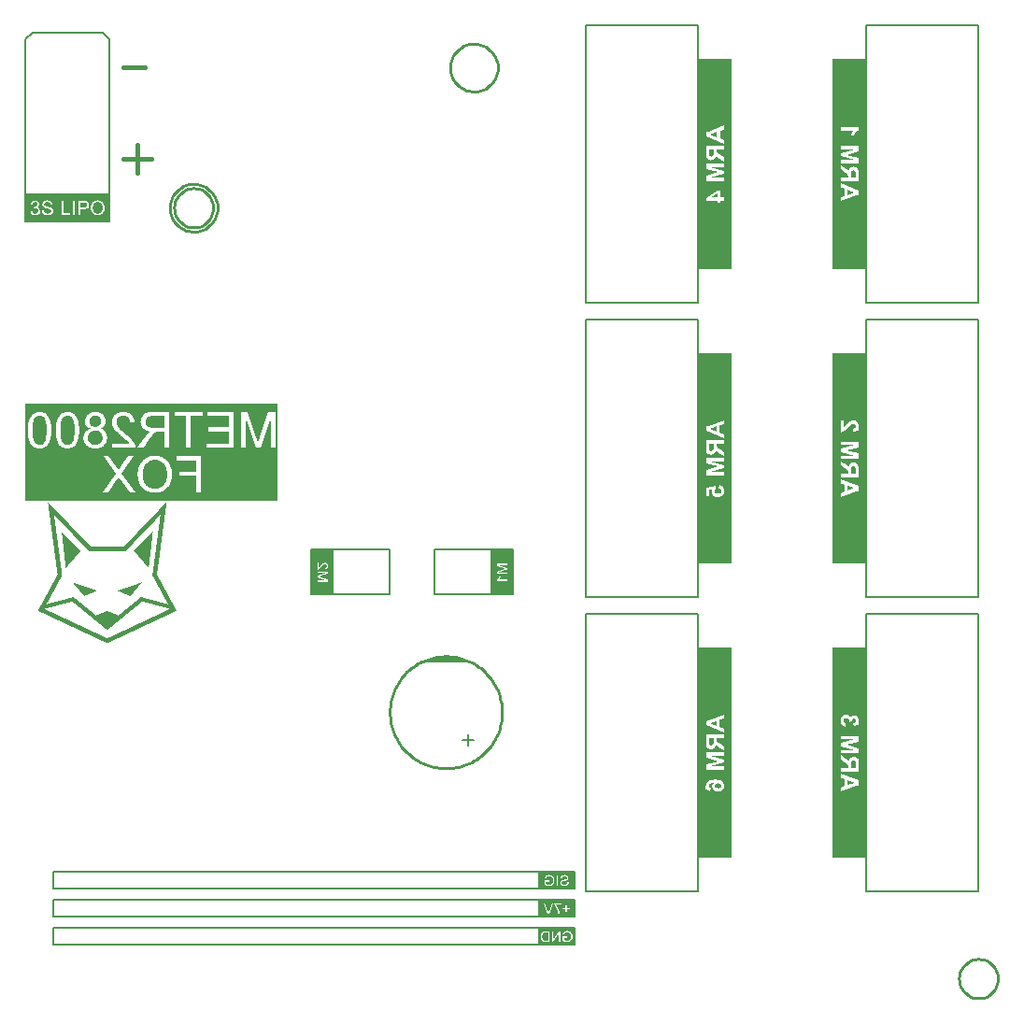
<source format=gbo>
G04*
G04 #@! TF.GenerationSoftware,Altium Limited,Altium Designer,21.7.2 (23)*
G04*
G04 Layer_Color=32896*
%FSLAX25Y25*%
%MOIN*%
G70*
G04*
G04 #@! TF.SameCoordinates,5233C9E9-E8BD-4DB4-A303-C3663256A2A9*
G04*
G04*
G04 #@! TF.FilePolarity,Positive*
G04*
G01*
G75*
%ADD10C,0.01000*%
%ADD14C,0.00800*%
%ADD81C,0.01500*%
G36*
X180365Y275029D02*
X180357D01*
Y274966D01*
X180349D01*
Y274919D01*
X180341D01*
Y274848D01*
X180333D01*
Y274801D01*
X180325D01*
Y274730D01*
X180317D01*
Y274667D01*
X180310D01*
Y274628D01*
X180302D01*
Y274549D01*
X180294D01*
Y274494D01*
X180286D01*
Y274447D01*
X180278D01*
Y274376D01*
X180270D01*
Y274328D01*
X180262D01*
Y274265D01*
X180254D01*
Y274195D01*
X180247D01*
Y274155D01*
X180239D01*
Y274084D01*
X180231D01*
Y274021D01*
X180223D01*
Y273974D01*
X180215D01*
Y273903D01*
X180207D01*
Y273848D01*
X180199D01*
Y273785D01*
X180192D01*
Y273722D01*
X180184D01*
Y273683D01*
X180176D01*
Y273604D01*
X180168D01*
Y273549D01*
X180160D01*
Y273494D01*
X180152D01*
Y273431D01*
X180144D01*
Y273383D01*
X180136D01*
Y273312D01*
X180129D01*
Y273250D01*
X180121D01*
Y273202D01*
X180113D01*
Y273139D01*
X180105D01*
Y273076D01*
X180097D01*
Y273029D01*
X180089D01*
Y272958D01*
X180081D01*
Y272903D01*
X180073D01*
Y272840D01*
X180066D01*
Y272785D01*
X180058D01*
Y272738D01*
X180050D01*
Y272667D01*
X180042D01*
Y272604D01*
X180034D01*
Y272549D01*
X180026D01*
Y272486D01*
X180018D01*
Y272438D01*
X180010D01*
Y272375D01*
X180002D01*
Y272305D01*
X179995D01*
Y272257D01*
X179987D01*
Y272194D01*
X179979D01*
Y272131D01*
X179971D01*
Y272084D01*
X179963D01*
Y272005D01*
X179955D01*
Y271958D01*
X179947D01*
Y271895D01*
X179939D01*
Y271824D01*
X179932D01*
Y271793D01*
X179924D01*
Y271714D01*
X179916D01*
Y271659D01*
X179908D01*
Y271604D01*
X179900D01*
Y271533D01*
X179892D01*
Y271485D01*
X179884D01*
Y271430D01*
X179876D01*
Y271359D01*
X179869D01*
Y271312D01*
X179861D01*
Y271249D01*
X179853D01*
Y271186D01*
X179845D01*
Y271139D01*
X179837D01*
Y271060D01*
X179829D01*
Y271013D01*
X179821D01*
Y270950D01*
X179814D01*
Y270879D01*
X179806D01*
Y270848D01*
X179798D01*
Y270769D01*
X179790D01*
Y270706D01*
X179782D01*
Y270659D01*
X179774D01*
Y270588D01*
X179766D01*
Y270540D01*
X179758D01*
Y270478D01*
X179751D01*
Y270414D01*
X179743D01*
Y270367D01*
X179735D01*
Y270304D01*
X179727D01*
Y270233D01*
X179719D01*
Y270186D01*
X179711D01*
Y270115D01*
X179703D01*
Y270068D01*
X179695D01*
Y270005D01*
X179688D01*
Y269934D01*
X179680D01*
Y269903D01*
X179672D01*
Y269824D01*
X179664D01*
Y269761D01*
X179656D01*
Y269714D01*
X179648D01*
Y269643D01*
X179640D01*
Y269596D01*
X179632D01*
Y269532D01*
X179624D01*
Y269469D01*
X179617D01*
Y269422D01*
X179609D01*
Y269351D01*
X179601D01*
Y269288D01*
X179593D01*
Y269241D01*
X179585D01*
Y269170D01*
X179577D01*
Y269123D01*
X179569D01*
Y269060D01*
X179561D01*
Y268989D01*
X179554D01*
Y268958D01*
X179546D01*
Y268879D01*
X179538D01*
Y268816D01*
X179530D01*
Y268769D01*
X179522D01*
Y268698D01*
X179514D01*
Y268651D01*
X179506D01*
Y268587D01*
X179499D01*
Y268525D01*
X179491D01*
Y268477D01*
X179483D01*
Y268406D01*
X179475D01*
Y268343D01*
X179467D01*
Y268296D01*
X179459D01*
Y268225D01*
X179451D01*
Y268178D01*
X179443D01*
Y268115D01*
X179436D01*
Y268044D01*
X179428D01*
Y267997D01*
X179420D01*
Y267934D01*
X179412D01*
Y267871D01*
X179404D01*
Y267824D01*
X179396D01*
Y267753D01*
X179388D01*
Y267705D01*
X179380D01*
Y267642D01*
X179373D01*
Y267580D01*
X179365D01*
Y267532D01*
X179357D01*
Y267461D01*
X179349D01*
Y267398D01*
X179341D01*
Y267351D01*
X179333D01*
Y267280D01*
X179325D01*
Y267233D01*
X179317D01*
Y267170D01*
X179309D01*
Y267099D01*
X179302D01*
Y267052D01*
X179294D01*
Y266989D01*
X179286D01*
Y266926D01*
X179278D01*
Y266879D01*
X179270D01*
Y266808D01*
X179262D01*
Y266753D01*
X179254D01*
Y266698D01*
X179246D01*
Y266619D01*
X179239D01*
Y266587D01*
X179231D01*
Y266509D01*
X179223D01*
Y266453D01*
X179215D01*
Y266406D01*
X179207D01*
Y266335D01*
X179199D01*
Y266288D01*
X179191D01*
Y266225D01*
X179183D01*
Y266154D01*
X179176D01*
Y266107D01*
X179168D01*
Y266044D01*
X179160D01*
Y265973D01*
X179152D01*
Y265926D01*
X179144D01*
Y265863D01*
X179136D01*
Y265808D01*
X179128D01*
Y265745D01*
X179121D01*
Y265674D01*
X179113D01*
Y265642D01*
X179105D01*
Y265564D01*
X179097D01*
Y265508D01*
X179089D01*
Y265453D01*
X179081D01*
Y265390D01*
X179073D01*
Y265343D01*
X179065D01*
Y265272D01*
X179058D01*
Y265209D01*
X179050D01*
Y265162D01*
X179042D01*
Y265099D01*
X179034D01*
Y265028D01*
X179026D01*
Y264981D01*
X179018D01*
Y264918D01*
X179010D01*
Y264863D01*
X179002D01*
Y264808D01*
X178995D01*
Y264729D01*
X178987D01*
Y264697D01*
X178979D01*
Y264689D01*
X178987D01*
Y264682D01*
X178979D01*
Y264618D01*
X178971D01*
Y264563D01*
X178963D01*
Y264508D01*
X178955D01*
Y264437D01*
X178947D01*
Y264390D01*
X178939D01*
Y264327D01*
X178931D01*
Y264264D01*
X178924D01*
Y264217D01*
X178916D01*
Y264146D01*
X178908D01*
Y264083D01*
X178900D01*
Y264036D01*
X178892D01*
Y263965D01*
X178884D01*
Y263918D01*
X178876D01*
Y263862D01*
X178868D01*
Y263784D01*
X178861D01*
Y263752D01*
X178853D01*
Y263744D01*
X178861D01*
Y263737D01*
X178853D01*
Y263673D01*
X178845D01*
Y263611D01*
X178837D01*
Y263563D01*
X178829D01*
Y263492D01*
X178821D01*
Y263445D01*
X178813D01*
Y263382D01*
X178805D01*
Y263319D01*
X178798D01*
Y263272D01*
X178790D01*
Y263201D01*
X178782D01*
Y263138D01*
X178774D01*
Y263091D01*
X178766D01*
Y263020D01*
X178758D01*
Y262973D01*
X178750D01*
Y262910D01*
X178743D01*
Y262839D01*
X178735D01*
Y262791D01*
X178727D01*
Y262729D01*
X178719D01*
Y262666D01*
X178711D01*
Y262618D01*
X178703D01*
Y262547D01*
X178695D01*
Y262500D01*
X178687D01*
Y262437D01*
X178680D01*
Y262358D01*
X178672D01*
Y262327D01*
X178664D01*
Y262256D01*
X178656D01*
Y262193D01*
X178648D01*
Y262146D01*
X178640D01*
Y262075D01*
X178632D01*
Y262028D01*
X178624D01*
Y261965D01*
X178616D01*
Y261894D01*
X178609D01*
Y261846D01*
X178601D01*
Y261784D01*
X178593D01*
Y261720D01*
X178585D01*
Y261673D01*
X178577D01*
Y261602D01*
X178569D01*
Y261547D01*
X178561D01*
Y261492D01*
X178553D01*
Y261413D01*
X178546D01*
Y261382D01*
X178538D01*
Y261311D01*
X178530D01*
Y261248D01*
X178522D01*
Y261201D01*
X178514D01*
Y261130D01*
X178506D01*
Y261083D01*
X178498D01*
Y261012D01*
X178490D01*
Y260949D01*
X178483D01*
Y260901D01*
X178475D01*
Y260839D01*
X178467D01*
Y260768D01*
X178459D01*
Y260728D01*
X178451D01*
Y260657D01*
X178443D01*
Y260602D01*
X178435D01*
Y260547D01*
X178428D01*
Y260468D01*
X178420D01*
Y260437D01*
X178412D01*
Y260366D01*
X178404D01*
Y260303D01*
X178396D01*
Y260256D01*
X178388D01*
Y260185D01*
X178380D01*
Y260138D01*
X178372D01*
Y260067D01*
X178365D01*
Y260004D01*
X178357D01*
Y259957D01*
X178349D01*
Y259886D01*
X178341D01*
Y259823D01*
X178333D01*
Y259783D01*
X178325D01*
Y259712D01*
X178317D01*
Y259657D01*
X178309D01*
Y259602D01*
X178302D01*
Y259523D01*
X178294D01*
Y259492D01*
X178286D01*
Y259413D01*
X178278D01*
Y259358D01*
X178270D01*
Y259311D01*
X178262D01*
Y259232D01*
X178254D01*
Y259185D01*
X178246D01*
Y259122D01*
X178238D01*
Y259059D01*
X178231D01*
Y259012D01*
X178223D01*
Y258941D01*
X178215D01*
Y258878D01*
X178207D01*
Y258830D01*
X178199D01*
Y258767D01*
X178191D01*
Y258712D01*
X178183D01*
Y258649D01*
X178175D01*
Y258578D01*
X178168D01*
Y258531D01*
X178160D01*
Y258476D01*
X178152D01*
Y258405D01*
X178144D01*
Y258358D01*
X178136D01*
Y258287D01*
X178128D01*
Y258240D01*
X178120D01*
Y258177D01*
X178112D01*
Y258114D01*
X178105D01*
Y258067D01*
X178097D01*
Y257996D01*
X178089D01*
Y257933D01*
X178081D01*
Y257885D01*
X178073D01*
Y257822D01*
X178065D01*
Y257767D01*
X178057D01*
Y257704D01*
X178050D01*
Y257633D01*
X178042D01*
Y257586D01*
X178034D01*
Y257531D01*
X178026D01*
Y257460D01*
X178018D01*
Y257413D01*
X178010D01*
Y257342D01*
X178002D01*
Y257295D01*
X177994D01*
Y257232D01*
X177987D01*
Y257161D01*
X177979D01*
Y257121D01*
X177971D01*
Y257051D01*
X177963D01*
Y256988D01*
X177955D01*
Y256940D01*
X177947D01*
Y256870D01*
X177939D01*
Y256822D01*
X177931D01*
Y256759D01*
X177924D01*
Y256688D01*
X177916D01*
Y256641D01*
X177908D01*
Y256578D01*
X177900D01*
Y256515D01*
X177892D01*
Y256468D01*
X177884D01*
Y256397D01*
X177876D01*
Y256350D01*
X177868D01*
Y256287D01*
X177860D01*
Y256216D01*
X177853D01*
Y256176D01*
X177845D01*
Y256106D01*
X177837D01*
Y256043D01*
X177829D01*
Y255995D01*
X177821D01*
Y255925D01*
X177813D01*
Y255877D01*
X177805D01*
Y255806D01*
X177797D01*
Y255743D01*
X177790D01*
Y255696D01*
X177782D01*
Y255641D01*
X177774D01*
Y255570D01*
X177766D01*
Y255523D01*
X177758D01*
Y255452D01*
X177750D01*
Y255405D01*
X177742D01*
Y255342D01*
X177734D01*
Y255271D01*
X177727D01*
Y255231D01*
X177719D01*
Y255161D01*
X177711D01*
Y255098D01*
X177703D01*
Y255050D01*
X177695D01*
Y254972D01*
X177687D01*
Y254924D01*
X177679D01*
Y254861D01*
X177672D01*
Y254798D01*
X177664D01*
Y254751D01*
X177656D01*
Y254680D01*
X177648D01*
Y254625D01*
X177640D01*
Y254578D01*
X177632D01*
Y254507D01*
X177624D01*
Y254452D01*
X177616D01*
Y254397D01*
X177609D01*
Y254326D01*
X177601D01*
Y254287D01*
X177593D01*
Y254216D01*
X177585D01*
Y254153D01*
X177577D01*
Y254105D01*
X177569D01*
Y254027D01*
X177561D01*
Y253979D01*
X177553D01*
Y253916D01*
X177545D01*
Y253853D01*
X177538D01*
Y253806D01*
X177530D01*
Y253735D01*
X177522D01*
Y253672D01*
X177514D01*
Y253625D01*
X177506D01*
Y253562D01*
X177498D01*
Y253515D01*
X177490D01*
Y253444D01*
X177482D01*
Y253381D01*
X177475D01*
Y253334D01*
X177467D01*
Y253271D01*
X177459D01*
Y253208D01*
X177451D01*
Y253160D01*
X177443D01*
Y253082D01*
X177435D01*
Y253034D01*
X177427D01*
Y252971D01*
X177419D01*
Y252908D01*
X177412D01*
Y252861D01*
X177404D01*
Y252790D01*
X177396D01*
Y252727D01*
X177388D01*
Y252680D01*
X177380D01*
Y252617D01*
X177372D01*
Y252570D01*
X177364D01*
Y252499D01*
X177357D01*
Y252428D01*
X177349D01*
Y252389D01*
X177341D01*
Y252326D01*
X177333D01*
Y252263D01*
X177325D01*
Y252215D01*
X177317D01*
Y252137D01*
X177309D01*
Y252089D01*
X177301D01*
Y252026D01*
X177294D01*
Y251956D01*
X177286D01*
Y251916D01*
X177278D01*
Y251845D01*
X177270D01*
Y251782D01*
X177262D01*
Y251735D01*
X177254D01*
Y251664D01*
X177246D01*
Y251617D01*
X177238D01*
Y251554D01*
X177231D01*
Y251483D01*
X177223D01*
Y251444D01*
X177215D01*
Y251381D01*
X177207D01*
Y251318D01*
X177199D01*
Y251262D01*
X177191D01*
Y251192D01*
X177183D01*
Y251144D01*
X177175D01*
Y251081D01*
X177167D01*
Y251010D01*
X177160D01*
Y250971D01*
X177152D01*
Y250900D01*
X177144D01*
Y250837D01*
X177136D01*
Y250790D01*
X177128D01*
Y250719D01*
X177120D01*
Y250672D01*
X177112D01*
Y250601D01*
X177104D01*
Y250546D01*
X177097D01*
Y250499D01*
X177089D01*
Y250436D01*
X177081D01*
Y250365D01*
X177073D01*
Y250318D01*
X177065D01*
Y250247D01*
X177057D01*
Y250199D01*
X177049D01*
Y250136D01*
X177041D01*
Y250065D01*
X177034D01*
Y250026D01*
X177026D01*
Y249955D01*
X177018D01*
Y249892D01*
X177010D01*
Y249845D01*
X177002D01*
Y249766D01*
X176994D01*
Y249719D01*
X176986D01*
Y249656D01*
X176979D01*
Y249593D01*
X176971D01*
Y249554D01*
X176963D01*
Y249475D01*
X176955D01*
Y249420D01*
X176947D01*
Y249373D01*
X176939D01*
Y249302D01*
X176931D01*
Y249254D01*
X176923D01*
Y249191D01*
X176916D01*
Y249136D01*
X176923D01*
Y249120D01*
X176931D01*
Y249105D01*
X176939D01*
Y249089D01*
X176947D01*
Y249073D01*
X176955D01*
Y249058D01*
X176963D01*
Y249042D01*
X176971D01*
Y249034D01*
X176979D01*
Y249018D01*
X176986D01*
Y249002D01*
X176994D01*
Y248987D01*
X177002D01*
Y248971D01*
X177010D01*
Y248963D01*
X177018D01*
Y248939D01*
X177026D01*
Y248924D01*
X177034D01*
Y248916D01*
X177041D01*
Y248900D01*
X177049D01*
Y248884D01*
X177057D01*
Y248868D01*
X177065D01*
Y248853D01*
X177073D01*
Y248845D01*
X177081D01*
Y248829D01*
X177089D01*
Y248813D01*
X177097D01*
Y248798D01*
X177104D01*
Y248782D01*
X177112D01*
Y248766D01*
X177120D01*
Y248758D01*
X177128D01*
Y248735D01*
X177136D01*
Y248727D01*
X177144D01*
Y248711D01*
X177152D01*
Y248695D01*
X177160D01*
Y248679D01*
X177167D01*
Y248664D01*
X177175D01*
Y248648D01*
X177183D01*
Y248640D01*
X177191D01*
Y248624D01*
X177199D01*
Y248609D01*
X177207D01*
Y248593D01*
X177215D01*
Y248577D01*
X177223D01*
Y248569D01*
X177231D01*
Y248546D01*
X177238D01*
Y248538D01*
X177246D01*
Y248522D01*
X177254D01*
Y248506D01*
X177262D01*
Y248491D01*
X177270D01*
Y248475D01*
X177278D01*
Y248459D01*
X177286D01*
Y248451D01*
X177294D01*
Y248428D01*
X177301D01*
Y248420D01*
X177309D01*
Y248404D01*
X177317D01*
Y248388D01*
X177325D01*
Y248372D01*
X177333D01*
Y248364D01*
X177341D01*
Y248341D01*
X177349D01*
Y248333D01*
X177357D01*
Y248317D01*
X177364D01*
Y248302D01*
X177372D01*
Y248286D01*
X177380D01*
Y248270D01*
X177388D01*
Y248262D01*
X177396D01*
Y248246D01*
X177404D01*
Y248223D01*
X177412D01*
Y248215D01*
X177419D01*
Y248199D01*
X177427D01*
Y248183D01*
X177435D01*
Y248176D01*
X177443D01*
Y248152D01*
X177451D01*
Y248144D01*
X177459D01*
Y248128D01*
X177467D01*
Y248113D01*
X177475D01*
Y248097D01*
X177482D01*
Y248081D01*
X177490D01*
Y248065D01*
X177498D01*
Y248057D01*
X177506D01*
Y248034D01*
X177514D01*
Y248026D01*
X177522D01*
Y248010D01*
X177530D01*
Y247994D01*
X177538D01*
Y247979D01*
X177545D01*
Y247963D01*
X177553D01*
Y247947D01*
X177561D01*
Y247939D01*
X177569D01*
Y247923D01*
X177577D01*
Y247908D01*
X177585D01*
Y247892D01*
X177593D01*
Y247876D01*
X177601D01*
Y247868D01*
X177609D01*
Y247853D01*
X177616D01*
Y247837D01*
X177624D01*
Y247821D01*
X177632D01*
Y247805D01*
X177640D01*
Y247790D01*
X177648D01*
Y247774D01*
X177656D01*
Y247758D01*
X177664D01*
Y247750D01*
X177672D01*
Y247734D01*
X177679D01*
Y247719D01*
X177687D01*
Y247703D01*
X177695D01*
Y247687D01*
X177703D01*
Y247672D01*
X177711D01*
Y247664D01*
X177719D01*
Y247640D01*
X177727D01*
Y247632D01*
X177734D01*
Y247616D01*
X177742D01*
Y247601D01*
X177750D01*
Y247585D01*
X177758D01*
Y247569D01*
X177766D01*
Y247561D01*
X177774D01*
Y247546D01*
X177782D01*
Y247530D01*
X177790D01*
Y247514D01*
X177797D01*
Y247498D01*
X177805D01*
Y247482D01*
X177813D01*
Y247475D01*
X177821D01*
Y247451D01*
X177829D01*
Y247443D01*
X177837D01*
Y247427D01*
X177845D01*
Y247412D01*
X177853D01*
Y247396D01*
X177860D01*
Y247380D01*
X177868D01*
Y247364D01*
X177876D01*
Y247357D01*
X177884D01*
Y247341D01*
X177892D01*
Y247325D01*
X177900D01*
Y247309D01*
X177908D01*
Y247293D01*
X177916D01*
Y247278D01*
X177924D01*
Y247262D01*
X177931D01*
Y247254D01*
X177939D01*
Y247238D01*
X177947D01*
Y247223D01*
X177955D01*
Y247207D01*
X177963D01*
Y247191D01*
X177971D01*
Y247175D01*
X177979D01*
Y247167D01*
X177987D01*
Y247152D01*
X177994D01*
Y247136D01*
X178002D01*
Y247120D01*
X178010D01*
Y247105D01*
X178018D01*
Y247089D01*
X178026D01*
Y247073D01*
X178034D01*
Y247057D01*
X178042D01*
Y247049D01*
X178050D01*
Y247034D01*
X178057D01*
Y247018D01*
X178065D01*
Y247002D01*
X178073D01*
Y246986D01*
X178081D01*
Y246978D01*
X178089D01*
Y246963D01*
X178097D01*
Y246947D01*
X178105D01*
Y246931D01*
X178112D01*
Y246916D01*
X178120D01*
Y246900D01*
X178128D01*
Y246884D01*
X178136D01*
Y246868D01*
X178144D01*
Y246860D01*
X178152D01*
Y246845D01*
X178160D01*
Y246829D01*
X178168D01*
Y246813D01*
X178175D01*
Y246797D01*
X178183D01*
Y246782D01*
X178191D01*
Y246774D01*
X178199D01*
Y246758D01*
X178207D01*
Y246742D01*
X178215D01*
Y246726D01*
X178223D01*
Y246711D01*
X178231D01*
Y246695D01*
X178238D01*
Y246679D01*
X178246D01*
Y246663D01*
X178254D01*
Y246656D01*
X178262D01*
Y246632D01*
X178270D01*
Y246624D01*
X178278D01*
Y246608D01*
X178286D01*
Y246593D01*
X178294D01*
Y246585D01*
X178302D01*
Y246561D01*
X178309D01*
Y246553D01*
X178317D01*
Y246537D01*
X178325D01*
Y246522D01*
X178333D01*
Y246506D01*
X178341D01*
Y246490D01*
X178349D01*
Y246475D01*
X178357D01*
Y246467D01*
X178365D01*
Y246451D01*
X178372D01*
Y246435D01*
X178380D01*
Y246419D01*
X178388D01*
Y246404D01*
X178396D01*
Y246388D01*
X178404D01*
Y246372D01*
X178412D01*
Y246356D01*
X178420D01*
Y246349D01*
X178428D01*
Y246333D01*
X178435D01*
Y246317D01*
X178443D01*
Y246301D01*
X178451D01*
Y246286D01*
X178459D01*
Y246278D01*
X178467D01*
Y246262D01*
X178475D01*
Y246238D01*
X178483D01*
Y246230D01*
X178490D01*
Y246215D01*
X178498D01*
Y246199D01*
X178506D01*
Y246191D01*
X178514D01*
Y246167D01*
X178522D01*
Y246160D01*
X178530D01*
Y246144D01*
X178538D01*
Y246128D01*
X178546D01*
Y246112D01*
X178553D01*
Y246096D01*
X178561D01*
Y246081D01*
X178569D01*
Y246073D01*
X178577D01*
Y246049D01*
X178585D01*
Y246041D01*
X178593D01*
Y246026D01*
X178601D01*
Y246010D01*
X178609D01*
Y246002D01*
X178616D01*
Y245978D01*
X178624D01*
Y245963D01*
X178632D01*
Y245955D01*
X178640D01*
Y245939D01*
X178648D01*
Y245923D01*
X178656D01*
Y245907D01*
X178664D01*
Y245892D01*
X178672D01*
Y245884D01*
X178680D01*
Y245868D01*
X178687D01*
Y245852D01*
X178695D01*
Y245837D01*
X178703D01*
Y245821D01*
X178711D01*
Y245805D01*
X178719D01*
Y245789D01*
X178727D01*
Y245774D01*
X178735D01*
Y245766D01*
X178743D01*
Y245750D01*
X178750D01*
Y245734D01*
X178758D01*
Y245719D01*
X178766D01*
Y245703D01*
X178774D01*
Y245687D01*
X178782D01*
Y245679D01*
X178790D01*
Y245655D01*
X178798D01*
Y245648D01*
X178805D01*
Y245632D01*
X178813D01*
Y245616D01*
X178821D01*
Y245600D01*
X178829D01*
Y245585D01*
X178837D01*
Y245577D01*
X178845D01*
Y245561D01*
X178853D01*
Y245545D01*
X178861D01*
Y245530D01*
X178868D01*
Y245514D01*
X178876D01*
Y245498D01*
X178884D01*
Y245490D01*
X178892D01*
Y245466D01*
X178900D01*
Y245459D01*
X178908D01*
Y245443D01*
X178916D01*
Y245427D01*
X178924D01*
Y245411D01*
X178931D01*
Y245396D01*
X178939D01*
Y245380D01*
X178947D01*
Y245372D01*
X178955D01*
Y245356D01*
X178963D01*
Y245340D01*
X178971D01*
Y245325D01*
X178979D01*
Y245309D01*
X178987D01*
Y245301D01*
X178995D01*
Y245278D01*
X179002D01*
Y245262D01*
X179010D01*
Y245254D01*
X179018D01*
Y245238D01*
X179026D01*
Y245222D01*
X179034D01*
Y245207D01*
X179042D01*
Y245191D01*
X179050D01*
Y245183D01*
X179058D01*
Y245167D01*
X179065D01*
Y245151D01*
X179073D01*
Y245136D01*
X179081D01*
Y245120D01*
X179089D01*
Y245104D01*
X179097D01*
Y245096D01*
X179105D01*
Y245073D01*
X179113D01*
Y245065D01*
X179121D01*
Y245049D01*
X179128D01*
Y245033D01*
X179136D01*
Y245018D01*
X179144D01*
Y245002D01*
X179152D01*
Y244994D01*
X179160D01*
Y244970D01*
X179168D01*
Y244963D01*
X179176D01*
Y244947D01*
X179183D01*
Y244931D01*
X179191D01*
Y244915D01*
X179199D01*
Y244900D01*
X179207D01*
Y244884D01*
X179215D01*
Y244876D01*
X179223D01*
Y244860D01*
X179231D01*
Y244844D01*
X179239D01*
Y244829D01*
X179246D01*
Y244813D01*
X179254D01*
Y244797D01*
X179262D01*
Y244789D01*
X179270D01*
Y244766D01*
X179278D01*
Y244758D01*
X179286D01*
Y244742D01*
X179294D01*
Y244726D01*
X179302D01*
Y244718D01*
X179309D01*
Y244695D01*
X179317D01*
Y244687D01*
X179325D01*
Y244671D01*
X179333D01*
Y244655D01*
X179341D01*
Y244640D01*
X179349D01*
Y244624D01*
X179357D01*
Y244608D01*
X179365D01*
Y244600D01*
X179373D01*
Y244577D01*
X179380D01*
Y244569D01*
X179388D01*
Y244553D01*
X179396D01*
Y244537D01*
X179404D01*
Y244521D01*
X179412D01*
Y244506D01*
X179420D01*
Y244490D01*
X179428D01*
Y244482D01*
X179436D01*
Y244466D01*
X179443D01*
Y244451D01*
X179451D01*
Y244435D01*
X179459D01*
Y244419D01*
X179467D01*
Y244411D01*
X179475D01*
Y244395D01*
X179483D01*
Y244372D01*
X179491D01*
Y244364D01*
X179499D01*
Y244348D01*
X179506D01*
Y244333D01*
X179514D01*
Y244317D01*
X179522D01*
Y244301D01*
X179530D01*
Y244293D01*
X179538D01*
Y244277D01*
X179546D01*
Y244262D01*
X179554D01*
Y244246D01*
X179561D01*
Y244230D01*
X179569D01*
Y244214D01*
X179577D01*
Y244207D01*
X179585D01*
Y244183D01*
X179593D01*
Y244175D01*
X179601D01*
Y244159D01*
X179609D01*
Y244144D01*
X179617D01*
Y244128D01*
X179624D01*
Y244112D01*
X179632D01*
Y244096D01*
X179640D01*
Y244088D01*
X179648D01*
Y244065D01*
X179656D01*
Y244057D01*
X179664D01*
Y244041D01*
X179672D01*
Y244025D01*
X179680D01*
Y244018D01*
X179688D01*
Y243994D01*
X179695D01*
Y243986D01*
X179703D01*
Y243970D01*
X179711D01*
Y243954D01*
X179719D01*
Y243939D01*
X179727D01*
Y243923D01*
X179735D01*
Y243907D01*
X179743D01*
Y243899D01*
X179751D01*
Y243884D01*
X179758D01*
Y243868D01*
X179766D01*
Y243852D01*
X179774D01*
Y243836D01*
X179782D01*
Y243821D01*
X179790D01*
Y243805D01*
X179798D01*
Y243789D01*
X179806D01*
Y243781D01*
X179814D01*
Y243765D01*
X179821D01*
Y243750D01*
X179829D01*
Y243734D01*
X179837D01*
Y243718D01*
X179845D01*
Y243703D01*
X179853D01*
Y243695D01*
X179861D01*
Y243671D01*
X179869D01*
Y243663D01*
X179876D01*
Y243647D01*
X179884D01*
Y243632D01*
X179892D01*
Y243616D01*
X179900D01*
Y243600D01*
X179908D01*
Y243592D01*
X179916D01*
Y243577D01*
X179924D01*
Y243561D01*
X179932D01*
Y243545D01*
X179939D01*
Y243529D01*
X179947D01*
Y243513D01*
X179955D01*
Y243506D01*
X179963D01*
Y243482D01*
X179971D01*
Y243474D01*
X179979D01*
Y243458D01*
X179987D01*
Y243443D01*
X179995D01*
Y243427D01*
X180002D01*
Y243411D01*
X180010D01*
Y243395D01*
X180018D01*
Y243388D01*
X180026D01*
Y243372D01*
X180034D01*
Y243356D01*
X180042D01*
Y243340D01*
X180050D01*
Y243324D01*
X180058D01*
Y243309D01*
X180066D01*
Y243301D01*
X180073D01*
Y243277D01*
X180081D01*
Y243269D01*
X180089D01*
Y243254D01*
X180097D01*
Y243238D01*
X180105D01*
Y243222D01*
X180113D01*
Y243206D01*
X180121D01*
Y243198D01*
X180129D01*
Y243183D01*
X180136D01*
Y243167D01*
X180144D01*
Y243151D01*
X180152D01*
Y243135D01*
X180160D01*
Y243120D01*
X180168D01*
Y243112D01*
X180176D01*
Y243088D01*
X180184D01*
Y243080D01*
X180192D01*
Y243065D01*
X180199D01*
Y243049D01*
X180207D01*
Y243033D01*
X180215D01*
Y243017D01*
X180223D01*
Y243009D01*
X180231D01*
Y242994D01*
X180239D01*
Y242978D01*
X180247D01*
Y242962D01*
X180254D01*
Y242947D01*
X180262D01*
Y242931D01*
X180270D01*
Y242915D01*
X180278D01*
Y242899D01*
X180286D01*
Y242891D01*
X180294D01*
Y242876D01*
X180302D01*
Y242860D01*
X180310D01*
Y242844D01*
X180317D01*
Y242828D01*
X180325D01*
Y242813D01*
X180333D01*
Y242805D01*
X180341D01*
Y242789D01*
X180349D01*
Y242773D01*
X180357D01*
Y242758D01*
X180365D01*
Y242742D01*
X180373D01*
Y242726D01*
X180380D01*
Y242710D01*
X180388D01*
Y242702D01*
X180396D01*
Y242687D01*
X180404D01*
Y242671D01*
X180412D01*
Y242655D01*
X180420D01*
Y242639D01*
X180428D01*
Y242624D01*
X180436D01*
Y242616D01*
X180444D01*
Y242592D01*
X180451D01*
Y242584D01*
X180459D01*
Y242568D01*
X180467D01*
Y242553D01*
X180475D01*
Y242537D01*
X180483D01*
Y242521D01*
X180491D01*
Y242506D01*
X180499D01*
Y242498D01*
X180507D01*
Y242482D01*
X180514D01*
Y242466D01*
X180522D01*
Y242450D01*
X180530D01*
Y242435D01*
X180538D01*
Y242427D01*
X180546D01*
Y242403D01*
X180554D01*
Y242395D01*
X180562D01*
Y242379D01*
X180570D01*
Y242364D01*
X180577D01*
Y242348D01*
X180585D01*
Y242332D01*
X180593D01*
Y242317D01*
X180601D01*
Y242309D01*
X180609D01*
Y242293D01*
X180617D01*
Y242277D01*
X180625D01*
Y242261D01*
X180632D01*
Y242246D01*
X180640D01*
Y242230D01*
X180648D01*
Y242222D01*
X180656D01*
Y242198D01*
X180664D01*
Y242191D01*
X180672D01*
Y242175D01*
X180680D01*
Y242159D01*
X180688D01*
Y242151D01*
X180695D01*
Y242127D01*
X180703D01*
Y242112D01*
X180711D01*
Y242104D01*
X180719D01*
Y242088D01*
X180727D01*
Y242072D01*
X180735D01*
Y242057D01*
X180743D01*
Y242041D01*
X180751D01*
Y242033D01*
X180759D01*
Y242009D01*
X180766D01*
Y242002D01*
X180774D01*
Y241986D01*
X180782D01*
Y241970D01*
X180790D01*
Y241954D01*
X180798D01*
Y241938D01*
X180806D01*
Y241923D01*
X180814D01*
Y241915D01*
X180822D01*
Y241899D01*
X180829D01*
Y241883D01*
X180837D01*
Y241868D01*
X180845D01*
Y241852D01*
X180853D01*
Y241844D01*
X180861D01*
Y241820D01*
X180869D01*
Y241805D01*
X180877D01*
Y241797D01*
X180885D01*
Y241781D01*
X180892D01*
Y241765D01*
X180900D01*
Y241750D01*
X180908D01*
Y241734D01*
X180916D01*
Y241726D01*
X180924D01*
Y241710D01*
X180932D01*
Y241694D01*
X180940D01*
Y241679D01*
X180947D01*
Y241663D01*
X180955D01*
Y241647D01*
X180963D01*
Y241639D01*
X180971D01*
Y241616D01*
X180979D01*
Y241608D01*
X180987D01*
Y241592D01*
X180995D01*
Y241576D01*
X181003D01*
Y241561D01*
X181010D01*
Y241545D01*
X181018D01*
Y241529D01*
X181026D01*
Y241521D01*
X181034D01*
Y241497D01*
X181042D01*
Y241490D01*
X181050D01*
Y241474D01*
X181058D01*
Y241458D01*
X181066D01*
Y241442D01*
X181073D01*
Y241427D01*
X181081D01*
Y241411D01*
X181089D01*
Y241403D01*
X181097D01*
Y241387D01*
X181105D01*
Y241371D01*
X181113D01*
Y241356D01*
X181121D01*
Y241340D01*
X181129D01*
Y241332D01*
X181137D01*
Y241308D01*
X181144D01*
Y241293D01*
X181152D01*
Y241285D01*
X181160D01*
Y241269D01*
X181168D01*
Y241253D01*
X181176D01*
Y241238D01*
X181184D01*
Y241222D01*
X181192D01*
Y241214D01*
X181200D01*
Y241198D01*
X181207D01*
Y241182D01*
X181215D01*
Y241167D01*
X181223D01*
Y241151D01*
X181231D01*
Y241135D01*
X181239D01*
Y241127D01*
X181247D01*
Y241104D01*
X181255D01*
Y241096D01*
X181263D01*
Y241080D01*
X181270D01*
Y241064D01*
X181278D01*
Y241049D01*
X181286D01*
Y241033D01*
X181294D01*
Y241025D01*
X181302D01*
Y241009D01*
X181310D01*
Y240993D01*
X181318D01*
Y240978D01*
X181325D01*
Y240962D01*
X181333D01*
Y240946D01*
X181341D01*
Y240938D01*
X181349D01*
Y240915D01*
X181357D01*
Y240907D01*
X181365D01*
Y240891D01*
X181373D01*
Y240875D01*
X181381D01*
Y240860D01*
X181388D01*
Y240844D01*
X181396D01*
Y240828D01*
X181404D01*
Y240820D01*
X181412D01*
Y240805D01*
X181420D01*
Y240789D01*
X181428D01*
Y240773D01*
X181436D01*
Y240757D01*
X181444D01*
Y240749D01*
X181451D01*
Y240734D01*
X181459D01*
Y240710D01*
X181467D01*
Y240702D01*
X181475D01*
Y240686D01*
X181483D01*
Y240671D01*
X181491D01*
Y240655D01*
X181499D01*
Y240639D01*
X181507D01*
Y240631D01*
X181515D01*
Y240616D01*
X181522D01*
Y240600D01*
X181530D01*
Y240584D01*
X181538D01*
Y240568D01*
X181546D01*
Y240552D01*
X181554D01*
Y240537D01*
X181562D01*
Y240521D01*
X181570D01*
Y240513D01*
X181578D01*
Y240497D01*
X181585D01*
Y240482D01*
X181593D01*
Y240466D01*
X181601D01*
Y240450D01*
X181609D01*
Y240442D01*
X181617D01*
Y240426D01*
X181625D01*
Y240411D01*
X181633D01*
Y240395D01*
X181641D01*
Y240379D01*
X181648D01*
Y240364D01*
X181656D01*
Y240348D01*
X181664D01*
Y240332D01*
X181672D01*
Y240324D01*
X181680D01*
Y240308D01*
X181688D01*
Y240293D01*
X181696D01*
Y240277D01*
X181703D01*
Y240261D01*
X181711D01*
Y240245D01*
X181719D01*
Y240237D01*
X181727D01*
Y240214D01*
X181735D01*
Y240206D01*
X181743D01*
Y240190D01*
X181751D01*
Y240175D01*
X181759D01*
Y240159D01*
X181766D01*
Y240143D01*
X181774D01*
Y240127D01*
X181782D01*
Y240119D01*
X181790D01*
Y240104D01*
X181798D01*
Y240088D01*
X181806D01*
Y240072D01*
X181814D01*
Y240056D01*
X181822D01*
Y240049D01*
X181830D01*
Y240025D01*
X181837D01*
Y240017D01*
X181845D01*
Y240001D01*
X181853D01*
Y239985D01*
X181861D01*
Y239970D01*
X181869D01*
Y239954D01*
X181877D01*
Y239938D01*
X181885D01*
Y239930D01*
X181893D01*
Y239915D01*
X181900D01*
Y239899D01*
X181908D01*
Y239883D01*
X181916D01*
Y239867D01*
X181924D01*
Y239860D01*
X181932D01*
Y239836D01*
X181940D01*
Y239820D01*
X181948D01*
Y239812D01*
X181956D01*
Y239796D01*
X181963D01*
Y239781D01*
X181971D01*
Y239765D01*
X181979D01*
Y239749D01*
X181987D01*
Y239741D01*
X181995D01*
Y239726D01*
X182003D01*
Y239710D01*
X182011D01*
Y239694D01*
X182018D01*
Y239678D01*
X182026D01*
Y239663D01*
X182034D01*
Y239655D01*
X182042D01*
Y239631D01*
X182050D01*
Y239623D01*
X182058D01*
Y239608D01*
X182066D01*
Y239592D01*
X182074D01*
Y239576D01*
X182081D01*
Y239560D01*
X182089D01*
Y239545D01*
X182097D01*
Y239537D01*
X182105D01*
Y239513D01*
X182113D01*
Y239505D01*
X182121D01*
Y239489D01*
X182129D01*
Y239474D01*
X182137D01*
Y239466D01*
X182144D01*
Y239442D01*
X182152D01*
Y239426D01*
X182160D01*
Y239419D01*
X182168D01*
Y239403D01*
X182176D01*
Y239387D01*
X182184D01*
Y239371D01*
X182192D01*
Y239355D01*
X182200D01*
Y239348D01*
X182208D01*
Y239332D01*
X182215D01*
Y239316D01*
X182223D01*
Y239300D01*
X182231D01*
Y239285D01*
X182239D01*
Y239269D01*
X182247D01*
Y239253D01*
X182255D01*
Y239237D01*
X182263D01*
Y239229D01*
X182271D01*
Y239214D01*
X182278D01*
Y239198D01*
X182286D01*
Y239182D01*
X182294D01*
Y239166D01*
X182302D01*
Y239159D01*
X182310D01*
Y239143D01*
X182318D01*
Y239119D01*
X182326D01*
Y239111D01*
X182334D01*
Y239096D01*
X182341D01*
Y239080D01*
X182349D01*
Y239072D01*
X182357D01*
Y239048D01*
X182365D01*
Y239040D01*
X182373D01*
Y239025D01*
X182381D01*
Y239009D01*
X182389D01*
Y238993D01*
X182396D01*
Y238978D01*
X182404D01*
Y238962D01*
X182412D01*
Y238954D01*
X182420D01*
Y238930D01*
X182428D01*
Y238922D01*
X182436D01*
Y238907D01*
X182444D01*
Y238891D01*
X182452D01*
Y238875D01*
X182459D01*
Y238859D01*
X182467D01*
Y238844D01*
X182475D01*
Y238836D01*
X182483D01*
Y238820D01*
X182491D01*
Y238804D01*
X182499D01*
Y238789D01*
X182507D01*
Y238773D01*
X182515D01*
Y238765D01*
X182522D01*
Y238749D01*
X182530D01*
Y238725D01*
X182538D01*
Y238718D01*
X182546D01*
Y238702D01*
X182554D01*
Y238686D01*
X182562D01*
Y238670D01*
X182570D01*
Y238655D01*
X182578D01*
Y238647D01*
X182586D01*
Y238631D01*
X182593D01*
Y238615D01*
X182601D01*
Y238599D01*
X182609D01*
Y238584D01*
X182617D01*
Y238568D01*
X182625D01*
Y238552D01*
X182633D01*
Y238537D01*
X182641D01*
Y238529D01*
X182649D01*
Y238513D01*
X182656D01*
Y238497D01*
X182664D01*
Y238481D01*
X182672D01*
Y238466D01*
X182680D01*
Y238458D01*
X182688D01*
Y238442D01*
X182696D01*
Y238426D01*
X182704D01*
Y238410D01*
X182712D01*
Y238395D01*
X182719D01*
Y238379D01*
X182727D01*
Y238363D01*
X182735D01*
Y238348D01*
X182743D01*
Y238340D01*
X182751D01*
Y238324D01*
X182759D01*
Y238308D01*
X182767D01*
Y238292D01*
X182774D01*
Y238277D01*
X182782D01*
Y238261D01*
X182790D01*
Y238253D01*
X182798D01*
Y238229D01*
X182806D01*
Y238222D01*
X182814D01*
Y238206D01*
X182822D01*
Y238190D01*
X182830D01*
Y238174D01*
X182837D01*
Y238158D01*
X182845D01*
Y238151D01*
X182853D01*
Y238135D01*
X182861D01*
Y238119D01*
X182869D01*
Y238103D01*
X182877D01*
Y238088D01*
X182885D01*
Y238072D01*
X182893D01*
Y238064D01*
X182901D01*
Y238040D01*
X182908D01*
Y238033D01*
X182916D01*
Y238017D01*
X182924D01*
Y238001D01*
X182932D01*
Y237985D01*
X182940D01*
Y237969D01*
X182948D01*
Y237954D01*
X182956D01*
Y237946D01*
X182964D01*
Y237930D01*
X182971D01*
Y237914D01*
X182979D01*
Y237899D01*
X182987D01*
Y237883D01*
X182995D01*
Y237875D01*
X183003D01*
Y237851D01*
X183011D01*
Y237836D01*
X183019D01*
Y237828D01*
X183027D01*
Y237812D01*
X183034D01*
Y237796D01*
X183042D01*
Y237780D01*
X183050D01*
Y237765D01*
X183058D01*
Y237757D01*
X183066D01*
Y237741D01*
X183074D01*
Y237725D01*
X183082D01*
Y237710D01*
X183089D01*
Y237694D01*
X183097D01*
Y237678D01*
X183105D01*
Y237670D01*
X183113D01*
Y237647D01*
X183121D01*
Y237639D01*
X183129D01*
Y237623D01*
X183137D01*
Y237607D01*
X183145D01*
Y237592D01*
X183152D01*
Y237576D01*
X183160D01*
Y237560D01*
X183168D01*
Y237552D01*
X183176D01*
Y237528D01*
X183184D01*
Y237521D01*
X183192D01*
Y237505D01*
X183200D01*
Y237489D01*
X183208D01*
Y237481D01*
X183215D01*
Y237458D01*
X183223D01*
Y237450D01*
X183231D01*
Y237434D01*
X183239D01*
Y237418D01*
X183247D01*
Y237403D01*
X183255D01*
Y237387D01*
X183263D01*
Y237371D01*
X183271D01*
Y237363D01*
X183279D01*
Y237339D01*
X183286D01*
Y237332D01*
X183294D01*
Y237316D01*
X183302D01*
Y237300D01*
X183310D01*
Y237284D01*
X183318D01*
Y237277D01*
X183326D01*
Y237253D01*
X183334D01*
Y237245D01*
X183342D01*
Y237229D01*
X183349D01*
Y237213D01*
X183357D01*
Y237198D01*
X183365D01*
Y237182D01*
X183373D01*
Y237174D01*
X183381D01*
Y237158D01*
X183389D01*
Y237135D01*
X183397D01*
Y237127D01*
X183405D01*
Y237111D01*
X183412D01*
Y237095D01*
X183420D01*
Y237087D01*
X183428D01*
Y237064D01*
X183436D01*
Y237056D01*
X183444D01*
Y237040D01*
X183452D01*
Y237024D01*
X183460D01*
Y237009D01*
X183467D01*
Y236993D01*
X183475D01*
Y236977D01*
X183483D01*
Y236969D01*
X183491D01*
Y236946D01*
X183499D01*
Y236938D01*
X183507D01*
Y236922D01*
X183515D01*
Y236906D01*
X183523D01*
Y236891D01*
X183530D01*
Y236875D01*
X183538D01*
Y236859D01*
X183546D01*
Y236851D01*
X183554D01*
Y236836D01*
X183562D01*
Y236820D01*
X183570D01*
Y236804D01*
X183578D01*
Y236788D01*
X183586D01*
Y236780D01*
X183593D01*
Y236765D01*
X183601D01*
Y236749D01*
X183609D01*
Y236733D01*
X183617D01*
Y236717D01*
X183625D01*
Y236702D01*
X183633D01*
Y236686D01*
X183641D01*
Y236670D01*
X183649D01*
Y236662D01*
X183657D01*
Y236647D01*
X183664D01*
Y236631D01*
X183672D01*
Y236615D01*
X183680D01*
Y236599D01*
X183688D01*
Y236583D01*
X183696D01*
Y236576D01*
X183704D01*
Y236552D01*
X183712D01*
Y236544D01*
X183720D01*
Y236528D01*
X183727D01*
Y236513D01*
X183735D01*
Y236497D01*
X183743D01*
Y236481D01*
X183751D01*
Y236473D01*
X183759D01*
Y236457D01*
X183767D01*
Y236442D01*
X183775D01*
Y236426D01*
X183782D01*
Y236410D01*
X183790D01*
Y236395D01*
X183798D01*
Y236379D01*
X183806D01*
Y236363D01*
X183814D01*
Y236355D01*
X183822D01*
Y236339D01*
X183830D01*
Y236324D01*
X183838D01*
Y236308D01*
X183845D01*
Y236292D01*
X183853D01*
Y236276D01*
X183861D01*
Y236268D01*
X183869D01*
Y236253D01*
X183877D01*
Y236237D01*
X183885D01*
Y236213D01*
X183869D01*
Y236206D01*
X183853D01*
Y236198D01*
X183838D01*
Y236190D01*
X183822D01*
Y236182D01*
X183806D01*
Y236174D01*
X183782D01*
Y236166D01*
X183775D01*
Y236158D01*
X183751D01*
Y236150D01*
X183735D01*
Y236142D01*
X183720D01*
Y236135D01*
X183704D01*
Y236127D01*
X183680D01*
Y236119D01*
X183672D01*
Y236111D01*
X183649D01*
Y236103D01*
X183633D01*
Y236095D01*
X183617D01*
Y236087D01*
X183601D01*
Y236080D01*
X183586D01*
Y236072D01*
X183570D01*
Y236064D01*
X183546D01*
Y236056D01*
X183538D01*
Y236048D01*
X183515D01*
Y236040D01*
X183499D01*
Y236032D01*
X183483D01*
Y236024D01*
X183467D01*
Y236017D01*
X183452D01*
Y236009D01*
X183436D01*
Y236001D01*
X183412D01*
Y235993D01*
X183397D01*
Y235985D01*
X183381D01*
Y235977D01*
X183365D01*
Y235969D01*
X183349D01*
Y235961D01*
X183334D01*
Y235953D01*
X183318D01*
Y235946D01*
X183294D01*
Y235938D01*
X183279D01*
Y235930D01*
X183271D01*
Y235922D01*
X183247D01*
Y235914D01*
X183231D01*
Y235906D01*
X183215D01*
Y235898D01*
X183192D01*
Y235891D01*
X183184D01*
Y235883D01*
X183160D01*
Y235875D01*
X183145D01*
Y235867D01*
X183129D01*
Y235859D01*
X183113D01*
Y235851D01*
X183097D01*
Y235843D01*
X183082D01*
Y235835D01*
X183058D01*
Y235827D01*
X183050D01*
Y235820D01*
X183027D01*
Y235812D01*
X183011D01*
Y235804D01*
X182995D01*
Y235796D01*
X182979D01*
Y235788D01*
X182964D01*
Y235780D01*
X182948D01*
Y235772D01*
X182924D01*
Y235765D01*
X182916D01*
Y235757D01*
X182893D01*
Y235749D01*
X182877D01*
Y235741D01*
X182861D01*
Y235733D01*
X182845D01*
Y235725D01*
X182830D01*
Y235717D01*
X182814D01*
Y235709D01*
X182790D01*
Y235701D01*
X182782D01*
Y235694D01*
X182759D01*
Y235686D01*
X182743D01*
Y235678D01*
X182727D01*
Y235670D01*
X182704D01*
Y235662D01*
X182696D01*
Y235654D01*
X182680D01*
Y235646D01*
X182656D01*
Y235638D01*
X182649D01*
Y235631D01*
X182625D01*
Y235623D01*
X182609D01*
Y235615D01*
X182593D01*
Y235607D01*
X182578D01*
Y235599D01*
X182562D01*
Y235591D01*
X182538D01*
Y235583D01*
X182522D01*
Y235576D01*
X182507D01*
Y235568D01*
X182491D01*
Y235560D01*
X182475D01*
Y235552D01*
X182459D01*
Y235544D01*
X182436D01*
Y235536D01*
X182428D01*
Y235528D01*
X182404D01*
Y235520D01*
X182389D01*
Y235512D01*
X182373D01*
Y235505D01*
X182357D01*
Y235497D01*
X182341D01*
Y235489D01*
X182326D01*
Y235481D01*
X182302D01*
Y235473D01*
X182294D01*
Y235465D01*
X182271D01*
Y235457D01*
X182255D01*
Y235450D01*
X182239D01*
Y235442D01*
X182223D01*
Y235434D01*
X182208D01*
Y235426D01*
X182192D01*
Y235418D01*
X182168D01*
Y235410D01*
X182152D01*
Y235402D01*
X182137D01*
Y235394D01*
X182121D01*
Y235386D01*
X182105D01*
Y235379D01*
X182089D01*
Y235371D01*
X182074D01*
Y235363D01*
X182058D01*
Y235355D01*
X182034D01*
Y235347D01*
X182026D01*
Y235339D01*
X182003D01*
Y235331D01*
X181987D01*
Y235324D01*
X181971D01*
Y235316D01*
X181948D01*
Y235308D01*
X181940D01*
Y235300D01*
X181924D01*
Y235292D01*
X181900D01*
Y235284D01*
X181885D01*
Y235276D01*
X181869D01*
Y235268D01*
X181853D01*
Y235261D01*
X181837D01*
Y235253D01*
X181822D01*
Y235245D01*
X181798D01*
Y235237D01*
X181790D01*
Y235229D01*
X181766D01*
Y235221D01*
X181751D01*
Y235213D01*
X181735D01*
Y235205D01*
X181719D01*
Y235197D01*
X181703D01*
Y235190D01*
X181688D01*
Y235182D01*
X181664D01*
Y235174D01*
X181648D01*
Y235166D01*
X181633D01*
Y235158D01*
X181617D01*
Y235150D01*
X181601D01*
Y235142D01*
X181585D01*
Y235135D01*
X181570D01*
Y235127D01*
X181546D01*
Y235119D01*
X181530D01*
Y235111D01*
X181522D01*
Y235103D01*
X181499D01*
Y235095D01*
X181483D01*
Y235087D01*
X181467D01*
Y235079D01*
X181444D01*
Y235071D01*
X181436D01*
Y235064D01*
X181412D01*
Y235056D01*
X181396D01*
Y235048D01*
X181381D01*
Y235040D01*
X181365D01*
Y235032D01*
X181349D01*
Y235024D01*
X181333D01*
Y235016D01*
X181310D01*
Y235009D01*
X181302D01*
Y235001D01*
X181278D01*
Y234993D01*
X181263D01*
Y234985D01*
X181247D01*
Y234977D01*
X181231D01*
Y234969D01*
X181215D01*
Y234961D01*
X181200D01*
Y234953D01*
X181176D01*
Y234946D01*
X181168D01*
Y234938D01*
X181144D01*
Y234930D01*
X181129D01*
Y234922D01*
X181113D01*
Y234914D01*
X181097D01*
Y234906D01*
X181081D01*
Y234898D01*
X181066D01*
Y234890D01*
X181042D01*
Y234882D01*
X181034D01*
Y234875D01*
X181010D01*
Y234867D01*
X180995D01*
Y234859D01*
X180979D01*
Y234851D01*
X180955D01*
Y234843D01*
X180947D01*
Y234835D01*
X180932D01*
Y234827D01*
X180908D01*
Y234820D01*
X180900D01*
Y234812D01*
X180877D01*
Y234804D01*
X180861D01*
Y234796D01*
X180845D01*
Y234788D01*
X180829D01*
Y234780D01*
X180814D01*
Y234772D01*
X180790D01*
Y234764D01*
X180774D01*
Y234756D01*
X180759D01*
Y234749D01*
X180743D01*
Y234741D01*
X180727D01*
Y234733D01*
X180711D01*
Y234725D01*
X180688D01*
Y234717D01*
X180680D01*
Y234709D01*
X180656D01*
Y234701D01*
X180640D01*
Y234694D01*
X180632D01*
Y234686D01*
X180609D01*
Y234678D01*
X180593D01*
Y234670D01*
X180577D01*
Y234662D01*
X180554D01*
Y234654D01*
X180546D01*
Y234646D01*
X180522D01*
Y234638D01*
X180507D01*
Y234630D01*
X180491D01*
Y234623D01*
X180475D01*
Y234615D01*
X180451D01*
Y234607D01*
X180444D01*
Y234599D01*
X180420D01*
Y234591D01*
X180404D01*
Y234583D01*
X180388D01*
Y234575D01*
X180373D01*
Y234567D01*
X180357D01*
Y234560D01*
X180341D01*
Y234552D01*
X180325D01*
Y234544D01*
X180310D01*
Y234536D01*
X180286D01*
Y234528D01*
X180270D01*
Y234520D01*
X180254D01*
Y234512D01*
X180239D01*
Y234505D01*
X180223D01*
Y234497D01*
X180207D01*
Y234489D01*
X180192D01*
Y234481D01*
X180176D01*
Y234473D01*
X180152D01*
Y234465D01*
X180136D01*
Y234457D01*
X180121D01*
Y234449D01*
X180105D01*
Y234441D01*
X180089D01*
Y234434D01*
X180073D01*
Y234426D01*
X180050D01*
Y234418D01*
X180042D01*
Y234410D01*
X180018D01*
Y234402D01*
X180002D01*
Y234394D01*
X179987D01*
Y234386D01*
X179963D01*
Y234379D01*
X179955D01*
Y234371D01*
X179932D01*
Y234363D01*
X179916D01*
Y234355D01*
X179900D01*
Y234347D01*
X179884D01*
Y234339D01*
X179869D01*
Y234331D01*
X179853D01*
Y234323D01*
X179837D01*
Y234315D01*
X179821D01*
Y234308D01*
X179798D01*
Y234300D01*
X179782D01*
Y234292D01*
X179766D01*
Y234284D01*
X179751D01*
Y234276D01*
X179735D01*
Y234268D01*
X179719D01*
Y234260D01*
X179695D01*
Y234253D01*
X179688D01*
Y234245D01*
X179664D01*
Y234237D01*
X179648D01*
Y234229D01*
X179632D01*
Y234221D01*
X179617D01*
Y234213D01*
X179601D01*
Y234205D01*
X179585D01*
Y234197D01*
X179561D01*
Y234190D01*
X179554D01*
Y234182D01*
X179530D01*
Y234174D01*
X179514D01*
Y234166D01*
X179499D01*
Y234158D01*
X179483D01*
Y234150D01*
X179467D01*
Y234142D01*
X179451D01*
Y234134D01*
X179428D01*
Y234126D01*
X179420D01*
Y234119D01*
X179396D01*
Y234111D01*
X179380D01*
Y234103D01*
X179365D01*
Y234095D01*
X179349D01*
Y234087D01*
X179333D01*
Y234079D01*
X179309D01*
Y234071D01*
X179294D01*
Y234064D01*
X179286D01*
Y234056D01*
X179262D01*
Y234048D01*
X179246D01*
Y234040D01*
X179231D01*
Y234032D01*
X179207D01*
Y234024D01*
X179199D01*
Y234016D01*
X179183D01*
Y234008D01*
X179160D01*
Y234000D01*
X179144D01*
Y233993D01*
X179128D01*
Y233985D01*
X179113D01*
Y233977D01*
X179097D01*
Y233969D01*
X179073D01*
Y233961D01*
X179065D01*
Y233953D01*
X179050D01*
Y233945D01*
X179026D01*
Y233938D01*
X179010D01*
Y233930D01*
X178995D01*
Y233922D01*
X178979D01*
Y233914D01*
X178963D01*
Y233906D01*
X178939D01*
Y233898D01*
X178931D01*
Y233890D01*
X178908D01*
Y233882D01*
X178892D01*
Y233875D01*
X178876D01*
Y233867D01*
X178861D01*
Y233859D01*
X178845D01*
Y233851D01*
X178829D01*
Y233843D01*
X178805D01*
Y233835D01*
X178798D01*
Y233827D01*
X178774D01*
Y233819D01*
X178758D01*
Y233811D01*
X178743D01*
Y233804D01*
X178727D01*
Y233796D01*
X178703D01*
Y233788D01*
X178695D01*
Y233780D01*
X178672D01*
Y233772D01*
X178656D01*
Y233764D01*
X178640D01*
Y233756D01*
X178624D01*
Y233749D01*
X178609D01*
Y233741D01*
X178593D01*
Y233733D01*
X178569D01*
Y233725D01*
X178561D01*
Y233717D01*
X178538D01*
Y233709D01*
X178530D01*
Y233701D01*
X178506D01*
Y233693D01*
X178490D01*
Y233685D01*
X178475D01*
Y233678D01*
X178459D01*
Y233670D01*
X178443D01*
Y233662D01*
X178428D01*
Y233654D01*
X178404D01*
Y233646D01*
X178388D01*
Y233638D01*
X178372D01*
Y233630D01*
X178357D01*
Y233623D01*
X178341D01*
Y233615D01*
X178317D01*
Y233607D01*
X178302D01*
Y233599D01*
X178294D01*
Y233591D01*
X178270D01*
Y233583D01*
X178254D01*
Y233575D01*
X178238D01*
Y233567D01*
X178215D01*
Y233559D01*
X178207D01*
Y233552D01*
X178183D01*
Y233544D01*
X178168D01*
Y233536D01*
X178152D01*
Y233528D01*
X178136D01*
Y233520D01*
X178120D01*
Y233512D01*
X178105D01*
Y233504D01*
X178081D01*
Y233496D01*
X178073D01*
Y233489D01*
X178050D01*
Y233481D01*
X178034D01*
Y233473D01*
X178018D01*
Y233465D01*
X178002D01*
Y233457D01*
X177987D01*
Y233449D01*
X177971D01*
Y233441D01*
X177947D01*
Y233434D01*
X177939D01*
Y233426D01*
X177916D01*
Y233418D01*
X177900D01*
Y233410D01*
X177884D01*
Y233402D01*
X177868D01*
Y233394D01*
X177853D01*
Y233386D01*
X177837D01*
Y233378D01*
X177813D01*
Y233370D01*
X177805D01*
Y233363D01*
X177782D01*
Y233355D01*
X177766D01*
Y233347D01*
X177750D01*
Y233339D01*
X177734D01*
Y233331D01*
X177719D01*
Y233323D01*
X177703D01*
Y233315D01*
X177679D01*
Y233308D01*
X177672D01*
Y233300D01*
X177648D01*
Y233292D01*
X177632D01*
Y233284D01*
X177616D01*
Y233276D01*
X177601D01*
Y233268D01*
X177585D01*
Y233260D01*
X177561D01*
Y233252D01*
X177545D01*
Y233244D01*
X177538D01*
Y233237D01*
X177514D01*
Y233229D01*
X177498D01*
Y233221D01*
X177482D01*
Y233213D01*
X177459D01*
Y233205D01*
X177451D01*
Y233197D01*
X177435D01*
Y233189D01*
X177412D01*
Y233182D01*
X177396D01*
Y233174D01*
X177380D01*
Y233166D01*
X177364D01*
Y233158D01*
X177349D01*
Y233150D01*
X177325D01*
Y233142D01*
X177317D01*
Y233134D01*
X177294D01*
Y233126D01*
X177278D01*
Y233119D01*
X177262D01*
Y233111D01*
X177246D01*
Y233103D01*
X177231D01*
Y233095D01*
X177215D01*
Y233087D01*
X177191D01*
Y233079D01*
X177183D01*
Y233071D01*
X177160D01*
Y233063D01*
X177144D01*
Y233055D01*
X177128D01*
Y233048D01*
X177112D01*
Y233040D01*
X177097D01*
Y233032D01*
X177081D01*
Y233024D01*
X177057D01*
Y233016D01*
X177049D01*
Y233008D01*
X177026D01*
Y233000D01*
X177010D01*
Y232993D01*
X176994D01*
Y232985D01*
X176979D01*
Y232977D01*
X176963D01*
Y232969D01*
X176947D01*
Y232961D01*
X176923D01*
Y232953D01*
X176908D01*
Y232945D01*
X176892D01*
Y232937D01*
X176876D01*
Y232929D01*
X176860D01*
Y232922D01*
X176845D01*
Y232914D01*
X176821D01*
Y232906D01*
X176813D01*
Y232898D01*
X176789D01*
Y232890D01*
X176774D01*
Y232882D01*
X176758D01*
Y232874D01*
X176742D01*
Y232867D01*
X176726D01*
Y232859D01*
X176711D01*
Y232851D01*
X176687D01*
Y232843D01*
X176679D01*
Y232835D01*
X176656D01*
Y232827D01*
X176640D01*
Y232819D01*
X176624D01*
Y232811D01*
X176608D01*
Y232804D01*
X176593D01*
Y232796D01*
X176569D01*
Y232788D01*
X176553D01*
Y232780D01*
X176545D01*
Y232772D01*
X176522D01*
Y232764D01*
X176506D01*
Y232756D01*
X176490D01*
Y232748D01*
X176467D01*
Y232740D01*
X176459D01*
Y232733D01*
X176443D01*
Y232725D01*
X176419D01*
Y232717D01*
X176404D01*
Y232709D01*
X176388D01*
Y232701D01*
X176372D01*
Y232693D01*
X176356D01*
Y232685D01*
X176333D01*
Y232678D01*
X176325D01*
Y232670D01*
X176301D01*
Y232662D01*
X176286D01*
Y232654D01*
X176270D01*
Y232646D01*
X176254D01*
Y232638D01*
X176238D01*
Y232630D01*
X176223D01*
Y232622D01*
X176199D01*
Y232614D01*
X176191D01*
Y232607D01*
X176167D01*
Y232599D01*
X176152D01*
Y232591D01*
X176136D01*
Y232583D01*
X176120D01*
Y232575D01*
X176104D01*
Y232567D01*
X176089D01*
Y232559D01*
X176065D01*
Y232552D01*
X176057D01*
Y232544D01*
X176033D01*
Y232536D01*
X176018D01*
Y232528D01*
X176002D01*
Y232520D01*
X175986D01*
Y232512D01*
X175970D01*
Y232504D01*
X175955D01*
Y232496D01*
X175931D01*
Y232488D01*
X175915D01*
Y232481D01*
X175900D01*
Y232473D01*
X175884D01*
Y232465D01*
X175868D01*
Y232457D01*
X175852D01*
Y232449D01*
X175837D01*
Y232441D01*
X175821D01*
Y232433D01*
X175797D01*
Y232425D01*
X175782D01*
Y232418D01*
X175766D01*
Y232410D01*
X175750D01*
Y232402D01*
X175734D01*
Y232394D01*
X175711D01*
Y232386D01*
X175703D01*
Y232378D01*
X175679D01*
Y232370D01*
X175663D01*
Y232363D01*
X175655D01*
Y232355D01*
X175632D01*
Y232347D01*
X175616D01*
Y232339D01*
X175600D01*
Y232331D01*
X175577D01*
Y232323D01*
X175569D01*
Y232315D01*
X175545D01*
Y232307D01*
X175530D01*
Y232299D01*
X175514D01*
Y232292D01*
X175498D01*
Y232284D01*
X175482D01*
Y232276D01*
X175467D01*
Y232268D01*
X175443D01*
Y232260D01*
X175427D01*
Y232252D01*
X175411D01*
Y232244D01*
X175396D01*
Y232237D01*
X175380D01*
Y232229D01*
X175364D01*
Y232221D01*
X175348D01*
Y232213D01*
X175333D01*
Y232205D01*
X175309D01*
Y232197D01*
X175301D01*
Y232189D01*
X175277D01*
Y232181D01*
X175262D01*
Y232173D01*
X175246D01*
Y232166D01*
X175230D01*
Y232158D01*
X175215D01*
Y232150D01*
X175199D01*
Y232142D01*
X175175D01*
Y232134D01*
X175159D01*
Y232126D01*
X175144D01*
Y232118D01*
X175128D01*
Y232111D01*
X175112D01*
Y232103D01*
X175096D01*
Y232095D01*
X175073D01*
Y232087D01*
X175065D01*
Y232079D01*
X175041D01*
Y232071D01*
X175025D01*
Y232063D01*
X175010D01*
Y232055D01*
X174994D01*
Y232048D01*
X174978D01*
Y232040D01*
X174955D01*
Y232032D01*
X174947D01*
Y232024D01*
X174923D01*
Y232016D01*
X174907D01*
Y232008D01*
X174892D01*
Y232000D01*
X174876D01*
Y231992D01*
X174860D01*
Y231984D01*
X174844D01*
Y231977D01*
X174821D01*
Y231969D01*
X174805D01*
Y231961D01*
X174797D01*
Y231953D01*
X174774D01*
Y231945D01*
X174758D01*
Y231937D01*
X174742D01*
Y231929D01*
X174718D01*
Y231922D01*
X174711D01*
Y231914D01*
X174695D01*
Y231906D01*
X174671D01*
Y231898D01*
X174655D01*
Y231890D01*
X174640D01*
Y231882D01*
X174624D01*
Y231874D01*
X174608D01*
Y231866D01*
X174584D01*
Y231858D01*
X174577D01*
Y231851D01*
X174553D01*
Y231843D01*
X174537D01*
Y231835D01*
X174522D01*
Y231827D01*
X174506D01*
Y231819D01*
X174490D01*
Y231811D01*
X174474D01*
Y231803D01*
X174451D01*
Y231796D01*
X174443D01*
Y231788D01*
X174419D01*
Y231780D01*
X174403D01*
Y231772D01*
X174388D01*
Y231764D01*
X174372D01*
Y231756D01*
X174356D01*
Y231748D01*
X174340D01*
Y231740D01*
X174317D01*
Y231733D01*
X174309D01*
Y231725D01*
X174285D01*
Y231717D01*
X174269D01*
Y231709D01*
X174254D01*
Y231701D01*
X174238D01*
Y231693D01*
X174222D01*
Y231685D01*
X174206D01*
Y231677D01*
X174183D01*
Y231669D01*
X174167D01*
Y231662D01*
X174151D01*
Y231654D01*
X174136D01*
Y231646D01*
X174120D01*
Y231638D01*
X174104D01*
Y231630D01*
X174088D01*
Y231622D01*
X174073D01*
Y231614D01*
X174049D01*
Y231607D01*
X174041D01*
Y231599D01*
X174018D01*
Y231591D01*
X174002D01*
Y231583D01*
X173986D01*
Y231575D01*
X173962D01*
Y231567D01*
X173954D01*
Y231559D01*
X173931D01*
Y231551D01*
X173915D01*
Y231543D01*
X173907D01*
Y231536D01*
X173884D01*
Y231528D01*
X173868D01*
Y231520D01*
X173852D01*
Y231512D01*
X173828D01*
Y231504D01*
X173821D01*
Y231496D01*
X173805D01*
Y231488D01*
X173781D01*
Y231481D01*
X173766D01*
Y231473D01*
X173750D01*
Y231465D01*
X173726D01*
Y231457D01*
X173718D01*
Y231449D01*
X173695D01*
Y231441D01*
X173679D01*
Y231433D01*
X173663D01*
Y231425D01*
X173647D01*
Y231417D01*
X173632D01*
Y231410D01*
X173616D01*
Y231402D01*
X173600D01*
Y231394D01*
X173584D01*
Y231386D01*
X173561D01*
Y231378D01*
X173553D01*
Y231370D01*
X173529D01*
Y231362D01*
X173513D01*
Y231354D01*
X173498D01*
Y231347D01*
X173482D01*
Y231339D01*
X173458D01*
Y231331D01*
X173451D01*
Y231323D01*
X173427D01*
Y231315D01*
X173411D01*
Y231307D01*
X173395D01*
Y231299D01*
X173372D01*
Y231292D01*
X173364D01*
Y231284D01*
X173348D01*
Y231276D01*
X173325D01*
Y231268D01*
X173317D01*
Y231260D01*
X173293D01*
Y231252D01*
X173277D01*
Y231244D01*
X173261D01*
Y231236D01*
X173246D01*
Y231228D01*
X173230D01*
Y231221D01*
X173214D01*
Y231213D01*
X173191D01*
Y231205D01*
X173175D01*
Y231197D01*
X173159D01*
Y231189D01*
X173143D01*
Y231181D01*
X173128D01*
Y231173D01*
X173112D01*
Y231166D01*
X173096D01*
Y231158D01*
X173073D01*
Y231150D01*
X173057D01*
Y231142D01*
X173049D01*
Y231134D01*
X173025D01*
Y231126D01*
X173010D01*
Y231118D01*
X172994D01*
Y231110D01*
X172970D01*
Y231102D01*
X172962D01*
Y231095D01*
X172939D01*
Y231087D01*
X172923D01*
Y231079D01*
X172907D01*
Y231071D01*
X172891D01*
Y231063D01*
X172876D01*
Y231055D01*
X172860D01*
Y231047D01*
X172836D01*
Y231040D01*
X172828D01*
Y231032D01*
X172805D01*
Y231024D01*
X172789D01*
Y231016D01*
X172773D01*
Y231008D01*
X172757D01*
Y231000D01*
X172742D01*
Y230992D01*
X172726D01*
Y230984D01*
X172702D01*
Y230977D01*
X172695D01*
Y230969D01*
X172671D01*
Y230961D01*
X172655D01*
Y230953D01*
X172639D01*
Y230945D01*
X172624D01*
Y230937D01*
X172608D01*
Y230929D01*
X172592D01*
Y230921D01*
X172569D01*
Y230913D01*
X172561D01*
Y230906D01*
X172537D01*
Y230898D01*
X172521D01*
Y230890D01*
X172505D01*
Y230882D01*
X172482D01*
Y230874D01*
X172474D01*
Y230866D01*
X172458D01*
Y230858D01*
X172435D01*
Y230851D01*
X172419D01*
Y230843D01*
X172403D01*
Y230835D01*
X172387D01*
Y230827D01*
X172372D01*
Y230819D01*
X172356D01*
Y230811D01*
X172340D01*
Y230803D01*
X172324D01*
Y230795D01*
X172301D01*
Y230787D01*
X172285D01*
Y230780D01*
X172269D01*
Y230772D01*
X172254D01*
Y230764D01*
X172238D01*
Y230756D01*
X172214D01*
Y230748D01*
X172206D01*
Y230740D01*
X172183D01*
Y230732D01*
X172167D01*
Y230725D01*
X172151D01*
Y230717D01*
X172135D01*
Y230709D01*
X172120D01*
Y230701D01*
X172104D01*
Y230693D01*
X172080D01*
Y230685D01*
X172072D01*
Y230677D01*
X172049D01*
Y230669D01*
X172033D01*
Y230662D01*
X172017D01*
Y230654D01*
X172002D01*
Y230646D01*
X171986D01*
Y230638D01*
X171970D01*
Y230630D01*
X171946D01*
Y230622D01*
X171931D01*
Y230614D01*
X171915D01*
Y230606D01*
X171899D01*
Y230598D01*
X171883D01*
Y230591D01*
X171868D01*
Y230583D01*
X171852D01*
Y230575D01*
X171836D01*
Y230567D01*
X171812D01*
Y230559D01*
X171805D01*
Y230551D01*
X171781D01*
Y230543D01*
X171765D01*
Y230536D01*
X171749D01*
Y230528D01*
X171734D01*
Y230520D01*
X171718D01*
Y230512D01*
X171702D01*
Y230504D01*
X171679D01*
Y230496D01*
X171663D01*
Y230488D01*
X171647D01*
Y230480D01*
X171631D01*
Y230472D01*
X171616D01*
Y230465D01*
X171592D01*
Y230457D01*
X171576D01*
Y230449D01*
X171568D01*
Y230441D01*
X171545D01*
Y230433D01*
X171529D01*
Y230425D01*
X171513D01*
Y230417D01*
X171490D01*
Y230410D01*
X171482D01*
Y230402D01*
X171466D01*
Y230394D01*
X171442D01*
Y230386D01*
X171427D01*
Y230378D01*
X171411D01*
Y230370D01*
X171395D01*
Y230362D01*
X171379D01*
Y230354D01*
X171364D01*
Y230346D01*
X171348D01*
Y230339D01*
X171324D01*
Y230331D01*
X171309D01*
Y230323D01*
X171301D01*
Y230315D01*
X171277D01*
Y230307D01*
X171261D01*
Y230299D01*
X171246D01*
Y230291D01*
X171222D01*
Y230283D01*
X171214D01*
Y230276D01*
X171190D01*
Y230268D01*
X171175D01*
Y230260D01*
X171159D01*
Y230252D01*
X171143D01*
Y230244D01*
X171127D01*
Y230236D01*
X171112D01*
Y230228D01*
X171088D01*
Y230221D01*
X171080D01*
Y230213D01*
X171056D01*
Y230205D01*
X171041D01*
Y230197D01*
X171025D01*
Y230189D01*
X171009D01*
Y230181D01*
X170993D01*
Y230173D01*
X170978D01*
Y230165D01*
X170954D01*
Y230157D01*
X170946D01*
Y230150D01*
X170923D01*
Y230142D01*
X170907D01*
Y230134D01*
X170891D01*
Y230126D01*
X170875D01*
Y230118D01*
X170860D01*
Y230110D01*
X170844D01*
Y230102D01*
X170820D01*
Y230095D01*
X170812D01*
Y230087D01*
X170789D01*
Y230079D01*
X170773D01*
Y230071D01*
X170757D01*
Y230063D01*
X170734D01*
Y230055D01*
X170726D01*
Y230047D01*
X170710D01*
Y230039D01*
X170686D01*
Y230031D01*
X170678D01*
Y230024D01*
X170655D01*
Y230016D01*
X170639D01*
Y230008D01*
X170623D01*
Y230000D01*
X170600D01*
Y229992D01*
X170592D01*
Y229984D01*
X170568D01*
Y229976D01*
X170553D01*
Y229969D01*
X170537D01*
Y229961D01*
X170521D01*
Y229953D01*
X170505D01*
Y229945D01*
X170490D01*
Y229937D01*
X170466D01*
Y229929D01*
X170458D01*
Y229921D01*
X170434D01*
Y229913D01*
X170419D01*
Y229906D01*
X170403D01*
Y229898D01*
X170387D01*
Y229890D01*
X170371D01*
Y229882D01*
X170356D01*
Y229874D01*
X170332D01*
Y229866D01*
X170324D01*
Y229858D01*
X170300D01*
Y229850D01*
X170285D01*
Y229842D01*
X170269D01*
Y229835D01*
X170253D01*
Y229827D01*
X170230D01*
Y229819D01*
X170222D01*
Y229811D01*
X170198D01*
Y229803D01*
X170182D01*
Y229795D01*
X170167D01*
Y229787D01*
X170151D01*
Y229780D01*
X170135D01*
Y229772D01*
X170119D01*
Y229764D01*
X170104D01*
Y229756D01*
X170088D01*
Y229748D01*
X170064D01*
Y229740D01*
X170056D01*
Y229732D01*
X170033D01*
Y229724D01*
X170017D01*
Y229716D01*
X170001D01*
Y229709D01*
X169978D01*
Y229701D01*
X169970D01*
Y229693D01*
X169954D01*
Y229685D01*
X169930D01*
Y229677D01*
X169915D01*
Y229669D01*
X169899D01*
Y229661D01*
X169883D01*
Y229654D01*
X169867D01*
Y229646D01*
X169852D01*
Y229638D01*
X169828D01*
Y229630D01*
X169820D01*
Y229622D01*
X169797D01*
Y229614D01*
X169781D01*
Y229606D01*
X169765D01*
Y229598D01*
X169749D01*
Y229591D01*
X169734D01*
Y229583D01*
X169718D01*
Y229575D01*
X169694D01*
Y229567D01*
X169678D01*
Y229559D01*
X169663D01*
Y229551D01*
X169647D01*
Y229543D01*
X169631D01*
Y229535D01*
X169615D01*
Y229527D01*
X169600D01*
Y229520D01*
X169576D01*
Y229512D01*
X169560D01*
Y229504D01*
X169544D01*
Y229496D01*
X169529D01*
Y229488D01*
X169513D01*
Y229480D01*
X169497D01*
Y229472D01*
X169474D01*
Y229465D01*
X169466D01*
Y229457D01*
X169442D01*
Y229449D01*
X169426D01*
Y229441D01*
X169411D01*
Y229433D01*
X169395D01*
Y229425D01*
X169379D01*
Y229417D01*
X169363D01*
Y229409D01*
X169340D01*
Y229401D01*
X169332D01*
Y229394D01*
X169308D01*
Y229386D01*
X169292D01*
Y229378D01*
X169277D01*
Y229370D01*
X169261D01*
Y229362D01*
X169245D01*
Y229354D01*
X169229D01*
Y229346D01*
X169206D01*
Y229339D01*
X169190D01*
Y229331D01*
X169174D01*
Y229323D01*
X169159D01*
Y229315D01*
X169143D01*
Y229307D01*
X169127D01*
Y229299D01*
X169111D01*
Y229291D01*
X169096D01*
Y229283D01*
X169072D01*
Y229275D01*
X169064D01*
Y229268D01*
X169041D01*
Y229260D01*
X169025D01*
Y229252D01*
X169009D01*
Y229244D01*
X168985D01*
Y229236D01*
X168977D01*
Y229228D01*
X168962D01*
Y229220D01*
X168938D01*
Y229212D01*
X168922D01*
Y229205D01*
X168907D01*
Y229197D01*
X168891D01*
Y229189D01*
X168875D01*
Y229181D01*
X168859D01*
Y229173D01*
X168836D01*
Y229165D01*
X168820D01*
Y229157D01*
X168804D01*
Y229150D01*
X168789D01*
Y229142D01*
X168773D01*
Y229134D01*
X168757D01*
Y229126D01*
X168741D01*
Y229118D01*
X168718D01*
Y229110D01*
X168710D01*
Y229102D01*
X168686D01*
Y229094D01*
X168670D01*
Y229086D01*
X168663D01*
Y229079D01*
X168639D01*
Y229071D01*
X168623D01*
Y229063D01*
X168607D01*
Y229055D01*
X168584D01*
Y229047D01*
X168576D01*
Y229039D01*
X168552D01*
Y229031D01*
X168536D01*
Y229024D01*
X168521D01*
Y229016D01*
X168505D01*
Y229008D01*
X168481D01*
Y229000D01*
X168473D01*
Y228992D01*
X168450D01*
Y228984D01*
X168434D01*
Y228976D01*
X168418D01*
Y228968D01*
X168403D01*
Y228960D01*
X168387D01*
Y228953D01*
X168371D01*
Y228945D01*
X168348D01*
Y228937D01*
X168340D01*
Y228929D01*
X168316D01*
Y228921D01*
X168300D01*
Y228913D01*
X168284D01*
Y228905D01*
X168269D01*
Y228898D01*
X168253D01*
Y228890D01*
X168237D01*
Y228882D01*
X168221D01*
Y228874D01*
X168198D01*
Y228866D01*
X168182D01*
Y228858D01*
X168166D01*
Y228850D01*
X168151D01*
Y228842D01*
X168135D01*
Y228835D01*
X168119D01*
Y228827D01*
X168096D01*
Y228819D01*
X168080D01*
Y228811D01*
X168072D01*
Y228803D01*
X168048D01*
Y228795D01*
X168033D01*
Y228787D01*
X168017D01*
Y228779D01*
X167993D01*
Y228771D01*
X167985D01*
Y228764D01*
X167970D01*
Y228756D01*
X167946D01*
Y228748D01*
X167930D01*
Y228740D01*
X167914D01*
Y228732D01*
X167899D01*
Y228724D01*
X167883D01*
Y228716D01*
X167867D01*
Y228709D01*
X167851D01*
Y228701D01*
X167828D01*
Y228693D01*
X167812D01*
Y228685D01*
X167796D01*
Y228677D01*
X167780D01*
Y228669D01*
X167765D01*
Y228661D01*
X167749D01*
Y228653D01*
X167725D01*
Y228645D01*
X167718D01*
Y228638D01*
X167694D01*
Y228630D01*
X167678D01*
Y228622D01*
X167662D01*
Y228614D01*
X167647D01*
Y228606D01*
X167631D01*
Y228598D01*
X167615D01*
Y228590D01*
X167592D01*
Y228583D01*
X167584D01*
Y228575D01*
X167560D01*
Y228567D01*
X167544D01*
Y228559D01*
X167528D01*
Y228551D01*
X167513D01*
Y228543D01*
X167497D01*
Y228535D01*
X167481D01*
Y228527D01*
X167458D01*
Y228520D01*
X167450D01*
Y228512D01*
X167426D01*
Y228504D01*
X167410D01*
Y228496D01*
X167395D01*
Y228488D01*
X167379D01*
Y228480D01*
X167363D01*
Y228472D01*
X167340D01*
Y228464D01*
X167324D01*
Y228456D01*
X167316D01*
Y228449D01*
X167292D01*
Y228441D01*
X167277D01*
Y228433D01*
X167261D01*
Y228425D01*
X167237D01*
Y228417D01*
X167229D01*
Y228409D01*
X167213D01*
Y228401D01*
X167190D01*
Y228394D01*
X167174D01*
Y228386D01*
X167158D01*
Y228378D01*
X167143D01*
Y228370D01*
X167127D01*
Y228362D01*
X167103D01*
Y228354D01*
X167095D01*
Y228346D01*
X167080D01*
Y228338D01*
X167056D01*
Y228330D01*
X167040D01*
Y228323D01*
X167025D01*
Y228315D01*
X167009D01*
Y228307D01*
X166993D01*
Y228299D01*
X166969D01*
Y228291D01*
X166962D01*
Y228283D01*
X166938D01*
Y228275D01*
X166922D01*
Y228268D01*
X166906D01*
Y228260D01*
X166891D01*
Y228252D01*
X166875D01*
Y228244D01*
X166859D01*
Y228236D01*
X166835D01*
Y228228D01*
X166828D01*
Y228220D01*
X166804D01*
Y228212D01*
X166788D01*
Y228204D01*
X166772D01*
Y228197D01*
X166757D01*
Y228189D01*
X166733D01*
Y228181D01*
X166725D01*
Y228173D01*
X166702D01*
Y228165D01*
X166686D01*
Y228157D01*
X166670D01*
Y228149D01*
X166654D01*
Y228141D01*
X166639D01*
Y228134D01*
X166623D01*
Y228126D01*
X166599D01*
Y228118D01*
X166591D01*
Y228110D01*
X166568D01*
Y228102D01*
X166552D01*
Y228094D01*
X166536D01*
Y228086D01*
X166521D01*
Y228079D01*
X166505D01*
Y228071D01*
X166489D01*
Y228063D01*
X166473D01*
Y228055D01*
X166457D01*
Y228047D01*
X166434D01*
Y228039D01*
X166418D01*
Y228031D01*
X166402D01*
Y228023D01*
X166387D01*
Y228015D01*
X166371D01*
Y228008D01*
X166347D01*
Y228000D01*
X166332D01*
Y227992D01*
X166324D01*
Y227984D01*
X166300D01*
Y227976D01*
X166284D01*
Y227968D01*
X166269D01*
Y227960D01*
X166245D01*
Y227953D01*
X166237D01*
Y227945D01*
X166213D01*
Y227937D01*
X166198D01*
Y227929D01*
X166182D01*
Y227921D01*
X166166D01*
Y227913D01*
X166150D01*
Y227905D01*
X166135D01*
Y227897D01*
X166111D01*
Y227889D01*
X166103D01*
Y227882D01*
X166079D01*
Y227874D01*
X166064D01*
Y227866D01*
X166048D01*
Y227858D01*
X166032D01*
Y227850D01*
X166016D01*
Y227842D01*
X166001D01*
Y227834D01*
X165977D01*
Y227826D01*
X165969D01*
Y227819D01*
X165946D01*
Y227811D01*
X165930D01*
Y227803D01*
X165914D01*
Y227795D01*
X165898D01*
Y227787D01*
X165883D01*
Y227779D01*
X165867D01*
Y227771D01*
X165843D01*
Y227764D01*
X165835D01*
Y227756D01*
X165812D01*
Y227748D01*
X165796D01*
Y227740D01*
X165780D01*
Y227732D01*
X165764D01*
Y227724D01*
X165749D01*
Y227716D01*
X165733D01*
Y227708D01*
X165709D01*
Y227700D01*
X165701D01*
Y227693D01*
X165678D01*
Y227685D01*
X165662D01*
Y227677D01*
X165646D01*
Y227669D01*
X165631D01*
Y227661D01*
X165615D01*
Y227653D01*
X165591D01*
Y227645D01*
X165576D01*
Y227638D01*
X165568D01*
Y227630D01*
X165544D01*
Y227622D01*
X165528D01*
Y227614D01*
X165513D01*
Y227606D01*
X165489D01*
Y227598D01*
X165481D01*
Y227590D01*
X165465D01*
Y227582D01*
X165442D01*
Y227574D01*
X165426D01*
Y227567D01*
X165410D01*
Y227559D01*
X165394D01*
Y227551D01*
X165379D01*
Y227543D01*
X165355D01*
Y227535D01*
X165347D01*
Y227527D01*
X165323D01*
Y227519D01*
X165308D01*
Y227512D01*
X165292D01*
Y227504D01*
X165276D01*
Y227496D01*
X165261D01*
Y227488D01*
X165245D01*
Y227480D01*
X165221D01*
Y227472D01*
X165205D01*
Y227464D01*
X165190D01*
Y227456D01*
X165174D01*
Y227449D01*
X165158D01*
Y227441D01*
X165142D01*
Y227433D01*
X165127D01*
Y227425D01*
X165111D01*
Y227417D01*
X165087D01*
Y227409D01*
X165079D01*
Y227401D01*
X165056D01*
Y227393D01*
X165040D01*
Y227385D01*
X165024D01*
Y227378D01*
X165008D01*
Y227370D01*
X164985D01*
Y227362D01*
X164977D01*
Y227354D01*
X164953D01*
Y227346D01*
X164938D01*
Y227338D01*
X164922D01*
Y227330D01*
X164906D01*
Y227323D01*
X164890D01*
Y227315D01*
X164875D01*
Y227307D01*
X164851D01*
Y227299D01*
X164843D01*
Y227291D01*
X164820D01*
Y227283D01*
X164804D01*
Y227275D01*
X164788D01*
Y227267D01*
X164772D01*
Y227259D01*
X164757D01*
Y227252D01*
X164741D01*
Y227244D01*
X164717D01*
Y227236D01*
X164701D01*
Y227228D01*
X164686D01*
Y227220D01*
X164670D01*
Y227212D01*
X164654D01*
Y227204D01*
X164638D01*
Y227197D01*
X164623D01*
Y227189D01*
X164599D01*
Y227181D01*
X164583D01*
Y227173D01*
X164575D01*
Y227165D01*
X164552D01*
Y227157D01*
X164536D01*
Y227149D01*
X164520D01*
Y227141D01*
X164497D01*
Y227133D01*
X164489D01*
Y227126D01*
X164465D01*
Y227118D01*
X164449D01*
Y227110D01*
X164434D01*
Y227102D01*
X164418D01*
Y227094D01*
X164402D01*
Y227086D01*
X164386D01*
Y227078D01*
X164363D01*
Y227070D01*
X164355D01*
Y227063D01*
X164331D01*
Y227055D01*
X164315D01*
Y227047D01*
X164300D01*
Y227039D01*
X164284D01*
Y227031D01*
X164268D01*
Y227023D01*
X164252D01*
Y227015D01*
X164229D01*
Y227008D01*
X164221D01*
Y227000D01*
X164197D01*
Y226992D01*
X164182D01*
Y226984D01*
X164166D01*
Y226976D01*
X164150D01*
Y226968D01*
X164134D01*
Y226960D01*
X164119D01*
Y226952D01*
X164095D01*
Y226944D01*
X164087D01*
Y226937D01*
X164064D01*
Y226929D01*
X164048D01*
Y226921D01*
X164032D01*
Y226913D01*
X164008D01*
Y226905D01*
X164000D01*
Y226897D01*
X163985D01*
Y226889D01*
X163961D01*
Y226882D01*
X163945D01*
Y226874D01*
X163930D01*
Y226866D01*
X163914D01*
Y226858D01*
X163898D01*
Y226850D01*
X163882D01*
Y226842D01*
X163867D01*
Y226834D01*
X163851D01*
Y226826D01*
X163827D01*
Y226818D01*
X163812D01*
Y226811D01*
X163796D01*
Y226803D01*
X163780D01*
Y226795D01*
X163764D01*
Y226787D01*
X163741D01*
Y226779D01*
X163733D01*
Y226771D01*
X163709D01*
Y226763D01*
X163693D01*
Y226755D01*
X163686D01*
Y226748D01*
X163662D01*
Y226740D01*
X163646D01*
Y226732D01*
X163630D01*
Y226724D01*
X163607D01*
Y226716D01*
X163599D01*
Y226708D01*
X163575D01*
Y226700D01*
X163559D01*
Y226693D01*
X163544D01*
Y226685D01*
X163528D01*
Y226677D01*
X163504D01*
Y226669D01*
X163496D01*
Y226661D01*
X163473D01*
Y226653D01*
X163465D01*
Y226645D01*
X163441D01*
Y226637D01*
X163426D01*
Y226629D01*
X163410D01*
Y226622D01*
X163394D01*
Y226614D01*
X163378D01*
Y226606D01*
X163363D01*
Y226598D01*
X163339D01*
Y226590D01*
X163331D01*
Y226582D01*
X163307D01*
Y226574D01*
X163292D01*
Y226567D01*
X163276D01*
Y226559D01*
X163260D01*
Y226551D01*
X163244D01*
Y226543D01*
X163229D01*
Y226535D01*
X163205D01*
Y226527D01*
X163189D01*
Y226519D01*
X163174D01*
Y226511D01*
X163158D01*
Y226503D01*
X163142D01*
Y226496D01*
X163126D01*
Y226488D01*
X163103D01*
Y226480D01*
X163095D01*
Y226472D01*
X163071D01*
Y226464D01*
X163056D01*
Y226456D01*
X163040D01*
Y226448D01*
X163016D01*
Y226441D01*
X163008D01*
Y226433D01*
X162985D01*
Y226425D01*
X162977D01*
Y226417D01*
X162953D01*
Y226409D01*
X162937D01*
Y226401D01*
X162922D01*
Y226393D01*
X162906D01*
Y226385D01*
X162890D01*
Y226378D01*
X162874D01*
Y226370D01*
X162851D01*
Y226362D01*
X162835D01*
Y226354D01*
X162819D01*
Y226346D01*
X162803D01*
Y226338D01*
X162788D01*
Y226330D01*
X162772D01*
Y226322D01*
X162748D01*
Y226314D01*
X162741D01*
Y226307D01*
X162717D01*
Y226299D01*
X162701D01*
Y226291D01*
X162685D01*
Y226283D01*
X162670D01*
Y226275D01*
X162654D01*
Y226267D01*
X162638D01*
Y226259D01*
X162615D01*
Y226252D01*
X162607D01*
Y226244D01*
X162583D01*
Y226236D01*
X162567D01*
Y226228D01*
X162551D01*
Y226220D01*
X162536D01*
Y226212D01*
X162520D01*
Y226204D01*
X162504D01*
Y226196D01*
X162481D01*
Y226188D01*
X162473D01*
Y226181D01*
X162449D01*
Y226173D01*
X162433D01*
Y226165D01*
X162418D01*
Y226157D01*
X162402D01*
Y226149D01*
X162386D01*
Y226141D01*
X162370D01*
Y226133D01*
X162347D01*
Y226126D01*
X162339D01*
Y226118D01*
X162315D01*
Y226110D01*
X162300D01*
Y226102D01*
X162284D01*
Y226094D01*
X162268D01*
Y226086D01*
X162252D01*
Y226078D01*
X162236D01*
Y226070D01*
X162213D01*
Y226062D01*
X162197D01*
Y226055D01*
X162181D01*
Y226047D01*
X162166D01*
Y226039D01*
X162150D01*
Y226031D01*
X162134D01*
Y226023D01*
X162118D01*
Y226015D01*
X162103D01*
Y226007D01*
X162079D01*
Y225999D01*
X162063D01*
Y225992D01*
X162048D01*
Y225984D01*
X162032D01*
Y225976D01*
X162016D01*
Y225968D01*
X161992D01*
Y225960D01*
X161985D01*
Y225952D01*
X161961D01*
Y225944D01*
X161945D01*
Y225937D01*
X161937D01*
Y225929D01*
X161914D01*
Y225921D01*
X161898D01*
Y225913D01*
X161882D01*
Y225905D01*
X161858D01*
Y225897D01*
X161851D01*
Y225889D01*
X161827D01*
Y225881D01*
X161811D01*
Y225873D01*
X161795D01*
Y225866D01*
X161780D01*
Y225858D01*
X161756D01*
Y225850D01*
X161748D01*
Y225842D01*
X161725D01*
Y225834D01*
X161709D01*
Y225826D01*
X161693D01*
Y225818D01*
X161677D01*
Y225811D01*
X161662D01*
Y225803D01*
X161646D01*
Y225795D01*
X161630D01*
Y225787D01*
X161614D01*
Y225779D01*
X161591D01*
Y225771D01*
X161583D01*
Y225763D01*
X161559D01*
Y225755D01*
X161544D01*
Y225747D01*
X161528D01*
Y225740D01*
X161512D01*
Y225732D01*
X161496D01*
Y225724D01*
X161480D01*
Y225716D01*
X161457D01*
Y225708D01*
X161441D01*
Y225700D01*
X161425D01*
Y225692D01*
X161410D01*
Y225684D01*
X161394D01*
Y225677D01*
X161378D01*
Y225669D01*
X161354D01*
Y225661D01*
X161347D01*
Y225653D01*
X161323D01*
Y225645D01*
X161307D01*
Y225637D01*
X161292D01*
Y225629D01*
X161276D01*
Y225622D01*
X161260D01*
Y225614D01*
X161244D01*
Y225606D01*
X161221D01*
Y225598D01*
X161205D01*
Y225590D01*
X161189D01*
Y225582D01*
X161173D01*
Y225574D01*
X161158D01*
Y225566D01*
X161142D01*
Y225558D01*
X161126D01*
Y225551D01*
X161102D01*
Y225543D01*
X161087D01*
Y225535D01*
X161079D01*
Y225527D01*
X161055D01*
Y225519D01*
X161039D01*
Y225511D01*
X161024D01*
Y225503D01*
X161000D01*
Y225496D01*
X160992D01*
Y225488D01*
X160969D01*
Y225480D01*
X160953D01*
Y225472D01*
X160937D01*
Y225464D01*
X160921D01*
Y225456D01*
X160906D01*
Y225448D01*
X160890D01*
Y225440D01*
X160866D01*
Y225432D01*
X160858D01*
Y225425D01*
X160835D01*
Y225417D01*
X160819D01*
Y225409D01*
X160803D01*
Y225401D01*
X160787D01*
Y225393D01*
X160772D01*
Y225385D01*
X160756D01*
Y225377D01*
X160732D01*
Y225370D01*
X160724D01*
Y225362D01*
X160701D01*
Y225354D01*
X160685D01*
Y225346D01*
X160669D01*
Y225338D01*
X160654D01*
Y225330D01*
X160638D01*
Y225322D01*
X160614D01*
Y225314D01*
X160599D01*
Y225307D01*
X160591D01*
Y225299D01*
X160567D01*
Y225291D01*
X160551D01*
Y225283D01*
X160536D01*
Y225275D01*
X160512D01*
Y225267D01*
X160504D01*
Y225259D01*
X160488D01*
Y225251D01*
X160465D01*
Y225243D01*
X160449D01*
Y225236D01*
X160433D01*
Y225228D01*
X160417D01*
Y225220D01*
X160402D01*
Y225212D01*
X160378D01*
Y225204D01*
X160370D01*
Y225196D01*
X160346D01*
Y225188D01*
X160331D01*
Y225181D01*
X160315D01*
Y225173D01*
X160299D01*
Y225165D01*
X160284D01*
Y225157D01*
X160268D01*
Y225149D01*
X160244D01*
Y225141D01*
X160236D01*
Y225133D01*
X160213D01*
Y225125D01*
X160197D01*
Y225117D01*
X160181D01*
Y225110D01*
X160165D01*
Y225102D01*
X160150D01*
Y225094D01*
X160134D01*
Y225086D01*
X160110D01*
Y225078D01*
X160102D01*
Y225070D01*
X160079D01*
Y225062D01*
X160063D01*
Y225055D01*
X160047D01*
Y225047D01*
X160031D01*
Y225039D01*
X160016D01*
Y225031D01*
X160000D01*
Y225023D01*
X159976D01*
Y225015D01*
X159961D01*
Y225007D01*
X159945D01*
Y224999D01*
X159929D01*
Y224991D01*
X159913D01*
Y224984D01*
X159898D01*
Y224976D01*
X159882D01*
Y224968D01*
X159866D01*
Y224960D01*
X159843D01*
Y224952D01*
X159827D01*
Y224944D01*
X159811D01*
Y224936D01*
X159795D01*
Y224928D01*
X159780D01*
Y224921D01*
X159764D01*
Y224913D01*
X159740D01*
Y224905D01*
X159732D01*
Y224897D01*
X159709D01*
Y224889D01*
X159693D01*
Y224881D01*
X159677D01*
Y224873D01*
X159661D01*
Y224866D01*
X159646D01*
Y224858D01*
X159622D01*
Y224850D01*
X159606D01*
Y224842D01*
X159598D01*
Y224834D01*
X159575D01*
Y224826D01*
X159559D01*
Y224818D01*
X159543D01*
Y224810D01*
X159520D01*
Y224802D01*
X159512D01*
Y224795D01*
X159496D01*
Y224787D01*
X159472D01*
Y224779D01*
X159457D01*
Y224771D01*
X159441D01*
Y224763D01*
X159425D01*
Y224755D01*
X159409D01*
Y224747D01*
X159394D01*
Y224740D01*
X159378D01*
Y224732D01*
X159354D01*
Y224724D01*
X159338D01*
Y224716D01*
X159323D01*
Y224708D01*
X159307D01*
Y224700D01*
X159291D01*
Y224692D01*
X159275D01*
Y224684D01*
X159252D01*
Y224676D01*
X159244D01*
Y224669D01*
X159220D01*
Y224661D01*
X159205D01*
Y224653D01*
X159189D01*
Y224645D01*
X159157D01*
Y224653D01*
X159142D01*
Y224661D01*
X159126D01*
Y224669D01*
X159102D01*
Y224676D01*
X159094D01*
Y224684D01*
X159071D01*
Y224692D01*
X159055D01*
Y224700D01*
X159039D01*
Y224708D01*
X159016D01*
Y224716D01*
X159008D01*
Y224724D01*
X158992D01*
Y224732D01*
X158968D01*
Y224740D01*
X158953D01*
Y224747D01*
X158937D01*
Y224755D01*
X158921D01*
Y224763D01*
X158905D01*
Y224771D01*
X158890D01*
Y224779D01*
X158874D01*
Y224787D01*
X158850D01*
Y224795D01*
X158835D01*
Y224802D01*
X158819D01*
Y224810D01*
X158803D01*
Y224818D01*
X158787D01*
Y224826D01*
X158772D01*
Y224834D01*
X158748D01*
Y224842D01*
X158740D01*
Y224850D01*
X158716D01*
Y224858D01*
X158701D01*
Y224866D01*
X158685D01*
Y224873D01*
X158669D01*
Y224881D01*
X158653D01*
Y224889D01*
X158638D01*
Y224897D01*
X158614D01*
Y224905D01*
X158606D01*
Y224913D01*
X158582D01*
Y224921D01*
X158567D01*
Y224928D01*
X158551D01*
Y224936D01*
X158535D01*
Y224944D01*
X158512D01*
Y224952D01*
X158504D01*
Y224960D01*
X158480D01*
Y224968D01*
X158464D01*
Y224976D01*
X158449D01*
Y224984D01*
X158433D01*
Y224991D01*
X158417D01*
Y224999D01*
X158401D01*
Y225007D01*
X158378D01*
Y225015D01*
X158370D01*
Y225023D01*
X158346D01*
Y225031D01*
X158331D01*
Y225039D01*
X158315D01*
Y225047D01*
X158299D01*
Y225055D01*
X158283D01*
Y225062D01*
X158260D01*
Y225070D01*
X158244D01*
Y225078D01*
X158236D01*
Y225086D01*
X158212D01*
Y225094D01*
X158197D01*
Y225102D01*
X158181D01*
Y225110D01*
X158165D01*
Y225117D01*
X158149D01*
Y225125D01*
X158134D01*
Y225133D01*
X158110D01*
Y225141D01*
X158102D01*
Y225149D01*
X158079D01*
Y225157D01*
X158063D01*
Y225165D01*
X158047D01*
Y225173D01*
X158023D01*
Y225181D01*
X158016D01*
Y225188D01*
X158000D01*
Y225196D01*
X157976D01*
Y225204D01*
X157960D01*
Y225212D01*
X157945D01*
Y225220D01*
X157929D01*
Y225228D01*
X157913D01*
Y225236D01*
X157897D01*
Y225243D01*
X157882D01*
Y225251D01*
X157858D01*
Y225259D01*
X157842D01*
Y225267D01*
X157834D01*
Y225275D01*
X157811D01*
Y225283D01*
X157795D01*
Y225291D01*
X157779D01*
Y225299D01*
X157756D01*
Y225307D01*
X157748D01*
Y225314D01*
X157724D01*
Y225322D01*
X157708D01*
Y225330D01*
X157693D01*
Y225338D01*
X157677D01*
Y225346D01*
X157661D01*
Y225354D01*
X157645D01*
Y225362D01*
X157622D01*
Y225370D01*
X157614D01*
Y225377D01*
X157590D01*
Y225385D01*
X157574D01*
Y225393D01*
X157559D01*
Y225401D01*
X157543D01*
Y225409D01*
X157527D01*
Y225417D01*
X157511D01*
Y225425D01*
X157488D01*
Y225432D01*
X157480D01*
Y225440D01*
X157456D01*
Y225448D01*
X157441D01*
Y225456D01*
X157425D01*
Y225464D01*
X157409D01*
Y225472D01*
X157393D01*
Y225480D01*
X157370D01*
Y225488D01*
X157354D01*
Y225496D01*
X157346D01*
Y225503D01*
X157323D01*
Y225511D01*
X157307D01*
Y225519D01*
X157291D01*
Y225527D01*
X157267D01*
Y225535D01*
X157260D01*
Y225543D01*
X157244D01*
Y225551D01*
X157220D01*
Y225558D01*
X157204D01*
Y225566D01*
X157189D01*
Y225574D01*
X157173D01*
Y225582D01*
X157157D01*
Y225590D01*
X157141D01*
Y225598D01*
X157118D01*
Y225606D01*
X157102D01*
Y225614D01*
X157086D01*
Y225622D01*
X157071D01*
Y225629D01*
X157055D01*
Y225637D01*
X157039D01*
Y225645D01*
X157023D01*
Y225653D01*
X157000D01*
Y225661D01*
X156992D01*
Y225669D01*
X156968D01*
Y225677D01*
X156952D01*
Y225684D01*
X156945D01*
Y225692D01*
X156921D01*
Y225700D01*
X156905D01*
Y225708D01*
X156889D01*
Y225716D01*
X156866D01*
Y225724D01*
X156858D01*
Y225732D01*
X156834D01*
Y225740D01*
X156818D01*
Y225747D01*
X156803D01*
Y225755D01*
X156787D01*
Y225763D01*
X156763D01*
Y225771D01*
X156755D01*
Y225779D01*
X156732D01*
Y225787D01*
X156716D01*
Y225795D01*
X156700D01*
Y225803D01*
X156685D01*
Y225811D01*
X156669D01*
Y225818D01*
X156653D01*
Y225826D01*
X156637D01*
Y225834D01*
X156622D01*
Y225842D01*
X156598D01*
Y225850D01*
X156582D01*
Y225858D01*
X156567D01*
Y225866D01*
X156551D01*
Y225873D01*
X156535D01*
Y225881D01*
X156519D01*
Y225889D01*
X156496D01*
Y225897D01*
X156488D01*
Y225905D01*
X156464D01*
Y225913D01*
X156448D01*
Y225921D01*
X156433D01*
Y225929D01*
X156417D01*
Y225937D01*
X156401D01*
Y225944D01*
X156385D01*
Y225952D01*
X156362D01*
Y225960D01*
X156354D01*
Y225968D01*
X156330D01*
Y225976D01*
X156315D01*
Y225984D01*
X156299D01*
Y225992D01*
X156275D01*
Y225999D01*
X156267D01*
Y226007D01*
X156244D01*
Y226015D01*
X156228D01*
Y226023D01*
X156212D01*
Y226031D01*
X156196D01*
Y226039D01*
X156181D01*
Y226047D01*
X156165D01*
Y226055D01*
X156149D01*
Y226062D01*
X156133D01*
Y226070D01*
X156110D01*
Y226078D01*
X156094D01*
Y226086D01*
X156078D01*
Y226094D01*
X156062D01*
Y226102D01*
X156047D01*
Y226110D01*
X156031D01*
Y226118D01*
X156007D01*
Y226126D01*
X156000D01*
Y226133D01*
X155976D01*
Y226141D01*
X155960D01*
Y226149D01*
X155944D01*
Y226157D01*
X155929D01*
Y226165D01*
X155913D01*
Y226173D01*
X155897D01*
Y226181D01*
X155874D01*
Y226188D01*
X155866D01*
Y226196D01*
X155842D01*
Y226204D01*
X155826D01*
Y226212D01*
X155810D01*
Y226220D01*
X155795D01*
Y226228D01*
X155779D01*
Y226236D01*
X155763D01*
Y226244D01*
X155740D01*
Y226252D01*
X155724D01*
Y226259D01*
X155708D01*
Y226267D01*
X155692D01*
Y226275D01*
X155677D01*
Y226283D01*
X155661D01*
Y226291D01*
X155645D01*
Y226299D01*
X155622D01*
Y226307D01*
X155606D01*
Y226314D01*
X155598D01*
Y226322D01*
X155574D01*
Y226330D01*
X155559D01*
Y226338D01*
X155543D01*
Y226346D01*
X155519D01*
Y226354D01*
X155511D01*
Y226362D01*
X155496D01*
Y226370D01*
X155472D01*
Y226378D01*
X155456D01*
Y226385D01*
X155440D01*
Y226393D01*
X155425D01*
Y226401D01*
X155409D01*
Y226409D01*
X155385D01*
Y226417D01*
X155369D01*
Y226425D01*
X155362D01*
Y226433D01*
X155338D01*
Y226441D01*
X155322D01*
Y226448D01*
X155306D01*
Y226456D01*
X155291D01*
Y226464D01*
X155275D01*
Y226472D01*
X155251D01*
Y226480D01*
X155244D01*
Y226488D01*
X155220D01*
Y226496D01*
X155204D01*
Y226503D01*
X155188D01*
Y226511D01*
X155173D01*
Y226519D01*
X155157D01*
Y226527D01*
X155141D01*
Y226535D01*
X155117D01*
Y226543D01*
X155110D01*
Y226551D01*
X155086D01*
Y226559D01*
X155070D01*
Y226567D01*
X155054D01*
Y226574D01*
X155039D01*
Y226582D01*
X155015D01*
Y226590D01*
X155007D01*
Y226598D01*
X154984D01*
Y226606D01*
X154968D01*
Y226614D01*
X154952D01*
Y226622D01*
X154936D01*
Y226629D01*
X154921D01*
Y226637D01*
X154905D01*
Y226645D01*
X154881D01*
Y226653D01*
X154873D01*
Y226661D01*
X154850D01*
Y226669D01*
X154834D01*
Y226677D01*
X154818D01*
Y226685D01*
X154803D01*
Y226693D01*
X154787D01*
Y226700D01*
X154771D01*
Y226708D01*
X154747D01*
Y226716D01*
X154739D01*
Y226724D01*
X154716D01*
Y226732D01*
X154700D01*
Y226740D01*
X154684D01*
Y226748D01*
X154661D01*
Y226755D01*
X154653D01*
Y226763D01*
X154629D01*
Y226771D01*
X154613D01*
Y226779D01*
X154606D01*
Y226787D01*
X154582D01*
Y226795D01*
X154566D01*
Y226803D01*
X154551D01*
Y226811D01*
X154527D01*
Y226818D01*
X154519D01*
Y226826D01*
X154503D01*
Y226834D01*
X154480D01*
Y226842D01*
X154464D01*
Y226850D01*
X154448D01*
Y226858D01*
X154432D01*
Y226866D01*
X154417D01*
Y226874D01*
X154393D01*
Y226882D01*
X154385D01*
Y226889D01*
X154361D01*
Y226897D01*
X154346D01*
Y226905D01*
X154330D01*
Y226913D01*
X154314D01*
Y226921D01*
X154298D01*
Y226929D01*
X154283D01*
Y226937D01*
X154259D01*
Y226944D01*
X154251D01*
Y226952D01*
X154228D01*
Y226960D01*
X154212D01*
Y226968D01*
X154196D01*
Y226976D01*
X154180D01*
Y226984D01*
X154165D01*
Y226992D01*
X154149D01*
Y227000D01*
X154125D01*
Y227008D01*
X154117D01*
Y227015D01*
X154094D01*
Y227023D01*
X154078D01*
Y227031D01*
X154062D01*
Y227039D01*
X154046D01*
Y227047D01*
X154031D01*
Y227055D01*
X154015D01*
Y227063D01*
X153991D01*
Y227070D01*
X153983D01*
Y227078D01*
X153960D01*
Y227086D01*
X153944D01*
Y227094D01*
X153928D01*
Y227102D01*
X153913D01*
Y227110D01*
X153897D01*
Y227118D01*
X153873D01*
Y227126D01*
X153858D01*
Y227133D01*
X153850D01*
Y227141D01*
X153826D01*
Y227149D01*
X153810D01*
Y227157D01*
X153795D01*
Y227165D01*
X153771D01*
Y227173D01*
X153763D01*
Y227181D01*
X153747D01*
Y227189D01*
X153724D01*
Y227197D01*
X153708D01*
Y227204D01*
X153692D01*
Y227212D01*
X153676D01*
Y227220D01*
X153661D01*
Y227228D01*
X153637D01*
Y227236D01*
X153629D01*
Y227244D01*
X153605D01*
Y227252D01*
X153590D01*
Y227259D01*
X153574D01*
Y227267D01*
X153558D01*
Y227275D01*
X153542D01*
Y227283D01*
X153527D01*
Y227291D01*
X153503D01*
Y227299D01*
X153495D01*
Y227307D01*
X153472D01*
Y227315D01*
X153456D01*
Y227323D01*
X153440D01*
Y227330D01*
X153424D01*
Y227338D01*
X153409D01*
Y227346D01*
X153393D01*
Y227354D01*
X153369D01*
Y227362D01*
X153354D01*
Y227370D01*
X153338D01*
Y227378D01*
X153322D01*
Y227385D01*
X153306D01*
Y227393D01*
X153290D01*
Y227401D01*
X153267D01*
Y227409D01*
X153259D01*
Y227417D01*
X153235D01*
Y227425D01*
X153220D01*
Y227433D01*
X153204D01*
Y227441D01*
X153188D01*
Y227449D01*
X153172D01*
Y227456D01*
X153157D01*
Y227464D01*
X153133D01*
Y227472D01*
X153125D01*
Y227480D01*
X153102D01*
Y227488D01*
X153086D01*
Y227496D01*
X153070D01*
Y227504D01*
X153054D01*
Y227512D01*
X153039D01*
Y227519D01*
X153023D01*
Y227527D01*
X152999D01*
Y227535D01*
X152991D01*
Y227543D01*
X152968D01*
Y227551D01*
X152952D01*
Y227559D01*
X152936D01*
Y227567D01*
X152920D01*
Y227574D01*
X152905D01*
Y227582D01*
X152881D01*
Y227590D01*
X152865D01*
Y227598D01*
X152857D01*
Y227606D01*
X152834D01*
Y227614D01*
X152818D01*
Y227622D01*
X152802D01*
Y227630D01*
X152779D01*
Y227638D01*
X152771D01*
Y227645D01*
X152747D01*
Y227653D01*
X152731D01*
Y227661D01*
X152716D01*
Y227669D01*
X152700D01*
Y227677D01*
X152684D01*
Y227685D01*
X152668D01*
Y227693D01*
X152645D01*
Y227700D01*
X152637D01*
Y227708D01*
X152613D01*
Y227716D01*
X152597D01*
Y227724D01*
X152582D01*
Y227732D01*
X152566D01*
Y227740D01*
X152550D01*
Y227748D01*
X152534D01*
Y227756D01*
X152511D01*
Y227764D01*
X152503D01*
Y227771D01*
X152479D01*
Y227779D01*
X152464D01*
Y227787D01*
X152448D01*
Y227795D01*
X152432D01*
Y227803D01*
X152416D01*
Y227811D01*
X152401D01*
Y227819D01*
X152377D01*
Y227826D01*
X152369D01*
Y227834D01*
X152346D01*
Y227842D01*
X152330D01*
Y227850D01*
X152314D01*
Y227858D01*
X152298D01*
Y227866D01*
X152283D01*
Y227874D01*
X152267D01*
Y227882D01*
X152243D01*
Y227889D01*
X152227D01*
Y227897D01*
X152212D01*
Y227905D01*
X152196D01*
Y227913D01*
X152180D01*
Y227921D01*
X152164D01*
Y227929D01*
X152149D01*
Y227937D01*
X152125D01*
Y227945D01*
X152109D01*
Y227953D01*
X152101D01*
Y227960D01*
X152078D01*
Y227968D01*
X152062D01*
Y227976D01*
X152046D01*
Y227984D01*
X152023D01*
Y227992D01*
X152015D01*
Y228000D01*
X151991D01*
Y228008D01*
X151975D01*
Y228015D01*
X151960D01*
Y228023D01*
X151944D01*
Y228031D01*
X151928D01*
Y228039D01*
X151912D01*
Y228047D01*
X151889D01*
Y228055D01*
X151873D01*
Y228063D01*
X151857D01*
Y228071D01*
X151841D01*
Y228079D01*
X151826D01*
Y228086D01*
X151810D01*
Y228094D01*
X151786D01*
Y228102D01*
X151778D01*
Y228110D01*
X151755D01*
Y228118D01*
X151739D01*
Y228126D01*
X151723D01*
Y228134D01*
X151708D01*
Y228141D01*
X151692D01*
Y228149D01*
X151676D01*
Y228157D01*
X151660D01*
Y228165D01*
X151645D01*
Y228173D01*
X151621D01*
Y228181D01*
X151613D01*
Y228189D01*
X151590D01*
Y228197D01*
X151574D01*
Y228204D01*
X151558D01*
Y228212D01*
X151542D01*
Y228220D01*
X151519D01*
Y228228D01*
X151511D01*
Y228236D01*
X151487D01*
Y228244D01*
X151471D01*
Y228252D01*
X151456D01*
Y228260D01*
X151440D01*
Y228268D01*
X151424D01*
Y228275D01*
X151408D01*
Y228283D01*
X151385D01*
Y228291D01*
X151377D01*
Y228299D01*
X151353D01*
Y228307D01*
X151338D01*
Y228315D01*
X151322D01*
Y228323D01*
X151306D01*
Y228330D01*
X151290D01*
Y228338D01*
X151267D01*
Y228346D01*
X151251D01*
Y228354D01*
X151243D01*
Y228362D01*
X151219D01*
Y228370D01*
X151204D01*
Y228378D01*
X151188D01*
Y228386D01*
X151172D01*
Y228394D01*
X151156D01*
Y228401D01*
X151133D01*
Y228409D01*
X151117D01*
Y228417D01*
X151109D01*
Y228425D01*
X151085D01*
Y228433D01*
X151070D01*
Y228441D01*
X151054D01*
Y228449D01*
X151030D01*
Y228456D01*
X151023D01*
Y228464D01*
X151007D01*
Y228472D01*
X150983D01*
Y228480D01*
X150967D01*
Y228488D01*
X150952D01*
Y228496D01*
X150936D01*
Y228504D01*
X150920D01*
Y228512D01*
X150897D01*
Y228520D01*
X150889D01*
Y228527D01*
X150865D01*
Y228535D01*
X150849D01*
Y228543D01*
X150833D01*
Y228551D01*
X150818D01*
Y228559D01*
X150802D01*
Y228567D01*
X150786D01*
Y228575D01*
X150763D01*
Y228583D01*
X150755D01*
Y228590D01*
X150731D01*
Y228598D01*
X150715D01*
Y228606D01*
X150700D01*
Y228614D01*
X150684D01*
Y228622D01*
X150668D01*
Y228630D01*
X150652D01*
Y228638D01*
X150629D01*
Y228645D01*
X150621D01*
Y228653D01*
X150597D01*
Y228661D01*
X150582D01*
Y228669D01*
X150566D01*
Y228677D01*
X150550D01*
Y228685D01*
X150534D01*
Y228693D01*
X150519D01*
Y228701D01*
X150495D01*
Y228709D01*
X150479D01*
Y228716D01*
X150463D01*
Y228724D01*
X150448D01*
Y228732D01*
X150432D01*
Y228740D01*
X150416D01*
Y228748D01*
X150400D01*
Y228756D01*
X150385D01*
Y228764D01*
X150361D01*
Y228771D01*
X150353D01*
Y228779D01*
X150329D01*
Y228787D01*
X150314D01*
Y228795D01*
X150298D01*
Y228803D01*
X150274D01*
Y228811D01*
X150267D01*
Y228819D01*
X150243D01*
Y228827D01*
X150227D01*
Y228835D01*
X150211D01*
Y228842D01*
X150196D01*
Y228850D01*
X150180D01*
Y228858D01*
X150164D01*
Y228866D01*
X150141D01*
Y228874D01*
X150125D01*
Y228882D01*
X150109D01*
Y228890D01*
X150093D01*
Y228898D01*
X150077D01*
Y228905D01*
X150062D01*
Y228913D01*
X150046D01*
Y228921D01*
X150030D01*
Y228929D01*
X150007D01*
Y228937D01*
X149991D01*
Y228945D01*
X149975D01*
Y228953D01*
X149959D01*
Y228960D01*
X149944D01*
Y228968D01*
X149928D01*
Y228976D01*
X149912D01*
Y228984D01*
X149896D01*
Y228992D01*
X149873D01*
Y229000D01*
X149865D01*
Y229008D01*
X149841D01*
Y229016D01*
X149826D01*
Y229024D01*
X149810D01*
Y229031D01*
X149794D01*
Y229039D01*
X149770D01*
Y229047D01*
X149762D01*
Y229055D01*
X149739D01*
Y229063D01*
X149723D01*
Y229071D01*
X149707D01*
Y229079D01*
X149684D01*
Y229086D01*
X149676D01*
Y229094D01*
X149660D01*
Y229102D01*
X149636D01*
Y229110D01*
X149629D01*
Y229118D01*
X149605D01*
Y229126D01*
X149589D01*
Y229134D01*
X149574D01*
Y229142D01*
X149558D01*
Y229150D01*
X149542D01*
Y229157D01*
X149526D01*
Y229165D01*
X149503D01*
Y229173D01*
X149487D01*
Y229181D01*
X149471D01*
Y229189D01*
X149455D01*
Y229197D01*
X149440D01*
Y229205D01*
X149424D01*
Y229212D01*
X149408D01*
Y229220D01*
X149384D01*
Y229228D01*
X149369D01*
Y229236D01*
X149361D01*
Y229244D01*
X149337D01*
Y229252D01*
X149321D01*
Y229260D01*
X149306D01*
Y229268D01*
X149282D01*
Y229275D01*
X149274D01*
Y229283D01*
X149251D01*
Y229291D01*
X149235D01*
Y229299D01*
X149219D01*
Y229307D01*
X149203D01*
Y229315D01*
X149188D01*
Y229323D01*
X149172D01*
Y229331D01*
X149148D01*
Y229339D01*
X149140D01*
Y229346D01*
X149117D01*
Y229354D01*
X149101D01*
Y229362D01*
X149085D01*
Y229370D01*
X149069D01*
Y229378D01*
X149054D01*
Y229386D01*
X149038D01*
Y229394D01*
X149014D01*
Y229401D01*
X149006D01*
Y229409D01*
X148983D01*
Y229417D01*
X148967D01*
Y229425D01*
X148951D01*
Y229433D01*
X148936D01*
Y229441D01*
X148920D01*
Y229449D01*
X148904D01*
Y229457D01*
X148881D01*
Y229465D01*
X148873D01*
Y229472D01*
X148849D01*
Y229480D01*
X148833D01*
Y229488D01*
X148818D01*
Y229496D01*
X148794D01*
Y229504D01*
X148786D01*
Y229512D01*
X148770D01*
Y229520D01*
X148747D01*
Y229527D01*
X148731D01*
Y229535D01*
X148715D01*
Y229543D01*
X148699D01*
Y229551D01*
X148684D01*
Y229559D01*
X148668D01*
Y229567D01*
X148652D01*
Y229575D01*
X148628D01*
Y229583D01*
X148613D01*
Y229591D01*
X148597D01*
Y229598D01*
X148581D01*
Y229606D01*
X148565D01*
Y229614D01*
X148550D01*
Y229622D01*
X148526D01*
Y229630D01*
X148518D01*
Y229638D01*
X148495D01*
Y229646D01*
X148479D01*
Y229654D01*
X148463D01*
Y229661D01*
X148447D01*
Y229669D01*
X148432D01*
Y229677D01*
X148416D01*
Y229685D01*
X148392D01*
Y229693D01*
X148384D01*
Y229701D01*
X148369D01*
Y229709D01*
X148345D01*
Y229716D01*
X148329D01*
Y229724D01*
X148313D01*
Y229732D01*
X148290D01*
Y229740D01*
X148282D01*
Y229748D01*
X148258D01*
Y229756D01*
X148243D01*
Y229764D01*
X148227D01*
Y229772D01*
X148211D01*
Y229780D01*
X148195D01*
Y229787D01*
X148180D01*
Y229795D01*
X148164D01*
Y229803D01*
X148148D01*
Y229811D01*
X148125D01*
Y229819D01*
X148109D01*
Y229827D01*
X148093D01*
Y229835D01*
X148077D01*
Y229842D01*
X148062D01*
Y229850D01*
X148046D01*
Y229858D01*
X148022D01*
Y229866D01*
X148014D01*
Y229874D01*
X147991D01*
Y229882D01*
X147975D01*
Y229890D01*
X147959D01*
Y229898D01*
X147943D01*
Y229906D01*
X147928D01*
Y229913D01*
X147912D01*
Y229921D01*
X147888D01*
Y229929D01*
X147880D01*
Y229937D01*
X147857D01*
Y229945D01*
X147841D01*
Y229953D01*
X147825D01*
Y229961D01*
X147802D01*
Y229969D01*
X147794D01*
Y229976D01*
X147778D01*
Y229984D01*
X147754D01*
Y229992D01*
X147739D01*
Y230000D01*
X147723D01*
Y230008D01*
X147707D01*
Y230016D01*
X147691D01*
Y230024D01*
X147668D01*
Y230031D01*
X147660D01*
Y230039D01*
X147636D01*
Y230047D01*
X147620D01*
Y230055D01*
X147613D01*
Y230063D01*
X147589D01*
Y230071D01*
X147573D01*
Y230079D01*
X147557D01*
Y230087D01*
X147534D01*
Y230095D01*
X147526D01*
Y230102D01*
X147502D01*
Y230110D01*
X147487D01*
Y230118D01*
X147471D01*
Y230126D01*
X147455D01*
Y230134D01*
X147439D01*
Y230142D01*
X147424D01*
Y230150D01*
X147400D01*
Y230157D01*
X147392D01*
Y230165D01*
X147369D01*
Y230173D01*
X147353D01*
Y230181D01*
X147337D01*
Y230189D01*
X147321D01*
Y230197D01*
X147306D01*
Y230205D01*
X147290D01*
Y230213D01*
X147266D01*
Y230221D01*
X147258D01*
Y230228D01*
X147235D01*
Y230236D01*
X147219D01*
Y230244D01*
X147203D01*
Y230252D01*
X147187D01*
Y230260D01*
X147172D01*
Y230268D01*
X147156D01*
Y230276D01*
X147132D01*
Y230283D01*
X147124D01*
Y230291D01*
X147101D01*
Y230299D01*
X147085D01*
Y230307D01*
X147069D01*
Y230315D01*
X147046D01*
Y230323D01*
X147038D01*
Y230331D01*
X147022D01*
Y230339D01*
X146998D01*
Y230346D01*
X146983D01*
Y230354D01*
X146967D01*
Y230362D01*
X146951D01*
Y230370D01*
X146935D01*
Y230378D01*
X146920D01*
Y230386D01*
X146904D01*
Y230394D01*
X146880D01*
Y230402D01*
X146864D01*
Y230410D01*
X146849D01*
Y230417D01*
X146833D01*
Y230425D01*
X146817D01*
Y230433D01*
X146801D01*
Y230441D01*
X146778D01*
Y230449D01*
X146770D01*
Y230457D01*
X146746D01*
Y230465D01*
X146731D01*
Y230472D01*
X146715D01*
Y230480D01*
X146699D01*
Y230488D01*
X146683D01*
Y230496D01*
X146668D01*
Y230504D01*
X146644D01*
Y230512D01*
X146636D01*
Y230520D01*
X146613D01*
Y230528D01*
X146597D01*
Y230536D01*
X146581D01*
Y230543D01*
X146565D01*
Y230551D01*
X146542D01*
Y230559D01*
X146534D01*
Y230567D01*
X146510D01*
Y230575D01*
X146494D01*
Y230583D01*
X146479D01*
Y230591D01*
X146463D01*
Y230598D01*
X146447D01*
Y230606D01*
X146431D01*
Y230614D01*
X146408D01*
Y230622D01*
X146400D01*
Y230630D01*
X146376D01*
Y230638D01*
X146368D01*
Y230646D01*
X146345D01*
Y230654D01*
X146329D01*
Y230662D01*
X146313D01*
Y230669D01*
X146290D01*
Y230677D01*
X146274D01*
Y230685D01*
X146266D01*
Y230693D01*
X146242D01*
Y230701D01*
X146227D01*
Y230709D01*
X146211D01*
Y230717D01*
X146195D01*
Y230725D01*
X146179D01*
Y230732D01*
X146164D01*
Y230740D01*
X146140D01*
Y230748D01*
X146132D01*
Y230756D01*
X146108D01*
Y230764D01*
X146093D01*
Y230772D01*
X146077D01*
Y230780D01*
X146053D01*
Y230787D01*
X146045D01*
Y230795D01*
X146022D01*
Y230803D01*
X146006D01*
Y230811D01*
X145990D01*
Y230819D01*
X145975D01*
Y230827D01*
X145959D01*
Y230835D01*
X145943D01*
Y230843D01*
X145927D01*
Y230851D01*
X145912D01*
Y230858D01*
X145888D01*
Y230866D01*
X145872D01*
Y230874D01*
X145864D01*
Y230882D01*
X145841D01*
Y230890D01*
X145825D01*
Y230898D01*
X145809D01*
Y230906D01*
X145786D01*
Y230913D01*
X145778D01*
Y230921D01*
X145754D01*
Y230929D01*
X145738D01*
Y230937D01*
X145723D01*
Y230945D01*
X145707D01*
Y230953D01*
X145691D01*
Y230961D01*
X145675D01*
Y230969D01*
X145652D01*
Y230977D01*
X145644D01*
Y230984D01*
X145620D01*
Y230992D01*
X145605D01*
Y231000D01*
X145589D01*
Y231008D01*
X145573D01*
Y231016D01*
X145557D01*
Y231024D01*
X145542D01*
Y231032D01*
X145518D01*
Y231040D01*
X145510D01*
Y231047D01*
X145486D01*
Y231055D01*
X145471D01*
Y231063D01*
X145455D01*
Y231071D01*
X145439D01*
Y231079D01*
X145423D01*
Y231087D01*
X145408D01*
Y231095D01*
X145384D01*
Y231102D01*
X145376D01*
Y231110D01*
X145352D01*
Y231118D01*
X145337D01*
Y231126D01*
X145321D01*
Y231134D01*
X145297D01*
Y231142D01*
X145290D01*
Y231150D01*
X145274D01*
Y231158D01*
X145250D01*
Y231166D01*
X145234D01*
Y231173D01*
X145219D01*
Y231181D01*
X145203D01*
Y231189D01*
X145187D01*
Y231197D01*
X145171D01*
Y231205D01*
X145156D01*
Y231213D01*
X145132D01*
Y231221D01*
X145116D01*
Y231228D01*
X145100D01*
Y231236D01*
X145085D01*
Y231244D01*
X145069D01*
Y231252D01*
X145053D01*
Y231260D01*
X145030D01*
Y231268D01*
X145022D01*
Y231276D01*
X144998D01*
Y231284D01*
X144982D01*
Y231292D01*
X144975D01*
Y231299D01*
X144951D01*
Y231307D01*
X144935D01*
Y231315D01*
X144919D01*
Y231323D01*
X144896D01*
Y231331D01*
X144888D01*
Y231339D01*
X144864D01*
Y231347D01*
X144849D01*
Y231354D01*
X144833D01*
Y231362D01*
X144817D01*
Y231370D01*
X144793D01*
Y231378D01*
X144785D01*
Y231386D01*
X144762D01*
Y231394D01*
X144746D01*
Y231402D01*
X144730D01*
Y231410D01*
X144715D01*
Y231417D01*
X144699D01*
Y231425D01*
X144683D01*
Y231433D01*
X144667D01*
Y231441D01*
X144652D01*
Y231449D01*
X144628D01*
Y231457D01*
X144612D01*
Y231465D01*
X144597D01*
Y231473D01*
X144581D01*
Y231481D01*
X144565D01*
Y231488D01*
X144549D01*
Y231496D01*
X144526D01*
Y231504D01*
X144518D01*
Y231512D01*
X144494D01*
Y231520D01*
X144478D01*
Y231528D01*
X144463D01*
Y231536D01*
X144439D01*
Y231543D01*
X144431D01*
Y231551D01*
X144415D01*
Y231559D01*
X144392D01*
Y231567D01*
X144384D01*
Y231575D01*
X144360D01*
Y231583D01*
X144344D01*
Y231591D01*
X144329D01*
Y231599D01*
X144305D01*
Y231607D01*
X144297D01*
Y231614D01*
X144274D01*
Y231622D01*
X144258D01*
Y231630D01*
X144242D01*
Y231638D01*
X144226D01*
Y231646D01*
X144211D01*
Y231654D01*
X144195D01*
Y231662D01*
X144179D01*
Y231669D01*
X144163D01*
Y231677D01*
X144140D01*
Y231685D01*
X144124D01*
Y231693D01*
X144108D01*
Y231701D01*
X144093D01*
Y231709D01*
X144077D01*
Y231717D01*
X144061D01*
Y231725D01*
X144037D01*
Y231733D01*
X144029D01*
Y231740D01*
X144006D01*
Y231748D01*
X143990D01*
Y231756D01*
X143974D01*
Y231764D01*
X143959D01*
Y231772D01*
X143943D01*
Y231780D01*
X143927D01*
Y231788D01*
X143904D01*
Y231796D01*
X143896D01*
Y231803D01*
X143872D01*
Y231811D01*
X143856D01*
Y231819D01*
X143841D01*
Y231827D01*
X143825D01*
Y231835D01*
X143809D01*
Y231843D01*
X143793D01*
Y231851D01*
X143770D01*
Y231858D01*
X143754D01*
Y231866D01*
X143738D01*
Y231874D01*
X143722D01*
Y231882D01*
X143707D01*
Y231890D01*
X143691D01*
Y231898D01*
X143675D01*
Y231906D01*
X143651D01*
Y231914D01*
X143636D01*
Y231922D01*
X143628D01*
Y231929D01*
X143604D01*
Y231937D01*
X143588D01*
Y231945D01*
X143573D01*
Y231953D01*
X143549D01*
Y231961D01*
X143541D01*
Y231969D01*
X143526D01*
Y231977D01*
X143502D01*
Y231984D01*
X143486D01*
Y231992D01*
X143470D01*
Y232000D01*
X143455D01*
Y232008D01*
X143439D01*
Y232016D01*
X143415D01*
Y232024D01*
X143400D01*
Y232032D01*
X143392D01*
Y232040D01*
X143368D01*
Y232048D01*
X143352D01*
Y232055D01*
X143336D01*
Y232063D01*
X143321D01*
Y232071D01*
X143305D01*
Y232079D01*
X143281D01*
Y232087D01*
X143273D01*
Y232095D01*
X143250D01*
Y232103D01*
X143234D01*
Y232111D01*
X143218D01*
Y232118D01*
X143203D01*
Y232126D01*
X143187D01*
Y232134D01*
X143171D01*
Y232142D01*
X143148D01*
Y232150D01*
X143132D01*
Y232158D01*
X143116D01*
Y232166D01*
X143100D01*
Y232173D01*
X143085D01*
Y232181D01*
X143069D01*
Y232189D01*
X143045D01*
Y232197D01*
X143037D01*
Y232205D01*
X143014D01*
Y232213D01*
X142998D01*
Y232221D01*
X142982D01*
Y232229D01*
X142966D01*
Y232237D01*
X142951D01*
Y232244D01*
X142935D01*
Y232252D01*
X142911D01*
Y232260D01*
X142903D01*
Y232268D01*
X142880D01*
Y232276D01*
X142864D01*
Y232284D01*
X142848D01*
Y232292D01*
X142833D01*
Y232299D01*
X142817D01*
Y232307D01*
X142801D01*
Y232315D01*
X142777D01*
Y232323D01*
X142770D01*
Y232331D01*
X142746D01*
Y232339D01*
X142730D01*
Y232347D01*
X142714D01*
Y232355D01*
X142691D01*
Y232363D01*
X142683D01*
Y232370D01*
X142659D01*
Y232378D01*
X142643D01*
Y232386D01*
X142636D01*
Y232394D01*
X142612D01*
Y232402D01*
X142596D01*
Y232410D01*
X142580D01*
Y232418D01*
X142557D01*
Y232425D01*
X142549D01*
Y232433D01*
X142533D01*
Y232441D01*
X142510D01*
Y232449D01*
X142494D01*
Y232457D01*
X142478D01*
Y232465D01*
X142462D01*
Y232473D01*
X142447D01*
Y232481D01*
X142423D01*
Y232488D01*
X142415D01*
Y232496D01*
X142392D01*
Y232504D01*
X142376D01*
Y232512D01*
X142360D01*
Y232520D01*
X142344D01*
Y232528D01*
X142329D01*
Y232536D01*
X142313D01*
Y232544D01*
X142289D01*
Y232552D01*
X142281D01*
Y232559D01*
X142258D01*
Y232567D01*
X142242D01*
Y232575D01*
X142226D01*
Y232583D01*
X142210D01*
Y232591D01*
X142195D01*
Y232599D01*
X142179D01*
Y232607D01*
X142155D01*
Y232614D01*
X142147D01*
Y232622D01*
X142124D01*
Y232630D01*
X142108D01*
Y232638D01*
X142092D01*
Y232646D01*
X142077D01*
Y232654D01*
X142061D01*
Y232662D01*
X142045D01*
Y232670D01*
X142021D01*
Y232678D01*
X142014D01*
Y232685D01*
X141990D01*
Y232693D01*
X141974D01*
Y232701D01*
X141958D01*
Y232709D01*
X141943D01*
Y232717D01*
X141927D01*
Y232725D01*
X141903D01*
Y232733D01*
X141887D01*
Y232740D01*
X141880D01*
Y232748D01*
X141856D01*
Y232756D01*
X141840D01*
Y232764D01*
X141824D01*
Y232772D01*
X141801D01*
Y232780D01*
X141793D01*
Y232788D01*
X141777D01*
Y232796D01*
X141754D01*
Y232804D01*
X141738D01*
Y232811D01*
X141722D01*
Y232819D01*
X141706D01*
Y232827D01*
X141691D01*
Y232835D01*
X141667D01*
Y232843D01*
X141659D01*
Y232851D01*
X141636D01*
Y232859D01*
X141620D01*
Y232867D01*
X141604D01*
Y232874D01*
X141588D01*
Y232882D01*
X141572D01*
Y232890D01*
X141557D01*
Y232898D01*
X141533D01*
Y232906D01*
X141525D01*
Y232914D01*
X141502D01*
Y232922D01*
X141486D01*
Y232929D01*
X141470D01*
Y232937D01*
X141454D01*
Y232945D01*
X141439D01*
Y232953D01*
X141423D01*
Y232961D01*
X141399D01*
Y232969D01*
X141384D01*
Y232977D01*
X141368D01*
Y232985D01*
X141352D01*
Y232993D01*
X141336D01*
Y233000D01*
X141321D01*
Y233008D01*
X141297D01*
Y233016D01*
X141289D01*
Y233024D01*
X141265D01*
Y233032D01*
X141250D01*
Y233040D01*
X141234D01*
Y233048D01*
X141218D01*
Y233055D01*
X141202D01*
Y233063D01*
X141187D01*
Y233071D01*
X141163D01*
Y233079D01*
X141155D01*
Y233087D01*
X141131D01*
Y233095D01*
X141116D01*
Y233103D01*
X141100D01*
Y233111D01*
X141084D01*
Y233119D01*
X141068D01*
Y233126D01*
X141053D01*
Y233134D01*
X141029D01*
Y233142D01*
X141021D01*
Y233150D01*
X140998D01*
Y233158D01*
X140982D01*
Y233166D01*
X140966D01*
Y233174D01*
X140950D01*
Y233182D01*
X140935D01*
Y233189D01*
X140911D01*
Y233197D01*
X140895D01*
Y233205D01*
X140887D01*
Y233213D01*
X140864D01*
Y233221D01*
X140848D01*
Y233229D01*
X140832D01*
Y233237D01*
X140809D01*
Y233244D01*
X140801D01*
Y233252D01*
X140777D01*
Y233260D01*
X140761D01*
Y233268D01*
X140746D01*
Y233276D01*
X140730D01*
Y233284D01*
X140714D01*
Y233292D01*
X140698D01*
Y233300D01*
X140675D01*
Y233308D01*
X140667D01*
Y233315D01*
X140643D01*
Y233323D01*
X140628D01*
Y233331D01*
X140612D01*
Y233339D01*
X140596D01*
Y233347D01*
X140580D01*
Y233355D01*
X140565D01*
Y233363D01*
X140541D01*
Y233370D01*
X140533D01*
Y233378D01*
X140509D01*
Y233386D01*
X140494D01*
Y233394D01*
X140478D01*
Y233402D01*
X140462D01*
Y233410D01*
X140446D01*
Y233418D01*
X140431D01*
Y233426D01*
X140407D01*
Y233434D01*
X140399D01*
Y233441D01*
X140375D01*
Y233449D01*
X140360D01*
Y233457D01*
X140344D01*
Y233465D01*
X140328D01*
Y233473D01*
X140313D01*
Y233481D01*
X140297D01*
Y233489D01*
X140273D01*
Y233496D01*
X140257D01*
Y233504D01*
X140242D01*
Y233512D01*
X140226D01*
Y233520D01*
X140210D01*
Y233528D01*
X140194D01*
Y233536D01*
X140179D01*
Y233544D01*
X140155D01*
Y233552D01*
X140139D01*
Y233559D01*
X140131D01*
Y233567D01*
X140108D01*
Y233575D01*
X140092D01*
Y233583D01*
X140076D01*
Y233591D01*
X140053D01*
Y233599D01*
X140045D01*
Y233607D01*
X140021D01*
Y233615D01*
X140005D01*
Y233623D01*
X139990D01*
Y233630D01*
X139974D01*
Y233638D01*
X139958D01*
Y233646D01*
X139942D01*
Y233654D01*
X139919D01*
Y233662D01*
X139903D01*
Y233670D01*
X139887D01*
Y233678D01*
X139872D01*
Y233685D01*
X139856D01*
Y233693D01*
X139840D01*
Y233701D01*
X139816D01*
Y233709D01*
X139808D01*
Y233717D01*
X139785D01*
Y233725D01*
X139777D01*
Y233733D01*
X139753D01*
Y233741D01*
X139738D01*
Y233749D01*
X139722D01*
Y233756D01*
X139706D01*
Y233764D01*
X139690D01*
Y233772D01*
X139675D01*
Y233780D01*
X139651D01*
Y233788D01*
X139643D01*
Y233796D01*
X139620D01*
Y233804D01*
X139604D01*
Y233811D01*
X139588D01*
Y233819D01*
X139572D01*
Y233827D01*
X139549D01*
Y233835D01*
X139541D01*
Y233843D01*
X139517D01*
Y233851D01*
X139501D01*
Y233859D01*
X139486D01*
Y233867D01*
X139470D01*
Y233875D01*
X139454D01*
Y233882D01*
X139438D01*
Y233890D01*
X139415D01*
Y233898D01*
X139407D01*
Y233906D01*
X139383D01*
Y233914D01*
X139367D01*
Y233922D01*
X139352D01*
Y233930D01*
X139336D01*
Y233938D01*
X139320D01*
Y233945D01*
X139297D01*
Y233953D01*
X139281D01*
Y233961D01*
X139273D01*
Y233969D01*
X139249D01*
Y233977D01*
X139234D01*
Y233985D01*
X139218D01*
Y233993D01*
X139202D01*
Y234000D01*
X139186D01*
Y234008D01*
X139163D01*
Y234016D01*
X139147D01*
Y234024D01*
X139139D01*
Y234032D01*
X139116D01*
Y234040D01*
X139100D01*
Y234048D01*
X139084D01*
Y234056D01*
X139060D01*
Y234064D01*
X139052D01*
Y234071D01*
X139037D01*
Y234079D01*
X139013D01*
Y234087D01*
X138997D01*
Y234095D01*
X138982D01*
Y234103D01*
X138966D01*
Y234111D01*
X138950D01*
Y234119D01*
X138926D01*
Y234126D01*
X138919D01*
Y234134D01*
X138895D01*
Y234142D01*
X138879D01*
Y234150D01*
X138864D01*
Y234158D01*
X138848D01*
Y234166D01*
X138832D01*
Y234174D01*
X138816D01*
Y234182D01*
X138793D01*
Y234190D01*
X138785D01*
Y234197D01*
X138761D01*
Y234205D01*
X138745D01*
Y234213D01*
X138730D01*
Y234221D01*
X138714D01*
Y234229D01*
X138698D01*
Y234237D01*
X138682D01*
Y234245D01*
X138659D01*
Y234253D01*
X138651D01*
Y234260D01*
X138627D01*
Y234268D01*
X138611D01*
Y234276D01*
X138596D01*
Y234284D01*
X138580D01*
Y234292D01*
X138564D01*
Y234300D01*
X138549D01*
Y234308D01*
X138525D01*
Y234315D01*
X138509D01*
Y234323D01*
X138493D01*
Y234331D01*
X138478D01*
Y234339D01*
X138462D01*
Y234347D01*
X138446D01*
Y234355D01*
X138430D01*
Y234363D01*
X138415D01*
Y234371D01*
X138391D01*
Y234379D01*
X138383D01*
Y234386D01*
X138359D01*
Y234394D01*
X138344D01*
Y234402D01*
X138328D01*
Y234410D01*
X138304D01*
Y234418D01*
X138296D01*
Y234426D01*
X138273D01*
Y234434D01*
X138257D01*
Y234441D01*
X138241D01*
Y234449D01*
X138226D01*
Y234457D01*
X138210D01*
Y234465D01*
X138194D01*
Y234473D01*
X138171D01*
Y234481D01*
X138155D01*
Y234489D01*
X138139D01*
Y234497D01*
X138123D01*
Y234505D01*
X138108D01*
Y234512D01*
X138092D01*
Y234520D01*
X138076D01*
Y234528D01*
X138060D01*
Y234536D01*
X138037D01*
Y234544D01*
X138021D01*
Y234552D01*
X138005D01*
Y234560D01*
X137989D01*
Y234567D01*
X137974D01*
Y234575D01*
X137958D01*
Y234583D01*
X137942D01*
Y234591D01*
X137926D01*
Y234599D01*
X137903D01*
Y234607D01*
X137895D01*
Y234615D01*
X137871D01*
Y234623D01*
X137856D01*
Y234630D01*
X137840D01*
Y234638D01*
X137824D01*
Y234646D01*
X137800D01*
Y234654D01*
X137793D01*
Y234662D01*
X137769D01*
Y234670D01*
X137753D01*
Y234678D01*
X137737D01*
Y234686D01*
X137714D01*
Y234694D01*
X137706D01*
Y234701D01*
X137690D01*
Y234709D01*
X137666D01*
Y234717D01*
X137659D01*
Y234725D01*
X137635D01*
Y234733D01*
X137619D01*
Y234741D01*
X137603D01*
Y234749D01*
X137588D01*
Y234756D01*
X137572D01*
Y234764D01*
X137556D01*
Y234772D01*
X137533D01*
Y234780D01*
X137517D01*
Y234788D01*
X137501D01*
Y234796D01*
X137485D01*
Y234804D01*
X137470D01*
Y234812D01*
X137454D01*
Y234820D01*
X137438D01*
Y234827D01*
X137415D01*
Y234835D01*
X137399D01*
Y234843D01*
X137391D01*
Y234851D01*
X137367D01*
Y234859D01*
X137352D01*
Y234867D01*
X137336D01*
Y234875D01*
X137312D01*
Y234882D01*
X137304D01*
Y234890D01*
X137281D01*
Y234898D01*
X137265D01*
Y234906D01*
X137249D01*
Y234914D01*
X137233D01*
Y234922D01*
X137218D01*
Y234930D01*
X137202D01*
Y234938D01*
X137178D01*
Y234946D01*
X137170D01*
Y234953D01*
X137147D01*
Y234961D01*
X137131D01*
Y234969D01*
X137115D01*
Y234977D01*
X137100D01*
Y234985D01*
X137084D01*
Y234993D01*
X137068D01*
Y235001D01*
X137044D01*
Y235009D01*
X137037D01*
Y235016D01*
X137013D01*
Y235024D01*
X136997D01*
Y235032D01*
X136981D01*
Y235040D01*
X136966D01*
Y235048D01*
X136950D01*
Y235056D01*
X136934D01*
Y235064D01*
X136910D01*
Y235071D01*
X136903D01*
Y235079D01*
X136879D01*
Y235087D01*
X136863D01*
Y235095D01*
X136847D01*
Y235103D01*
X136824D01*
Y235111D01*
X136816D01*
Y235119D01*
X136800D01*
Y235127D01*
X136777D01*
Y235135D01*
X136761D01*
Y235142D01*
X136745D01*
Y235150D01*
X136729D01*
Y235158D01*
X136714D01*
Y235166D01*
X136698D01*
Y235174D01*
X136682D01*
Y235182D01*
X136659D01*
Y235190D01*
X136643D01*
Y235197D01*
X136627D01*
Y235205D01*
X136611D01*
Y235213D01*
X136595D01*
Y235221D01*
X136580D01*
Y235229D01*
X136556D01*
Y235237D01*
X136548D01*
Y235245D01*
X136525D01*
Y235253D01*
X136509D01*
Y235261D01*
X136493D01*
Y235268D01*
X136477D01*
Y235276D01*
X136462D01*
Y235284D01*
X136446D01*
Y235292D01*
X136422D01*
Y235300D01*
X136407D01*
Y235308D01*
X136399D01*
Y235316D01*
X136375D01*
Y235324D01*
X136359D01*
Y235331D01*
X136344D01*
Y235339D01*
X136320D01*
Y235347D01*
X136312D01*
Y235355D01*
X136288D01*
Y235363D01*
X136273D01*
Y235371D01*
X136257D01*
Y235379D01*
X136241D01*
Y235386D01*
X136225D01*
Y235394D01*
X136210D01*
Y235402D01*
X136194D01*
Y235410D01*
X136178D01*
Y235418D01*
X136154D01*
Y235426D01*
X136139D01*
Y235434D01*
X136123D01*
Y235442D01*
X136107D01*
Y235450D01*
X136091D01*
Y235457D01*
X136076D01*
Y235465D01*
X136052D01*
Y235473D01*
X136044D01*
Y235481D01*
X136021D01*
Y235489D01*
X136005D01*
Y235497D01*
X135989D01*
Y235505D01*
X135973D01*
Y235512D01*
X135958D01*
Y235520D01*
X135942D01*
Y235528D01*
X135918D01*
Y235536D01*
X135910D01*
Y235544D01*
X135887D01*
Y235552D01*
X135871D01*
Y235560D01*
X135855D01*
Y235568D01*
X135832D01*
Y235576D01*
X135824D01*
Y235583D01*
X135808D01*
Y235591D01*
X135784D01*
Y235599D01*
X135769D01*
Y235607D01*
X135753D01*
Y235615D01*
X135737D01*
Y235623D01*
X135721D01*
Y235631D01*
X135698D01*
Y235638D01*
X135690D01*
Y235646D01*
X135666D01*
Y235654D01*
X135651D01*
Y235662D01*
X135643D01*
Y235670D01*
X135619D01*
Y235678D01*
X135603D01*
Y235686D01*
X135588D01*
Y235694D01*
X135564D01*
Y235701D01*
X135556D01*
Y235709D01*
X135532D01*
Y235717D01*
X135517D01*
Y235725D01*
X135501D01*
Y235733D01*
X135485D01*
Y235741D01*
X135469D01*
Y235749D01*
X135454D01*
Y235757D01*
X135430D01*
Y235765D01*
X135422D01*
Y235772D01*
X135398D01*
Y235780D01*
X135383D01*
Y235788D01*
X135367D01*
Y235796D01*
X135351D01*
Y235804D01*
X135336D01*
Y235812D01*
X135320D01*
Y235820D01*
X135296D01*
Y235827D01*
X135288D01*
Y235835D01*
X135265D01*
Y235843D01*
X135249D01*
Y235851D01*
X135233D01*
Y235859D01*
X135217D01*
Y235867D01*
X135202D01*
Y235875D01*
X135186D01*
Y235883D01*
X135162D01*
Y235891D01*
X135154D01*
Y235898D01*
X135131D01*
Y235906D01*
X135115D01*
Y235914D01*
X135099D01*
Y235922D01*
X135076D01*
Y235930D01*
X135068D01*
Y235938D01*
X135052D01*
Y235946D01*
X135028D01*
Y235953D01*
X135013D01*
Y235961D01*
X134997D01*
Y235969D01*
X134981D01*
Y235977D01*
X134965D01*
Y235985D01*
X134950D01*
Y235993D01*
X134934D01*
Y236001D01*
X134910D01*
Y236009D01*
X134895D01*
Y236017D01*
X134879D01*
Y236024D01*
X134863D01*
Y236032D01*
X134847D01*
Y236040D01*
X134832D01*
Y236048D01*
X134808D01*
Y236056D01*
X134800D01*
Y236064D01*
X134776D01*
Y236072D01*
X134761D01*
Y236080D01*
X134745D01*
Y236087D01*
X134729D01*
Y236095D01*
X134713D01*
Y236103D01*
X134698D01*
Y236111D01*
X134674D01*
Y236119D01*
X134666D01*
Y236127D01*
X134643D01*
Y236135D01*
X134627D01*
Y236142D01*
X134611D01*
Y236150D01*
X134595D01*
Y236158D01*
X134572D01*
Y236166D01*
X134564D01*
Y236174D01*
X134540D01*
Y236182D01*
X134524D01*
Y236190D01*
X134509D01*
Y236198D01*
X134493D01*
Y236206D01*
X134477D01*
Y236213D01*
X134461D01*
Y236237D01*
X134469D01*
Y236253D01*
X134477D01*
Y236268D01*
X134485D01*
Y236276D01*
X134493D01*
Y236292D01*
X134501D01*
Y236308D01*
X134509D01*
Y236324D01*
X134517D01*
Y236339D01*
X134524D01*
Y236355D01*
X134532D01*
Y236363D01*
X134540D01*
Y236379D01*
X134548D01*
Y236395D01*
X134556D01*
Y236410D01*
X134564D01*
Y236426D01*
X134572D01*
Y236442D01*
X134580D01*
Y236457D01*
X134587D01*
Y236473D01*
X134595D01*
Y236481D01*
X134603D01*
Y236497D01*
X134611D01*
Y236513D01*
X134619D01*
Y236528D01*
X134627D01*
Y236544D01*
X134635D01*
Y236552D01*
X134643D01*
Y236576D01*
X134650D01*
Y236583D01*
X134658D01*
Y236599D01*
X134666D01*
Y236615D01*
X134674D01*
Y236631D01*
X134682D01*
Y236647D01*
X134690D01*
Y236662D01*
X134698D01*
Y236670D01*
X134705D01*
Y236686D01*
X134713D01*
Y236702D01*
X134721D01*
Y236717D01*
X134729D01*
Y236733D01*
X134737D01*
Y236741D01*
X134745D01*
Y236765D01*
X134753D01*
Y236780D01*
X134761D01*
Y236788D01*
X134768D01*
Y236804D01*
X134776D01*
Y236820D01*
X134784D01*
Y236836D01*
X134792D01*
Y236851D01*
X134800D01*
Y236859D01*
X134808D01*
Y236875D01*
X134816D01*
Y236891D01*
X134824D01*
Y236906D01*
X134832D01*
Y236922D01*
X134839D01*
Y236938D01*
X134847D01*
Y236946D01*
X134855D01*
Y236969D01*
X134863D01*
Y236977D01*
X134871D01*
Y236993D01*
X134879D01*
Y237009D01*
X134887D01*
Y237024D01*
X134895D01*
Y237040D01*
X134902D01*
Y237056D01*
X134910D01*
Y237064D01*
X134918D01*
Y237080D01*
X134926D01*
Y237095D01*
X134934D01*
Y237111D01*
X134942D01*
Y237127D01*
X134950D01*
Y237135D01*
X134958D01*
Y237158D01*
X134965D01*
Y237166D01*
X134973D01*
Y237182D01*
X134981D01*
Y237198D01*
X134989D01*
Y237213D01*
X134997D01*
Y237229D01*
X135005D01*
Y237245D01*
X135013D01*
Y237253D01*
X135020D01*
Y237277D01*
X135028D01*
Y237284D01*
X135036D01*
Y237300D01*
X135044D01*
Y237316D01*
X135052D01*
Y237332D01*
X135060D01*
Y237339D01*
X135068D01*
Y237363D01*
X135076D01*
Y237371D01*
X135083D01*
Y237387D01*
X135091D01*
Y237403D01*
X135099D01*
Y237418D01*
X135107D01*
Y237434D01*
X135115D01*
Y237442D01*
X135123D01*
Y237458D01*
X135131D01*
Y237481D01*
X135139D01*
Y237489D01*
X135146D01*
Y237505D01*
X135154D01*
Y237521D01*
X135162D01*
Y237528D01*
X135170D01*
Y237552D01*
X135178D01*
Y237560D01*
X135186D01*
Y237576D01*
X135194D01*
Y237592D01*
X135202D01*
Y237607D01*
X135210D01*
Y237623D01*
X135217D01*
Y237639D01*
X135225D01*
Y237647D01*
X135233D01*
Y237670D01*
X135241D01*
Y237678D01*
X135249D01*
Y237694D01*
X135257D01*
Y237710D01*
X135265D01*
Y237725D01*
X135273D01*
Y237741D01*
X135280D01*
Y237757D01*
X135288D01*
Y237765D01*
X135296D01*
Y237780D01*
X135304D01*
Y237796D01*
X135312D01*
Y237812D01*
X135320D01*
Y237828D01*
X135328D01*
Y237836D01*
X135336D01*
Y237851D01*
X135343D01*
Y237875D01*
X135351D01*
Y237883D01*
X135359D01*
Y237899D01*
X135367D01*
Y237914D01*
X135375D01*
Y237930D01*
X135383D01*
Y237946D01*
X135391D01*
Y237954D01*
X135398D01*
Y237969D01*
X135406D01*
Y237985D01*
X135414D01*
Y238001D01*
X135422D01*
Y238017D01*
X135430D01*
Y238033D01*
X135438D01*
Y238040D01*
X135446D01*
Y238064D01*
X135454D01*
Y238072D01*
X135461D01*
Y238088D01*
X135469D01*
Y238103D01*
X135477D01*
Y238119D01*
X135485D01*
Y238135D01*
X135493D01*
Y238143D01*
X135501D01*
Y238158D01*
X135509D01*
Y238174D01*
X135517D01*
Y238190D01*
X135524D01*
Y238206D01*
X135532D01*
Y238222D01*
X135540D01*
Y238229D01*
X135548D01*
Y238253D01*
X135556D01*
Y238261D01*
X135564D01*
Y238277D01*
X135572D01*
Y238292D01*
X135580D01*
Y238308D01*
X135588D01*
Y238324D01*
X135595D01*
Y238340D01*
X135603D01*
Y238348D01*
X135611D01*
Y238363D01*
X135619D01*
Y238379D01*
X135627D01*
Y238395D01*
X135635D01*
Y238410D01*
X135643D01*
Y238426D01*
X135651D01*
Y238442D01*
X135658D01*
Y238458D01*
X135666D01*
Y238466D01*
X135674D01*
Y238481D01*
X135682D01*
Y238497D01*
X135690D01*
Y238513D01*
X135698D01*
Y238529D01*
X135706D01*
Y238537D01*
X135714D01*
Y238552D01*
X135721D01*
Y238568D01*
X135729D01*
Y238584D01*
X135737D01*
Y238599D01*
X135745D01*
Y238615D01*
X135753D01*
Y238631D01*
X135761D01*
Y238647D01*
X135769D01*
Y238655D01*
X135776D01*
Y238670D01*
X135784D01*
Y238686D01*
X135792D01*
Y238702D01*
X135800D01*
Y238718D01*
X135808D01*
Y238725D01*
X135816D01*
Y238741D01*
X135824D01*
Y238757D01*
X135832D01*
Y238773D01*
X135839D01*
Y238789D01*
X135847D01*
Y238804D01*
X135855D01*
Y238820D01*
X135863D01*
Y238836D01*
X135871D01*
Y238844D01*
X135879D01*
Y238859D01*
X135887D01*
Y238875D01*
X135895D01*
Y238891D01*
X135903D01*
Y238907D01*
X135910D01*
Y238922D01*
X135918D01*
Y238930D01*
X135926D01*
Y238946D01*
X135934D01*
Y238962D01*
X135942D01*
Y238978D01*
X135950D01*
Y238993D01*
X135958D01*
Y239009D01*
X135966D01*
Y239025D01*
X135973D01*
Y239040D01*
X135981D01*
Y239048D01*
X135989D01*
Y239072D01*
X135997D01*
Y239080D01*
X136005D01*
Y239096D01*
X136013D01*
Y239111D01*
X136021D01*
Y239119D01*
X136029D01*
Y239143D01*
X136036D01*
Y239151D01*
X136044D01*
Y239166D01*
X136052D01*
Y239182D01*
X136060D01*
Y239198D01*
X136068D01*
Y239214D01*
X136076D01*
Y239229D01*
X136084D01*
Y239237D01*
X136091D01*
Y239253D01*
X136099D01*
Y239269D01*
X136107D01*
Y239285D01*
X136115D01*
Y239300D01*
X136123D01*
Y239316D01*
X136131D01*
Y239332D01*
X136139D01*
Y239348D01*
X136147D01*
Y239355D01*
X136154D01*
Y239371D01*
X136162D01*
Y239387D01*
X136170D01*
Y239403D01*
X136178D01*
Y239419D01*
X136186D01*
Y239426D01*
X136194D01*
Y239442D01*
X136202D01*
Y239458D01*
X136210D01*
Y239474D01*
X136217D01*
Y239489D01*
X136225D01*
Y239505D01*
X136233D01*
Y239513D01*
X136241D01*
Y239537D01*
X136249D01*
Y239545D01*
X136257D01*
Y239560D01*
X136265D01*
Y239576D01*
X136273D01*
Y239592D01*
X136281D01*
Y239608D01*
X136288D01*
Y239623D01*
X136296D01*
Y239631D01*
X136304D01*
Y239655D01*
X136312D01*
Y239663D01*
X136320D01*
Y239678D01*
X136328D01*
Y239694D01*
X136336D01*
Y239702D01*
X136344D01*
Y239726D01*
X136351D01*
Y239741D01*
X136359D01*
Y239749D01*
X136367D01*
Y239765D01*
X136375D01*
Y239781D01*
X136383D01*
Y239796D01*
X136391D01*
Y239812D01*
X136399D01*
Y239820D01*
X136407D01*
Y239836D01*
X136414D01*
Y239852D01*
X136422D01*
Y239867D01*
X136430D01*
Y239883D01*
X136438D01*
Y239899D01*
X136446D01*
Y239915D01*
X136454D01*
Y239930D01*
X136462D01*
Y239938D01*
X136469D01*
Y239954D01*
X136477D01*
Y239970D01*
X136485D01*
Y239985D01*
X136493D01*
Y240001D01*
X136501D01*
Y240017D01*
X136509D01*
Y240025D01*
X136517D01*
Y240049D01*
X136525D01*
Y240056D01*
X136532D01*
Y240072D01*
X136540D01*
Y240088D01*
X136548D01*
Y240104D01*
X136556D01*
Y240119D01*
X136564D01*
Y240127D01*
X136572D01*
Y240143D01*
X136580D01*
Y240159D01*
X136588D01*
Y240175D01*
X136595D01*
Y240190D01*
X136603D01*
Y240206D01*
X136611D01*
Y240214D01*
X136619D01*
Y240237D01*
X136627D01*
Y240245D01*
X136635D01*
Y240261D01*
X136643D01*
Y240277D01*
X136651D01*
Y240293D01*
X136659D01*
Y240308D01*
X136666D01*
Y240324D01*
X136674D01*
Y240332D01*
X136682D01*
Y240348D01*
X136690D01*
Y240364D01*
X136698D01*
Y240379D01*
X136706D01*
Y240395D01*
X136714D01*
Y240411D01*
X136722D01*
Y240426D01*
X136729D01*
Y240442D01*
X136737D01*
Y240450D01*
X136745D01*
Y240466D01*
X136753D01*
Y240482D01*
X136761D01*
Y240497D01*
X136769D01*
Y240513D01*
X136777D01*
Y240521D01*
X136785D01*
Y240537D01*
X136792D01*
Y240552D01*
X136800D01*
Y240568D01*
X136808D01*
Y240584D01*
X136816D01*
Y240600D01*
X136824D01*
Y240608D01*
X136832D01*
Y240631D01*
X136840D01*
Y240639D01*
X136847D01*
Y240655D01*
X136855D01*
Y240671D01*
X136863D01*
Y240686D01*
X136871D01*
Y240702D01*
X136879D01*
Y240710D01*
X136887D01*
Y240734D01*
X136895D01*
Y240749D01*
X136903D01*
Y240757D01*
X136910D01*
Y240773D01*
X136918D01*
Y240789D01*
X136926D01*
Y240805D01*
X136934D01*
Y240820D01*
X136942D01*
Y240828D01*
X136950D01*
Y240844D01*
X136958D01*
Y240860D01*
X136966D01*
Y240875D01*
X136974D01*
Y240891D01*
X136981D01*
Y240907D01*
X136989D01*
Y240915D01*
X136997D01*
Y240938D01*
X137005D01*
Y240946D01*
X137013D01*
Y240962D01*
X137021D01*
Y240978D01*
X137029D01*
Y240993D01*
X137037D01*
Y241009D01*
X137044D01*
Y241025D01*
X137052D01*
Y241033D01*
X137060D01*
Y241049D01*
X137068D01*
Y241064D01*
X137076D01*
Y241080D01*
X137084D01*
Y241096D01*
X137092D01*
Y241104D01*
X137100D01*
Y241127D01*
X137107D01*
Y241135D01*
X137115D01*
Y241151D01*
X137123D01*
Y241167D01*
X137131D01*
Y241182D01*
X137139D01*
Y241198D01*
X137147D01*
Y241214D01*
X137155D01*
Y241222D01*
X137162D01*
Y241238D01*
X137170D01*
Y241253D01*
X137178D01*
Y241269D01*
X137186D01*
Y241285D01*
X137194D01*
Y241293D01*
X137202D01*
Y241308D01*
X137210D01*
Y241332D01*
X137218D01*
Y241340D01*
X137225D01*
Y241356D01*
X137233D01*
Y241371D01*
X137241D01*
Y241387D01*
X137249D01*
Y241403D01*
X137257D01*
Y241411D01*
X137265D01*
Y241427D01*
X137273D01*
Y241442D01*
X137281D01*
Y241458D01*
X137288D01*
Y241474D01*
X137296D01*
Y241490D01*
X137304D01*
Y241497D01*
X137312D01*
Y241521D01*
X137320D01*
Y241529D01*
X137328D01*
Y241545D01*
X137336D01*
Y241561D01*
X137344D01*
Y241576D01*
X137352D01*
Y241592D01*
X137359D01*
Y241608D01*
X137367D01*
Y241616D01*
X137375D01*
Y241639D01*
X137383D01*
Y241647D01*
X137391D01*
Y241663D01*
X137399D01*
Y241679D01*
X137407D01*
Y241687D01*
X137415D01*
Y241710D01*
X137422D01*
Y241718D01*
X137430D01*
Y241734D01*
X137438D01*
Y241750D01*
X137446D01*
Y241765D01*
X137454D01*
Y241781D01*
X137462D01*
Y241797D01*
X137470D01*
Y241805D01*
X137478D01*
Y241820D01*
X137485D01*
Y241836D01*
X137493D01*
Y241852D01*
X137501D01*
Y241868D01*
X137509D01*
Y241883D01*
X137517D01*
Y241899D01*
X137525D01*
Y241915D01*
X137533D01*
Y241923D01*
X137540D01*
Y241938D01*
X137548D01*
Y241954D01*
X137556D01*
Y241970D01*
X137564D01*
Y241986D01*
X137572D01*
Y242002D01*
X137580D01*
Y242009D01*
X137588D01*
Y242033D01*
X137596D01*
Y242041D01*
X137603D01*
Y242057D01*
X137611D01*
Y242072D01*
X137619D01*
Y242080D01*
X137627D01*
Y242104D01*
X137635D01*
Y242112D01*
X137643D01*
Y242127D01*
X137651D01*
Y242143D01*
X137659D01*
Y242159D01*
X137666D01*
Y242175D01*
X137674D01*
Y242191D01*
X137682D01*
Y242198D01*
X137690D01*
Y242222D01*
X137698D01*
Y242230D01*
X137706D01*
Y242246D01*
X137714D01*
Y242261D01*
X137722D01*
Y242277D01*
X137730D01*
Y242293D01*
X137737D01*
Y242309D01*
X137745D01*
Y242317D01*
X137753D01*
Y242332D01*
X137761D01*
Y242348D01*
X137769D01*
Y242364D01*
X137777D01*
Y242379D01*
X137785D01*
Y242395D01*
X137793D01*
Y242403D01*
X137800D01*
Y242427D01*
X137808D01*
Y242435D01*
X137816D01*
Y242450D01*
X137824D01*
Y242466D01*
X137832D01*
Y242482D01*
X137840D01*
Y242498D01*
X137848D01*
Y242506D01*
X137856D01*
Y242521D01*
X137863D01*
Y242537D01*
X137871D01*
Y242553D01*
X137879D01*
Y242568D01*
X137887D01*
Y242584D01*
X137895D01*
Y242592D01*
X137903D01*
Y242616D01*
X137911D01*
Y242624D01*
X137918D01*
Y242639D01*
X137926D01*
Y242655D01*
X137934D01*
Y242671D01*
X137942D01*
Y242687D01*
X137950D01*
Y242694D01*
X137958D01*
Y242710D01*
X137966D01*
Y242726D01*
X137974D01*
Y242742D01*
X137981D01*
Y242758D01*
X137989D01*
Y242773D01*
X137997D01*
Y242789D01*
X138005D01*
Y242805D01*
X138013D01*
Y242813D01*
X138021D01*
Y242828D01*
X138029D01*
Y242844D01*
X138037D01*
Y242860D01*
X138045D01*
Y242876D01*
X138052D01*
Y242891D01*
X138060D01*
Y242899D01*
X138068D01*
Y242915D01*
X138076D01*
Y242931D01*
X138084D01*
Y242947D01*
X138092D01*
Y242962D01*
X138100D01*
Y242978D01*
X138108D01*
Y242994D01*
X138115D01*
Y243002D01*
X138123D01*
Y243017D01*
X138131D01*
Y243033D01*
X138139D01*
Y243049D01*
X138147D01*
Y243065D01*
X138155D01*
Y243080D01*
X138163D01*
Y243088D01*
X138171D01*
Y243112D01*
X138178D01*
Y243120D01*
X138186D01*
Y243135D01*
X138194D01*
Y243151D01*
X138202D01*
Y243167D01*
X138210D01*
Y243183D01*
X138218D01*
Y243198D01*
X138226D01*
Y243206D01*
X138233D01*
Y243222D01*
X138241D01*
Y243238D01*
X138249D01*
Y243254D01*
X138257D01*
Y243269D01*
X138265D01*
Y243277D01*
X138273D01*
Y243301D01*
X138281D01*
Y243309D01*
X138289D01*
Y243324D01*
X138296D01*
Y243340D01*
X138304D01*
Y243356D01*
X138312D01*
Y243372D01*
X138320D01*
Y243388D01*
X138328D01*
Y243395D01*
X138336D01*
Y243411D01*
X138344D01*
Y243427D01*
X138352D01*
Y243443D01*
X138359D01*
Y243458D01*
X138367D01*
Y243474D01*
X138375D01*
Y243482D01*
X138383D01*
Y243506D01*
X138391D01*
Y243513D01*
X138399D01*
Y243529D01*
X138407D01*
Y243545D01*
X138415D01*
Y243561D01*
X138423D01*
Y243577D01*
X138430D01*
Y243592D01*
X138438D01*
Y243600D01*
X138446D01*
Y243616D01*
X138454D01*
Y243632D01*
X138462D01*
Y243647D01*
X138470D01*
Y243663D01*
X138478D01*
Y243671D01*
X138486D01*
Y243695D01*
X138493D01*
Y243703D01*
X138501D01*
Y243718D01*
X138509D01*
Y243734D01*
X138517D01*
Y243750D01*
X138525D01*
Y243765D01*
X138533D01*
Y243781D01*
X138541D01*
Y243789D01*
X138549D01*
Y243805D01*
X138556D01*
Y243821D01*
X138564D01*
Y243836D01*
X138572D01*
Y243852D01*
X138580D01*
Y243868D01*
X138588D01*
Y243884D01*
X138596D01*
Y243899D01*
X138604D01*
Y243907D01*
X138611D01*
Y243923D01*
X138619D01*
Y243939D01*
X138627D01*
Y243954D01*
X138635D01*
Y243970D01*
X138643D01*
Y243978D01*
X138651D01*
Y243994D01*
X138659D01*
Y244018D01*
X138667D01*
Y244025D01*
X138674D01*
Y244041D01*
X138682D01*
Y244057D01*
X138690D01*
Y244065D01*
X138698D01*
Y244088D01*
X138706D01*
Y244096D01*
X138714D01*
Y244112D01*
X138722D01*
Y244128D01*
X138730D01*
Y244144D01*
X138737D01*
Y244159D01*
X138745D01*
Y244175D01*
X138753D01*
Y244183D01*
X138761D01*
Y244207D01*
X138769D01*
Y244214D01*
X138777D01*
Y244230D01*
X138785D01*
Y244246D01*
X138793D01*
Y244262D01*
X138801D01*
Y244277D01*
X138808D01*
Y244293D01*
X138816D01*
Y244301D01*
X138824D01*
Y244317D01*
X138832D01*
Y244333D01*
X138840D01*
Y244348D01*
X138848D01*
Y244364D01*
X138856D01*
Y244372D01*
X138864D01*
Y244395D01*
X138871D01*
Y244411D01*
X138879D01*
Y244419D01*
X138887D01*
Y244435D01*
X138895D01*
Y244451D01*
X138903D01*
Y244466D01*
X138911D01*
Y244482D01*
X138919D01*
Y244490D01*
X138926D01*
Y244506D01*
X138934D01*
Y244521D01*
X138942D01*
Y244537D01*
X138950D01*
Y244553D01*
X138958D01*
Y244569D01*
X138966D01*
Y244577D01*
X138974D01*
Y244600D01*
X138982D01*
Y244608D01*
X138989D01*
Y244624D01*
X138997D01*
Y244640D01*
X139005D01*
Y244655D01*
X139013D01*
Y244671D01*
X139021D01*
Y244679D01*
X139029D01*
Y244695D01*
X139037D01*
Y244718D01*
X139045D01*
Y244726D01*
X139052D01*
Y244742D01*
X139060D01*
Y244758D01*
X139068D01*
Y244766D01*
X139076D01*
Y244789D01*
X139084D01*
Y244797D01*
X139092D01*
Y244813D01*
X139100D01*
Y244829D01*
X139108D01*
Y244844D01*
X139116D01*
Y244860D01*
X139123D01*
Y244876D01*
X139131D01*
Y244884D01*
X139139D01*
Y244900D01*
X139147D01*
Y244915D01*
X139155D01*
Y244931D01*
X139163D01*
Y244947D01*
X139171D01*
Y244963D01*
X139179D01*
Y244970D01*
X139186D01*
Y244994D01*
X139194D01*
Y245002D01*
X139202D01*
Y245018D01*
X139210D01*
Y245033D01*
X139218D01*
Y245049D01*
X139226D01*
Y245065D01*
X139234D01*
Y245073D01*
X139242D01*
Y245089D01*
X139249D01*
Y245104D01*
X139257D01*
Y245120D01*
X139265D01*
Y245136D01*
X139273D01*
Y245151D01*
X139281D01*
Y245167D01*
X139289D01*
Y245183D01*
X139297D01*
Y245191D01*
X139304D01*
Y245207D01*
X139312D01*
Y245222D01*
X139320D01*
Y245238D01*
X139328D01*
Y245254D01*
X139336D01*
Y245262D01*
X139344D01*
Y245278D01*
X139352D01*
Y245293D01*
X139360D01*
Y245309D01*
X139367D01*
Y245325D01*
X139375D01*
Y245340D01*
X139383D01*
Y245356D01*
X139391D01*
Y245372D01*
X139399D01*
Y245380D01*
X139407D01*
Y245396D01*
X139415D01*
Y245411D01*
X139423D01*
Y245427D01*
X139430D01*
Y245443D01*
X139438D01*
Y245459D01*
X139446D01*
Y245466D01*
X139454D01*
Y245490D01*
X139462D01*
Y245498D01*
X139470D01*
Y245514D01*
X139478D01*
Y245530D01*
X139486D01*
Y245545D01*
X139494D01*
Y245561D01*
X139501D01*
Y245577D01*
X139509D01*
Y245585D01*
X139517D01*
Y245600D01*
X139525D01*
Y245616D01*
X139533D01*
Y245632D01*
X139541D01*
Y245648D01*
X139549D01*
Y245655D01*
X139557D01*
Y245679D01*
X139564D01*
Y245687D01*
X139572D01*
Y245703D01*
X139580D01*
Y245719D01*
X139588D01*
Y245734D01*
X139596D01*
Y245750D01*
X139604D01*
Y245766D01*
X139612D01*
Y245774D01*
X139620D01*
Y245797D01*
X139627D01*
Y245805D01*
X139635D01*
Y245821D01*
X139643D01*
Y245837D01*
X139651D01*
Y245845D01*
X139659D01*
Y245868D01*
X139667D01*
Y245884D01*
X139675D01*
Y245892D01*
X139682D01*
Y245907D01*
X139690D01*
Y245923D01*
X139698D01*
Y245939D01*
X139706D01*
Y245955D01*
X139714D01*
Y245963D01*
X139722D01*
Y245978D01*
X139730D01*
Y245994D01*
X139738D01*
Y246010D01*
X139745D01*
Y246026D01*
X139753D01*
Y246041D01*
X139761D01*
Y246049D01*
X139769D01*
Y246073D01*
X139777D01*
Y246081D01*
X139785D01*
Y246096D01*
X139793D01*
Y246112D01*
X139801D01*
Y246128D01*
X139808D01*
Y246144D01*
X139816D01*
Y246160D01*
X139824D01*
Y246167D01*
X139832D01*
Y246191D01*
X139840D01*
Y246199D01*
X139848D01*
Y246215D01*
X139856D01*
Y246230D01*
X139864D01*
Y246238D01*
X139872D01*
Y246262D01*
X139879D01*
Y246278D01*
X139887D01*
Y246286D01*
X139895D01*
Y246301D01*
X139903D01*
Y246317D01*
X139911D01*
Y246333D01*
X139919D01*
Y246349D01*
X139927D01*
Y246356D01*
X139935D01*
Y246372D01*
X139942D01*
Y246388D01*
X139950D01*
Y246404D01*
X139958D01*
Y246419D01*
X139966D01*
Y246435D01*
X139974D01*
Y246451D01*
X139982D01*
Y246467D01*
X139990D01*
Y246475D01*
X139997D01*
Y246490D01*
X140005D01*
Y246506D01*
X140013D01*
Y246522D01*
X140021D01*
Y246537D01*
X140029D01*
Y246553D01*
X140037D01*
Y246561D01*
X140045D01*
Y246585D01*
X140053D01*
Y246593D01*
X140060D01*
Y246608D01*
X140068D01*
Y246624D01*
X140076D01*
Y246632D01*
X140084D01*
Y246656D01*
X140092D01*
Y246663D01*
X140100D01*
Y246679D01*
X140108D01*
Y246695D01*
X140116D01*
Y246711D01*
X140123D01*
Y246726D01*
X140131D01*
Y246742D01*
X140139D01*
Y246750D01*
X140147D01*
Y246774D01*
X140155D01*
Y246782D01*
X140163D01*
Y246797D01*
X140171D01*
Y246813D01*
X140179D01*
Y246829D01*
X140187D01*
Y246845D01*
X140194D01*
Y246860D01*
X140202D01*
Y246868D01*
X140210D01*
Y246884D01*
X140218D01*
Y246900D01*
X140226D01*
Y246916D01*
X140234D01*
Y246931D01*
X140242D01*
Y246947D01*
X140250D01*
Y246955D01*
X140257D01*
Y246978D01*
X140265D01*
Y246986D01*
X140273D01*
Y247002D01*
X140281D01*
Y247018D01*
X140289D01*
Y247034D01*
X140297D01*
Y247049D01*
X140305D01*
Y247057D01*
X140313D01*
Y247073D01*
X140320D01*
Y247089D01*
X140328D01*
Y247105D01*
X140336D01*
Y247120D01*
X140344D01*
Y247136D01*
X140352D01*
Y247152D01*
X140360D01*
Y247167D01*
X140368D01*
Y247175D01*
X140375D01*
Y247191D01*
X140383D01*
Y247207D01*
X140391D01*
Y247223D01*
X140399D01*
Y247238D01*
X140407D01*
Y247246D01*
X140415D01*
Y247262D01*
X140423D01*
Y247278D01*
X140431D01*
Y247293D01*
X140438D01*
Y247309D01*
X140446D01*
Y247325D01*
X140454D01*
Y247341D01*
X140462D01*
Y247357D01*
X140470D01*
Y247364D01*
X140478D01*
Y247380D01*
X140486D01*
Y247396D01*
X140494D01*
Y247412D01*
X140501D01*
Y247427D01*
X140509D01*
Y247443D01*
X140517D01*
Y247451D01*
X140525D01*
Y247467D01*
X140533D01*
Y247482D01*
X140541D01*
Y247498D01*
X140549D01*
Y247514D01*
X140557D01*
Y247530D01*
X140565D01*
Y247546D01*
X140572D01*
Y247561D01*
X140580D01*
Y247569D01*
X140588D01*
Y247585D01*
X140596D01*
Y247601D01*
X140604D01*
Y247616D01*
X140612D01*
Y247632D01*
X140620D01*
Y247640D01*
X140628D01*
Y247656D01*
X140635D01*
Y247672D01*
X140643D01*
Y247687D01*
X140651D01*
Y247703D01*
X140659D01*
Y247719D01*
X140667D01*
Y247734D01*
X140675D01*
Y247750D01*
X140683D01*
Y247758D01*
X140691D01*
Y247774D01*
X140698D01*
Y247790D01*
X140706D01*
Y247805D01*
X140714D01*
Y247821D01*
X140722D01*
Y247829D01*
X140730D01*
Y247853D01*
X140738D01*
Y247868D01*
X140746D01*
Y247876D01*
X140753D01*
Y247892D01*
X140761D01*
Y247908D01*
X140769D01*
Y247923D01*
X140777D01*
Y247939D01*
X140785D01*
Y247947D01*
X140793D01*
Y247963D01*
X140801D01*
Y247979D01*
X140809D01*
Y247994D01*
X140816D01*
Y248010D01*
X140824D01*
Y248026D01*
X140832D01*
Y248034D01*
X140840D01*
Y248057D01*
X140848D01*
Y248065D01*
X140856D01*
Y248081D01*
X140864D01*
Y248097D01*
X140872D01*
Y248113D01*
X140879D01*
Y248128D01*
X140887D01*
Y248144D01*
X140895D01*
Y248152D01*
X140903D01*
Y248176D01*
X140911D01*
Y248183D01*
X140919D01*
Y248199D01*
X140927D01*
Y248215D01*
X140935D01*
Y248223D01*
X140943D01*
Y248246D01*
X140950D01*
Y248254D01*
X140958D01*
Y248270D01*
X140966D01*
Y248286D01*
X140974D01*
Y248302D01*
X140982D01*
Y248317D01*
X140990D01*
Y248333D01*
X140998D01*
Y248341D01*
X141006D01*
Y248364D01*
X141013D01*
Y248372D01*
X141021D01*
Y248388D01*
X141029D01*
Y248404D01*
X141037D01*
Y248420D01*
X141045D01*
Y248428D01*
X141053D01*
Y248451D01*
X141061D01*
Y248459D01*
X141068D01*
Y248475D01*
X141076D01*
Y248491D01*
X141084D01*
Y248506D01*
X141092D01*
Y248522D01*
X141100D01*
Y248538D01*
X141108D01*
Y248546D01*
X141116D01*
Y248569D01*
X141124D01*
Y248577D01*
X141131D01*
Y248593D01*
X141139D01*
Y248609D01*
X141147D01*
Y248617D01*
X141155D01*
Y248640D01*
X141163D01*
Y248648D01*
X141171D01*
Y248664D01*
X141179D01*
Y248679D01*
X141187D01*
Y248695D01*
X141194D01*
Y248711D01*
X141202D01*
Y248727D01*
X141210D01*
Y248735D01*
X141218D01*
Y248758D01*
X141226D01*
Y248766D01*
X141234D01*
Y248782D01*
X141242D01*
Y248798D01*
X141250D01*
Y248813D01*
X141258D01*
Y248829D01*
X141265D01*
Y248845D01*
X141273D01*
Y248853D01*
X141281D01*
Y248868D01*
X141289D01*
Y248884D01*
X141297D01*
Y248900D01*
X141305D01*
Y248916D01*
X141313D01*
Y248924D01*
X141321D01*
Y248947D01*
X141328D01*
Y248963D01*
X141336D01*
Y248971D01*
X141344D01*
Y248987D01*
X141352D01*
Y249002D01*
X141360D01*
Y249018D01*
X141368D01*
Y249034D01*
X141376D01*
Y249042D01*
X141384D01*
Y249058D01*
X141391D01*
Y249073D01*
X141399D01*
Y249089D01*
X141407D01*
Y249105D01*
X141415D01*
Y249120D01*
X141423D01*
Y249136D01*
X141431D01*
Y249191D01*
X141423D01*
Y249254D01*
X141415D01*
Y249302D01*
X141407D01*
Y249365D01*
X141399D01*
Y249420D01*
X141391D01*
Y249475D01*
X141384D01*
Y249554D01*
X141376D01*
Y249593D01*
X141368D01*
Y249656D01*
X141360D01*
Y249727D01*
X141352D01*
Y249766D01*
X141344D01*
Y249845D01*
X141336D01*
Y249892D01*
X141328D01*
Y249955D01*
X141321D01*
Y250026D01*
X141313D01*
Y250065D01*
X141305D01*
Y250136D01*
X141297D01*
Y250199D01*
X141289D01*
Y250247D01*
X141281D01*
Y250318D01*
X141273D01*
Y250365D01*
X141265D01*
Y250420D01*
X141258D01*
Y250499D01*
X141250D01*
Y250546D01*
X141242D01*
Y250601D01*
X141234D01*
Y250672D01*
X141226D01*
Y250719D01*
X141218D01*
Y250790D01*
X141210D01*
Y250837D01*
X141202D01*
Y250900D01*
X141194D01*
Y250971D01*
X141187D01*
Y251010D01*
X141179D01*
Y251081D01*
X141171D01*
Y251144D01*
X141163D01*
Y251192D01*
X141155D01*
Y251262D01*
X141147D01*
Y251310D01*
X141139D01*
Y251381D01*
X141131D01*
Y251444D01*
X141124D01*
Y251491D01*
X141116D01*
Y251546D01*
X141108D01*
Y251617D01*
X141100D01*
Y251664D01*
X141092D01*
Y251735D01*
X141084D01*
Y251782D01*
X141076D01*
Y251845D01*
X141068D01*
Y251916D01*
X141061D01*
Y251956D01*
X141053D01*
Y252026D01*
X141045D01*
Y252089D01*
X141037D01*
Y252137D01*
X141029D01*
Y252215D01*
X141021D01*
Y252263D01*
X141013D01*
Y252326D01*
X141006D01*
Y252389D01*
X140998D01*
Y252436D01*
X140990D01*
Y252499D01*
X140982D01*
Y252562D01*
X140974D01*
Y252609D01*
X140966D01*
Y252680D01*
X140958D01*
Y252735D01*
X140950D01*
Y252790D01*
X140943D01*
Y252861D01*
X140935D01*
Y252901D01*
X140927D01*
Y252971D01*
X140919D01*
Y253034D01*
X140911D01*
Y253082D01*
X140903D01*
Y253160D01*
X140895D01*
Y253208D01*
X140887D01*
Y253271D01*
X140879D01*
Y253334D01*
X140872D01*
Y253381D01*
X140864D01*
Y253444D01*
X140856D01*
Y253515D01*
X140848D01*
Y253562D01*
X140840D01*
Y253625D01*
X140832D01*
Y253672D01*
X140824D01*
Y253735D01*
X140816D01*
Y253806D01*
X140809D01*
Y253853D01*
X140801D01*
Y253916D01*
X140793D01*
Y253979D01*
X140785D01*
Y254027D01*
X140777D01*
Y254105D01*
X140769D01*
Y254153D01*
X140761D01*
Y254216D01*
X140753D01*
Y254279D01*
X140746D01*
Y254326D01*
X140738D01*
Y254389D01*
X140730D01*
Y254460D01*
X140722D01*
Y254507D01*
X140714D01*
Y254570D01*
X140706D01*
Y254617D01*
X140698D01*
Y254680D01*
X140691D01*
Y254751D01*
X140683D01*
Y254798D01*
X140675D01*
Y254861D01*
X140667D01*
Y254924D01*
X140659D01*
Y254972D01*
X140651D01*
Y255050D01*
X140643D01*
Y255098D01*
X140635D01*
Y255161D01*
X140628D01*
Y255231D01*
X140620D01*
Y255271D01*
X140612D01*
Y255342D01*
X140604D01*
Y255397D01*
X140596D01*
Y255452D01*
X140588D01*
Y255523D01*
X140580D01*
Y255570D01*
X140572D01*
Y255625D01*
X140565D01*
Y255696D01*
X140557D01*
Y255743D01*
X140549D01*
Y255806D01*
X140541D01*
Y255869D01*
X140533D01*
Y255917D01*
X140525D01*
Y255995D01*
X140517D01*
Y256043D01*
X140509D01*
Y256106D01*
X140501D01*
Y256176D01*
X140494D01*
Y256216D01*
X140486D01*
Y256287D01*
X140478D01*
Y256350D01*
X140470D01*
Y256397D01*
X140462D01*
Y256468D01*
X140454D01*
Y256515D01*
X140446D01*
Y256586D01*
X140438D01*
Y256641D01*
X140431D01*
Y256688D01*
X140423D01*
Y256751D01*
X140415D01*
Y256822D01*
X140407D01*
Y256870D01*
X140399D01*
Y256940D01*
X140391D01*
Y256988D01*
X140383D01*
Y257051D01*
X140375D01*
Y257121D01*
X140368D01*
Y257161D01*
X140360D01*
Y257232D01*
X140352D01*
Y257295D01*
X140344D01*
Y257342D01*
X140336D01*
Y257413D01*
X140328D01*
Y257460D01*
X140320D01*
Y257531D01*
X140313D01*
Y257586D01*
X140305D01*
Y257633D01*
X140297D01*
Y257712D01*
X140289D01*
Y257767D01*
X140281D01*
Y257815D01*
X140273D01*
Y257885D01*
X140265D01*
Y257933D01*
X140257D01*
Y257996D01*
X140250D01*
Y258067D01*
X140242D01*
Y258106D01*
X140234D01*
Y258177D01*
X140226D01*
Y258240D01*
X140218D01*
Y258287D01*
X140210D01*
Y258358D01*
X140202D01*
Y258405D01*
X140194D01*
Y258468D01*
X140187D01*
Y258531D01*
X140179D01*
Y258578D01*
X140171D01*
Y258649D01*
X140163D01*
Y258712D01*
X140155D01*
Y258759D01*
X140147D01*
Y258830D01*
X140139D01*
Y258878D01*
X140131D01*
Y258941D01*
X140123D01*
Y259012D01*
X140116D01*
Y259059D01*
X140108D01*
Y259122D01*
X140100D01*
Y259185D01*
X140092D01*
Y259232D01*
X140084D01*
Y259303D01*
X140076D01*
Y259350D01*
X140068D01*
Y259421D01*
X140060D01*
Y259476D01*
X140053D01*
Y259523D01*
X140045D01*
Y259594D01*
X140037D01*
Y259657D01*
X140029D01*
Y259712D01*
X140021D01*
Y259775D01*
X140013D01*
Y259823D01*
X140005D01*
Y259886D01*
X139997D01*
Y259957D01*
X139990D01*
Y260004D01*
X139982D01*
Y260067D01*
X139974D01*
Y260130D01*
X139966D01*
Y260177D01*
X139958D01*
Y260248D01*
X139950D01*
Y260303D01*
X139942D01*
Y260366D01*
X139935D01*
Y260437D01*
X139927D01*
Y260468D01*
X139919D01*
Y260547D01*
X139911D01*
Y260602D01*
X139903D01*
Y260657D01*
X139895D01*
Y260728D01*
X139887D01*
Y260775D01*
X139879D01*
Y260831D01*
X139872D01*
Y260901D01*
X139864D01*
Y260949D01*
X139856D01*
Y261012D01*
X139848D01*
Y261075D01*
X139840D01*
Y261122D01*
X139832D01*
Y261201D01*
X139824D01*
Y261248D01*
X139816D01*
Y261311D01*
X139808D01*
Y261382D01*
X139801D01*
Y261413D01*
X139793D01*
Y261492D01*
X139785D01*
Y261547D01*
X139777D01*
Y261602D01*
X139769D01*
Y261665D01*
X139761D01*
Y261720D01*
X139753D01*
Y261784D01*
X139745D01*
Y261846D01*
X139738D01*
Y261894D01*
X139730D01*
Y261957D01*
X139722D01*
Y262028D01*
X139714D01*
Y262075D01*
X139706D01*
Y262146D01*
X139698D01*
Y262193D01*
X139690D01*
Y262256D01*
X139682D01*
Y262327D01*
X139675D01*
Y262358D01*
X139667D01*
Y262437D01*
X139659D01*
Y262500D01*
X139651D01*
Y262547D01*
X139643D01*
Y262618D01*
X139635D01*
Y262658D01*
X139627D01*
Y262729D01*
X139620D01*
Y262791D01*
X139612D01*
Y262839D01*
X139604D01*
Y262902D01*
X139596D01*
Y262973D01*
X139588D01*
Y263020D01*
X139580D01*
Y263091D01*
X139572D01*
Y263138D01*
X139564D01*
Y263201D01*
X139557D01*
Y263272D01*
X139549D01*
Y263303D01*
X139541D01*
Y263382D01*
X139533D01*
Y263437D01*
X139525D01*
Y263492D01*
X139517D01*
Y263563D01*
X139509D01*
Y263611D01*
X139501D01*
Y263673D01*
X139494D01*
Y263737D01*
X139486D01*
Y263784D01*
X139478D01*
Y263855D01*
X139470D01*
Y263918D01*
X139462D01*
Y263965D01*
X139454D01*
Y264036D01*
X139446D01*
Y264083D01*
X139438D01*
Y264146D01*
X139430D01*
Y264217D01*
X139423D01*
Y264248D01*
X139415D01*
Y264327D01*
X139407D01*
Y264390D01*
X139399D01*
Y264437D01*
X139391D01*
Y264508D01*
X139383D01*
Y264556D01*
X139375D01*
Y264618D01*
X139367D01*
Y264682D01*
X139360D01*
Y264729D01*
X139352D01*
Y264800D01*
X139344D01*
Y264863D01*
X139336D01*
Y264910D01*
X139328D01*
Y264981D01*
X139320D01*
Y265028D01*
X139312D01*
Y265091D01*
X139304D01*
Y265162D01*
X139297D01*
Y265209D01*
X139289D01*
Y265272D01*
X139281D01*
Y265335D01*
X139273D01*
Y265382D01*
X139265D01*
Y265453D01*
X139257D01*
Y265500D01*
X139249D01*
Y265564D01*
X139242D01*
Y265627D01*
X139234D01*
Y265674D01*
X139226D01*
Y265753D01*
X139218D01*
Y265808D01*
X139210D01*
Y265855D01*
X139202D01*
Y265926D01*
X139194D01*
Y265973D01*
X139186D01*
Y266036D01*
X139179D01*
Y266107D01*
X139171D01*
Y266154D01*
X139163D01*
Y266217D01*
X139155D01*
Y266280D01*
X139147D01*
Y266327D01*
X139139D01*
Y266398D01*
X139131D01*
Y266453D01*
X139123D01*
Y266509D01*
X139116D01*
Y266587D01*
X139108D01*
Y266619D01*
X139100D01*
Y266698D01*
X139092D01*
Y266753D01*
X139084D01*
Y266800D01*
X139076D01*
Y266871D01*
X139068D01*
Y266918D01*
X139060D01*
Y266981D01*
X139052D01*
Y267052D01*
X139045D01*
Y267099D01*
X139037D01*
Y267162D01*
X139029D01*
Y267233D01*
X139021D01*
Y267280D01*
X139013D01*
Y267343D01*
X139005D01*
Y267398D01*
X138997D01*
Y267454D01*
X138989D01*
Y267532D01*
X138982D01*
Y267564D01*
X138974D01*
Y267635D01*
X138966D01*
Y267698D01*
X138958D01*
Y267753D01*
X138950D01*
Y267816D01*
X138942D01*
Y267863D01*
X138934D01*
Y267934D01*
X138926D01*
Y267997D01*
X138919D01*
Y268044D01*
X138911D01*
Y268107D01*
X138903D01*
Y268178D01*
X138895D01*
Y268225D01*
X138887D01*
Y268288D01*
X138879D01*
Y268343D01*
X138871D01*
Y268398D01*
X138864D01*
Y268477D01*
X138856D01*
Y268509D01*
X138848D01*
Y268587D01*
X138840D01*
Y268643D01*
X138832D01*
Y268698D01*
X138824D01*
Y268769D01*
X138816D01*
Y268816D01*
X138808D01*
Y268879D01*
X138801D01*
Y268942D01*
X138793D01*
Y268989D01*
X138785D01*
Y269060D01*
X138777D01*
Y269123D01*
X138769D01*
Y269162D01*
X138761D01*
Y269241D01*
X138753D01*
Y269288D01*
X138745D01*
Y269343D01*
X138737D01*
Y269422D01*
X138730D01*
Y269454D01*
X138722D01*
Y269532D01*
X138714D01*
Y269588D01*
X138706D01*
Y269643D01*
X138698D01*
Y269714D01*
X138690D01*
Y269761D01*
X138682D01*
Y269824D01*
X138674D01*
Y269887D01*
X138667D01*
Y269934D01*
X138659D01*
Y270005D01*
X138651D01*
Y270068D01*
X138643D01*
Y270115D01*
X138635D01*
Y270186D01*
X138627D01*
Y270233D01*
X138619D01*
Y270296D01*
X138611D01*
Y270367D01*
X138604D01*
Y270414D01*
X138596D01*
Y270478D01*
X138588D01*
Y270540D01*
X138580D01*
Y270588D01*
X138572D01*
Y270659D01*
X138564D01*
Y270706D01*
X138556D01*
Y270769D01*
X138549D01*
Y270832D01*
X138541D01*
Y270879D01*
X138533D01*
Y270950D01*
X138525D01*
Y271013D01*
X138517D01*
Y271060D01*
X138509D01*
Y271131D01*
X138501D01*
Y271178D01*
X138493D01*
Y271241D01*
X138486D01*
Y271312D01*
X138478D01*
Y271359D01*
X138470D01*
Y271423D01*
X138462D01*
Y271485D01*
X138454D01*
Y271533D01*
X138446D01*
Y271604D01*
X138438D01*
Y271659D01*
X138430D01*
Y271714D01*
X138423D01*
Y271793D01*
X138415D01*
Y271824D01*
X138407D01*
Y271895D01*
X138399D01*
Y271958D01*
X138391D01*
Y272005D01*
X138383D01*
Y272076D01*
X138375D01*
Y272123D01*
X138367D01*
Y272186D01*
X138359D01*
Y272257D01*
X138352D01*
Y272305D01*
X138344D01*
Y272368D01*
X138336D01*
Y272430D01*
X138328D01*
Y272478D01*
X138320D01*
Y272549D01*
X138312D01*
Y272604D01*
X138304D01*
Y272659D01*
X138296D01*
Y272738D01*
X138289D01*
Y272769D01*
X138281D01*
Y272840D01*
X138273D01*
Y272903D01*
X138265D01*
Y272950D01*
X138257D01*
Y273021D01*
X138249D01*
Y273068D01*
X138241D01*
Y273139D01*
X138233D01*
Y273202D01*
X138226D01*
Y273250D01*
X138218D01*
Y273312D01*
X138210D01*
Y273383D01*
X138202D01*
Y273423D01*
X138194D01*
Y273494D01*
X138186D01*
Y273549D01*
X138178D01*
Y273604D01*
X138171D01*
Y273683D01*
X138163D01*
Y273714D01*
X138155D01*
Y273785D01*
X138147D01*
Y273848D01*
X138139D01*
Y273895D01*
X138131D01*
Y273974D01*
X138123D01*
Y274021D01*
X138115D01*
Y274084D01*
X138108D01*
Y274147D01*
X138100D01*
Y274195D01*
X138092D01*
Y274265D01*
X138084D01*
Y274321D01*
X138076D01*
Y274368D01*
X138068D01*
Y274439D01*
X138060D01*
Y274494D01*
X138052D01*
Y274549D01*
X138045D01*
Y274628D01*
X138037D01*
Y274659D01*
X138029D01*
Y274730D01*
X138021D01*
Y274793D01*
X138013D01*
Y274840D01*
X138005D01*
Y274919D01*
X137997D01*
Y274966D01*
X137989D01*
Y275029D01*
X137981D01*
Y275045D01*
X137989D01*
Y275037D01*
X137997D01*
Y275029D01*
X138005D01*
Y275021D01*
X138013D01*
Y275013D01*
X138021D01*
Y275006D01*
X138029D01*
Y274998D01*
X138037D01*
Y274990D01*
X138045D01*
Y274982D01*
X138052D01*
Y274974D01*
X138060D01*
Y274966D01*
X138068D01*
Y274958D01*
X138076D01*
Y274951D01*
X138084D01*
Y274943D01*
X138092D01*
Y274935D01*
X138100D01*
Y274927D01*
X138108D01*
Y274919D01*
X138115D01*
Y274911D01*
X138123D01*
Y274903D01*
X138131D01*
Y274895D01*
X138139D01*
Y274887D01*
X138147D01*
Y274880D01*
X138155D01*
Y274872D01*
X138163D01*
Y274864D01*
X138171D01*
Y274856D01*
X138178D01*
Y274848D01*
X138186D01*
Y274840D01*
X138194D01*
Y274825D01*
X138202D01*
Y274817D01*
X138210D01*
Y274809D01*
X138218D01*
Y274801D01*
X138226D01*
Y274793D01*
X138233D01*
Y274785D01*
X138241D01*
Y274777D01*
X138249D01*
Y274769D01*
X138257D01*
Y274762D01*
X138265D01*
Y274754D01*
X138273D01*
Y274746D01*
X138281D01*
Y274738D01*
X138289D01*
Y274730D01*
X138296D01*
Y274722D01*
X138304D01*
Y274714D01*
X138312D01*
Y274706D01*
X138320D01*
Y274698D01*
X138328D01*
Y274691D01*
X138336D01*
Y274683D01*
X138344D01*
Y274667D01*
X138352D01*
Y274659D01*
X138359D01*
Y274651D01*
X138367D01*
Y274643D01*
X138375D01*
Y274636D01*
X138383D01*
Y274628D01*
X138391D01*
Y274620D01*
X138399D01*
Y274612D01*
X138407D01*
Y274604D01*
X138415D01*
Y274596D01*
X138423D01*
Y274588D01*
X138430D01*
Y274580D01*
X138438D01*
Y274572D01*
X138446D01*
Y274565D01*
X138454D01*
Y274557D01*
X138462D01*
Y274549D01*
X138470D01*
Y274541D01*
X138478D01*
Y274533D01*
X138486D01*
Y274525D01*
X138493D01*
Y274517D01*
X138501D01*
Y274502D01*
X138509D01*
Y274494D01*
X138517D01*
Y274486D01*
X138525D01*
Y274478D01*
X138533D01*
Y274470D01*
X138541D01*
Y274462D01*
X138549D01*
Y274454D01*
X138556D01*
Y274447D01*
X138564D01*
Y274439D01*
X138572D01*
Y274431D01*
X138580D01*
Y274423D01*
X138588D01*
Y274415D01*
X138596D01*
Y274407D01*
X138604D01*
Y274399D01*
X138611D01*
Y274391D01*
X138619D01*
Y274383D01*
X138627D01*
Y274376D01*
X138635D01*
Y274368D01*
X138643D01*
Y274360D01*
X138651D01*
Y274352D01*
X138659D01*
Y274344D01*
X138667D01*
Y274336D01*
X138674D01*
Y274328D01*
X138682D01*
Y274321D01*
X138690D01*
Y274313D01*
X138698D01*
Y274305D01*
X138706D01*
Y274297D01*
X138714D01*
Y274281D01*
X138722D01*
Y274273D01*
X138730D01*
Y274265D01*
X138737D01*
Y274257D01*
X138745D01*
Y274250D01*
X138753D01*
Y274242D01*
X138761D01*
Y274234D01*
X138769D01*
Y274226D01*
X138777D01*
Y274218D01*
X138785D01*
Y274210D01*
X138793D01*
Y274202D01*
X138801D01*
Y274195D01*
X138808D01*
Y274187D01*
X138816D01*
Y274179D01*
X138824D01*
Y274171D01*
X138832D01*
Y274163D01*
X138840D01*
Y274155D01*
X138848D01*
Y274147D01*
X138856D01*
Y274139D01*
X138864D01*
Y274124D01*
X138871D01*
Y274116D01*
X138887D01*
Y274100D01*
X138903D01*
Y274084D01*
X138911D01*
Y274076D01*
X138926D01*
Y274061D01*
X138934D01*
Y274053D01*
X138942D01*
Y274045D01*
X138950D01*
Y274037D01*
X138958D01*
Y274029D01*
X138966D01*
Y274021D01*
X138974D01*
Y274013D01*
X138982D01*
Y274006D01*
X138989D01*
Y273998D01*
X138997D01*
Y273990D01*
X139005D01*
Y273982D01*
X139013D01*
Y273974D01*
X139021D01*
Y273966D01*
X139029D01*
Y273958D01*
X139037D01*
Y273950D01*
X139045D01*
Y273942D01*
X139052D01*
Y273935D01*
X139060D01*
Y273927D01*
X139068D01*
Y273919D01*
X139076D01*
Y273903D01*
X139084D01*
Y273895D01*
X139092D01*
Y273887D01*
X139100D01*
Y273880D01*
X139108D01*
Y273872D01*
X139116D01*
Y273864D01*
X139123D01*
Y273856D01*
X139131D01*
Y273848D01*
X139139D01*
Y273840D01*
X139147D01*
Y273832D01*
X139155D01*
Y273824D01*
X139163D01*
Y273816D01*
X139171D01*
Y273809D01*
X139179D01*
Y273801D01*
X139186D01*
Y273793D01*
X139194D01*
Y273785D01*
X139202D01*
Y273777D01*
X139210D01*
Y273769D01*
X139218D01*
Y273761D01*
X139226D01*
Y273753D01*
X139234D01*
Y273746D01*
X139242D01*
Y273738D01*
X139249D01*
Y273730D01*
X139257D01*
Y273722D01*
X139265D01*
Y273706D01*
X139281D01*
Y273698D01*
X139289D01*
Y273683D01*
X139297D01*
Y273675D01*
X139304D01*
Y273667D01*
X139312D01*
Y273659D01*
X139320D01*
Y273651D01*
X139328D01*
Y273643D01*
X139336D01*
Y273635D01*
X139344D01*
Y273627D01*
X139352D01*
Y273620D01*
X139360D01*
Y273612D01*
X139367D01*
Y273604D01*
X139375D01*
Y273596D01*
X139383D01*
Y273588D01*
X139391D01*
Y273580D01*
X139399D01*
Y273572D01*
X139407D01*
Y273565D01*
X139415D01*
Y273557D01*
X139423D01*
Y273549D01*
X139430D01*
Y273541D01*
X139438D01*
Y273525D01*
X139446D01*
Y273517D01*
X139454D01*
Y273509D01*
X139462D01*
Y273501D01*
X139470D01*
Y273494D01*
X139478D01*
Y273486D01*
X139486D01*
Y273478D01*
X139494D01*
Y273470D01*
X139501D01*
Y273462D01*
X139509D01*
Y273454D01*
X139517D01*
Y273446D01*
X139525D01*
Y273439D01*
X139533D01*
Y273431D01*
X139541D01*
Y273423D01*
X139549D01*
Y273415D01*
X139557D01*
Y273407D01*
X139564D01*
Y273399D01*
X139572D01*
Y273391D01*
X139580D01*
Y273383D01*
X139588D01*
Y273376D01*
X139596D01*
Y273368D01*
X139604D01*
Y273360D01*
X139612D01*
Y273352D01*
X139620D01*
Y273344D01*
X139627D01*
Y273336D01*
X139635D01*
Y273328D01*
X139643D01*
Y273320D01*
X139651D01*
Y273312D01*
X139659D01*
Y273297D01*
X139667D01*
Y273289D01*
X139675D01*
Y273281D01*
X139682D01*
Y273273D01*
X139690D01*
Y273265D01*
X139698D01*
Y273257D01*
X139706D01*
Y273250D01*
X139714D01*
Y273242D01*
X139722D01*
Y273234D01*
X139730D01*
Y273226D01*
X139738D01*
Y273218D01*
X139745D01*
Y273210D01*
X139753D01*
Y273202D01*
X139761D01*
Y273194D01*
X139769D01*
Y273186D01*
X139777D01*
Y273179D01*
X139785D01*
Y273171D01*
X139793D01*
Y273163D01*
X139801D01*
Y273155D01*
X139808D01*
Y273147D01*
X139816D01*
Y273131D01*
X139824D01*
Y273124D01*
X139832D01*
Y273116D01*
X139840D01*
Y273108D01*
X139848D01*
Y273100D01*
X139856D01*
Y273092D01*
X139864D01*
Y273084D01*
X139872D01*
Y273076D01*
X139879D01*
Y273068D01*
X139887D01*
Y273060D01*
X139895D01*
Y273053D01*
X139903D01*
Y273045D01*
X139911D01*
Y273037D01*
X139919D01*
Y273029D01*
X139927D01*
Y273021D01*
X139935D01*
Y273013D01*
X139942D01*
Y273005D01*
X139950D01*
Y272997D01*
X139958D01*
Y272990D01*
X139966D01*
Y272982D01*
X139974D01*
Y272966D01*
X139982D01*
Y272958D01*
X139990D01*
Y272950D01*
X139997D01*
Y272942D01*
X140005D01*
Y272935D01*
X140013D01*
Y272927D01*
X140021D01*
Y272919D01*
X140029D01*
Y272911D01*
X140037D01*
Y272903D01*
X140045D01*
Y272895D01*
X140053D01*
Y272887D01*
X140060D01*
Y272879D01*
X140068D01*
Y272871D01*
X140076D01*
Y272864D01*
X140084D01*
Y272856D01*
X140092D01*
Y272848D01*
X140100D01*
Y272840D01*
X140108D01*
Y272832D01*
X140116D01*
Y272824D01*
X140123D01*
Y272816D01*
X140131D01*
Y272809D01*
X140139D01*
Y272801D01*
X140147D01*
Y272793D01*
X140155D01*
Y272785D01*
X140163D01*
Y272777D01*
X140171D01*
Y272769D01*
X140179D01*
Y272761D01*
X140187D01*
Y272745D01*
X140194D01*
Y272738D01*
X140202D01*
Y272730D01*
X140210D01*
Y272722D01*
X140218D01*
Y272714D01*
X140226D01*
Y272706D01*
X140234D01*
Y272698D01*
X140242D01*
Y272690D01*
X140250D01*
Y272682D01*
X140257D01*
Y272675D01*
X140265D01*
Y272667D01*
X140273D01*
Y272659D01*
X140281D01*
Y272651D01*
X140289D01*
Y272643D01*
X140297D01*
Y272635D01*
X140305D01*
Y272627D01*
X140313D01*
Y272620D01*
X140320D01*
Y272612D01*
X140328D01*
Y272604D01*
X140336D01*
Y272588D01*
X140352D01*
Y272572D01*
X140360D01*
Y272564D01*
X140375D01*
Y272549D01*
X140383D01*
Y272541D01*
X140391D01*
Y272533D01*
X140399D01*
Y272525D01*
X140407D01*
Y272517D01*
X140415D01*
Y272509D01*
X140423D01*
Y272501D01*
X140431D01*
Y272494D01*
X140438D01*
Y272486D01*
X140446D01*
Y272478D01*
X140454D01*
Y272470D01*
X140462D01*
Y272462D01*
X140470D01*
Y272454D01*
X140478D01*
Y272446D01*
X140486D01*
Y272438D01*
X140494D01*
Y272430D01*
X140501D01*
Y272423D01*
X140509D01*
Y272415D01*
X140517D01*
Y272407D01*
X140525D01*
Y272399D01*
X140533D01*
Y272391D01*
X140541D01*
Y272383D01*
X140549D01*
Y272368D01*
X140557D01*
Y272360D01*
X140565D01*
Y272352D01*
X140572D01*
Y272344D01*
X140580D01*
Y272336D01*
X140588D01*
Y272328D01*
X140596D01*
Y272320D01*
X140604D01*
Y272312D01*
X140612D01*
Y272305D01*
X140620D01*
Y272297D01*
X140628D01*
Y272289D01*
X140635D01*
Y272281D01*
X140643D01*
Y272273D01*
X140651D01*
Y272265D01*
X140659D01*
Y272257D01*
X140667D01*
Y272249D01*
X140675D01*
Y272241D01*
X140683D01*
Y272234D01*
X140691D01*
Y272226D01*
X140698D01*
Y272210D01*
X140714D01*
Y272194D01*
X140730D01*
Y272186D01*
X140738D01*
Y272171D01*
X140753D01*
Y272163D01*
X140761D01*
Y272147D01*
X140769D01*
Y272139D01*
X140777D01*
Y272131D01*
X140785D01*
Y272123D01*
X140793D01*
Y272115D01*
X140801D01*
Y272108D01*
X140809D01*
Y272100D01*
X140816D01*
Y272092D01*
X140824D01*
Y272084D01*
X140832D01*
Y272076D01*
X140840D01*
Y272068D01*
X140848D01*
Y272060D01*
X140856D01*
Y272053D01*
X140864D01*
Y272045D01*
X140872D01*
Y272037D01*
X140879D01*
Y272029D01*
X140887D01*
Y272021D01*
X140895D01*
Y272013D01*
X140903D01*
Y272005D01*
X140911D01*
Y271989D01*
X140919D01*
Y271982D01*
X140927D01*
Y271974D01*
X140935D01*
Y271966D01*
X140943D01*
Y271958D01*
X140950D01*
Y271950D01*
X140958D01*
Y271942D01*
X140966D01*
Y271934D01*
X140974D01*
Y271926D01*
X140982D01*
Y271919D01*
X140990D01*
Y271911D01*
X140998D01*
Y271903D01*
X141006D01*
Y271895D01*
X141013D01*
Y271887D01*
X141021D01*
Y271879D01*
X141029D01*
Y271871D01*
X141037D01*
Y271864D01*
X141045D01*
Y271856D01*
X141053D01*
Y271848D01*
X141061D01*
Y271840D01*
X141068D01*
Y271832D01*
X141076D01*
Y271824D01*
X141084D01*
Y271816D01*
X141092D01*
Y271808D01*
X141100D01*
Y271800D01*
X141108D01*
Y271793D01*
X141116D01*
Y271785D01*
X141124D01*
Y271777D01*
X141131D01*
Y271761D01*
X141139D01*
Y271753D01*
X141147D01*
Y271745D01*
X141155D01*
Y271738D01*
X141163D01*
Y271730D01*
X141171D01*
Y271722D01*
X141179D01*
Y271714D01*
X141187D01*
Y271706D01*
X141194D01*
Y271698D01*
X141202D01*
Y271690D01*
X141210D01*
Y271682D01*
X141218D01*
Y271674D01*
X141226D01*
Y271667D01*
X141234D01*
Y271659D01*
X141242D01*
Y271651D01*
X141250D01*
Y271643D01*
X141258D01*
Y271635D01*
X141265D01*
Y271627D01*
X141273D01*
Y271619D01*
X141281D01*
Y271604D01*
X141289D01*
Y271596D01*
X141297D01*
Y271588D01*
X141305D01*
Y271580D01*
X141313D01*
Y271572D01*
X141321D01*
Y271564D01*
X141328D01*
Y271556D01*
X141336D01*
Y271549D01*
X141344D01*
Y271541D01*
X141352D01*
Y271533D01*
X141360D01*
Y271525D01*
X141368D01*
Y271517D01*
X141376D01*
Y271509D01*
X141384D01*
Y271501D01*
X141391D01*
Y271493D01*
X141399D01*
Y271485D01*
X141407D01*
Y271478D01*
X141415D01*
Y271470D01*
X141423D01*
Y271462D01*
X141431D01*
Y271446D01*
X141439D01*
Y271438D01*
X141446D01*
Y271430D01*
X141454D01*
Y271423D01*
X141462D01*
Y271415D01*
X141470D01*
Y271407D01*
X141478D01*
Y271399D01*
X141486D01*
Y271391D01*
X141494D01*
Y271383D01*
X141502D01*
Y271375D01*
X141509D01*
Y271367D01*
X141517D01*
Y271359D01*
X141525D01*
Y271352D01*
X141533D01*
Y271344D01*
X141541D01*
Y271336D01*
X141549D01*
Y271328D01*
X141557D01*
Y271320D01*
X141565D01*
Y271312D01*
X141572D01*
Y271304D01*
X141580D01*
Y271297D01*
X141588D01*
Y271289D01*
X141596D01*
Y271281D01*
X141604D01*
Y271273D01*
X141612D01*
Y271265D01*
X141620D01*
Y271257D01*
X141628D01*
Y271249D01*
X141636D01*
Y271241D01*
X141643D01*
Y271234D01*
X141651D01*
Y271226D01*
X141659D01*
Y271210D01*
X141667D01*
Y271202D01*
X141675D01*
Y271194D01*
X141683D01*
Y271186D01*
X141691D01*
Y271178D01*
X141699D01*
Y271170D01*
X141706D01*
Y271163D01*
X141714D01*
Y271155D01*
X141722D01*
Y271147D01*
X141730D01*
Y271139D01*
X141738D01*
Y271131D01*
X141746D01*
Y271123D01*
X141754D01*
Y271115D01*
X141762D01*
Y271108D01*
X141769D01*
Y271100D01*
X141777D01*
Y271092D01*
X141785D01*
Y271084D01*
X141793D01*
Y271076D01*
X141801D01*
Y271068D01*
X141809D01*
Y271052D01*
X141824D01*
Y271037D01*
X141832D01*
Y271029D01*
X141848D01*
Y271013D01*
X141864D01*
Y270997D01*
X141872D01*
Y270989D01*
X141880D01*
Y270982D01*
X141887D01*
Y270974D01*
X141895D01*
Y270966D01*
X141903D01*
Y270958D01*
X141911D01*
Y270950D01*
X141919D01*
Y270942D01*
X141927D01*
Y270934D01*
X141935D01*
Y270926D01*
X141943D01*
Y270918D01*
X141951D01*
Y270911D01*
X141958D01*
Y270903D01*
X141966D01*
Y270895D01*
X141974D01*
Y270887D01*
X141982D01*
Y270879D01*
X141990D01*
Y270871D01*
X141998D01*
Y270863D01*
X142006D01*
Y270855D01*
X142014D01*
Y270848D01*
X142021D01*
Y270832D01*
X142029D01*
Y270824D01*
X142037D01*
Y270816D01*
X142045D01*
Y270808D01*
X142053D01*
Y270800D01*
X142061D01*
Y270793D01*
X142069D01*
Y270785D01*
X142077D01*
Y270777D01*
X142084D01*
Y270769D01*
X142092D01*
Y270761D01*
X142100D01*
Y270753D01*
X142108D01*
Y270745D01*
X142116D01*
Y270737D01*
X142124D01*
Y270729D01*
X142132D01*
Y270722D01*
X142139D01*
Y270714D01*
X142147D01*
Y270706D01*
X142155D01*
Y270698D01*
X142163D01*
Y270690D01*
X142171D01*
Y270682D01*
X142179D01*
Y270674D01*
X142187D01*
Y270659D01*
X142202D01*
Y270651D01*
X142210D01*
Y270643D01*
X142218D01*
Y270635D01*
X142226D01*
Y270619D01*
X142242D01*
Y270603D01*
X142250D01*
Y270596D01*
X142258D01*
Y270588D01*
X142265D01*
Y270580D01*
X142273D01*
Y270572D01*
X142281D01*
Y270564D01*
X142289D01*
Y270556D01*
X142297D01*
Y270548D01*
X142305D01*
Y270540D01*
X142313D01*
Y270533D01*
X142321D01*
Y270525D01*
X142329D01*
Y270517D01*
X142336D01*
Y270509D01*
X142344D01*
Y270501D01*
X142352D01*
Y270493D01*
X142360D01*
Y270485D01*
X142368D01*
Y270478D01*
X142376D01*
Y270470D01*
X142384D01*
Y270462D01*
X142392D01*
Y270446D01*
X142399D01*
Y270438D01*
X142407D01*
Y270430D01*
X142415D01*
Y270422D01*
X142423D01*
Y270414D01*
X142431D01*
Y270407D01*
X142439D01*
Y270399D01*
X142447D01*
Y270391D01*
X142455D01*
Y270383D01*
X142462D01*
Y270375D01*
X142470D01*
Y270367D01*
X142478D01*
Y270359D01*
X142486D01*
Y270352D01*
X142494D01*
Y270344D01*
X142502D01*
Y270336D01*
X142510D01*
Y270328D01*
X142517D01*
Y270320D01*
X142525D01*
Y270312D01*
X142533D01*
Y270304D01*
X142541D01*
Y270296D01*
X142549D01*
Y270288D01*
X142557D01*
Y270281D01*
X142565D01*
Y270273D01*
X142573D01*
Y270265D01*
X142580D01*
Y270257D01*
X142588D01*
Y270249D01*
X142596D01*
Y270241D01*
X142604D01*
Y270226D01*
X142612D01*
Y270218D01*
X142620D01*
Y270210D01*
X142628D01*
Y270202D01*
X142636D01*
Y270194D01*
X142643D01*
Y270186D01*
X142651D01*
Y270178D01*
X142659D01*
Y270170D01*
X142667D01*
Y270163D01*
X142675D01*
Y270155D01*
X142683D01*
Y270147D01*
X142691D01*
Y270139D01*
X142699D01*
Y270131D01*
X142707D01*
Y270123D01*
X142714D01*
Y270115D01*
X142722D01*
Y270107D01*
X142730D01*
Y270099D01*
X142738D01*
Y270092D01*
X142746D01*
Y270084D01*
X142754D01*
Y270068D01*
X142762D01*
Y270060D01*
X142770D01*
Y270052D01*
X142777D01*
Y270044D01*
X142785D01*
Y270037D01*
X142793D01*
Y270029D01*
X142801D01*
Y270021D01*
X142809D01*
Y270013D01*
X142817D01*
Y270005D01*
X142825D01*
Y269997D01*
X142833D01*
Y269989D01*
X142840D01*
Y269981D01*
X142848D01*
Y269973D01*
X142856D01*
Y269966D01*
X142864D01*
Y269958D01*
X142872D01*
Y269950D01*
X142880D01*
Y269942D01*
X142888D01*
Y269934D01*
X142895D01*
Y269926D01*
X142903D01*
Y269918D01*
X142911D01*
Y269903D01*
X142919D01*
Y269895D01*
X142927D01*
Y269887D01*
X142935D01*
Y269879D01*
X142943D01*
Y269871D01*
X142951D01*
Y269863D01*
X142958D01*
Y269855D01*
X142966D01*
Y269847D01*
X142974D01*
Y269840D01*
X142982D01*
Y269832D01*
X142990D01*
Y269824D01*
X142998D01*
Y269816D01*
X143006D01*
Y269808D01*
X143014D01*
Y269800D01*
X143022D01*
Y269792D01*
X143029D01*
Y269784D01*
X143037D01*
Y269777D01*
X143045D01*
Y269769D01*
X143053D01*
Y269761D01*
X143061D01*
Y269753D01*
X143069D01*
Y269745D01*
X143077D01*
Y269737D01*
X143085D01*
Y269729D01*
X143092D01*
Y269722D01*
X143100D01*
Y269714D01*
X143108D01*
Y269706D01*
X143116D01*
Y269698D01*
X143124D01*
Y269690D01*
X143132D01*
Y269674D01*
X143140D01*
Y269666D01*
X143148D01*
Y269658D01*
X143155D01*
Y269651D01*
X143163D01*
Y269643D01*
X143171D01*
Y269635D01*
X143179D01*
Y269627D01*
X143187D01*
Y269619D01*
X143195D01*
Y269611D01*
X143203D01*
Y269603D01*
X143210D01*
Y269596D01*
X143218D01*
Y269588D01*
X143226D01*
Y269580D01*
X143234D01*
Y269572D01*
X143242D01*
Y269564D01*
X143250D01*
Y269556D01*
X143258D01*
Y269548D01*
X143266D01*
Y269540D01*
X143273D01*
Y269525D01*
X143281D01*
Y269517D01*
X143297D01*
Y269501D01*
X143313D01*
Y269485D01*
X143321D01*
Y269477D01*
X143336D01*
Y269462D01*
X143344D01*
Y269454D01*
X143352D01*
Y269446D01*
X143360D01*
Y269438D01*
X143368D01*
Y269430D01*
X143376D01*
Y269422D01*
X143384D01*
Y269414D01*
X143392D01*
Y269407D01*
X143400D01*
Y269399D01*
X143407D01*
Y269391D01*
X143415D01*
Y269383D01*
X143423D01*
Y269375D01*
X143431D01*
Y269367D01*
X143439D01*
Y269359D01*
X143447D01*
Y269351D01*
X143455D01*
Y269343D01*
X143463D01*
Y269336D01*
X143470D01*
Y269328D01*
X143478D01*
Y269320D01*
X143486D01*
Y269312D01*
X143494D01*
Y269296D01*
X143502D01*
Y269288D01*
X143510D01*
Y269281D01*
X143518D01*
Y269273D01*
X143526D01*
Y269265D01*
X143533D01*
Y269257D01*
X143541D01*
Y269249D01*
X143549D01*
Y269241D01*
X143557D01*
Y269233D01*
X143565D01*
Y269225D01*
X143573D01*
Y269217D01*
X143581D01*
Y269210D01*
X143588D01*
Y269202D01*
X143596D01*
Y269194D01*
X143604D01*
Y269186D01*
X143612D01*
Y269178D01*
X143620D01*
Y269170D01*
X143628D01*
Y269162D01*
X143636D01*
Y269155D01*
X143644D01*
Y269147D01*
X143651D01*
Y269139D01*
X143659D01*
Y269131D01*
X143667D01*
Y269123D01*
X143675D01*
Y269107D01*
X143691D01*
Y269099D01*
X143699D01*
Y269084D01*
X143714D01*
Y269068D01*
X143722D01*
Y269060D01*
X143730D01*
Y269052D01*
X143738D01*
Y269044D01*
X143746D01*
Y269036D01*
X143754D01*
Y269028D01*
X143762D01*
Y269021D01*
X143770D01*
Y269013D01*
X143778D01*
Y269005D01*
X143785D01*
Y268997D01*
X143793D01*
Y268989D01*
X143801D01*
Y268981D01*
X143809D01*
Y268973D01*
X143817D01*
Y268966D01*
X143825D01*
Y268958D01*
X143833D01*
Y268950D01*
X143841D01*
Y268942D01*
X143848D01*
Y268934D01*
X143856D01*
Y268926D01*
X143864D01*
Y268910D01*
X143872D01*
Y268902D01*
X143880D01*
Y268895D01*
X143888D01*
Y268887D01*
X143896D01*
Y268879D01*
X143904D01*
Y268871D01*
X143911D01*
Y268863D01*
X143919D01*
Y268855D01*
X143927D01*
Y268847D01*
X143935D01*
Y268840D01*
X143943D01*
Y268832D01*
X143951D01*
Y268824D01*
X143959D01*
Y268816D01*
X143966D01*
Y268808D01*
X143974D01*
Y268800D01*
X143982D01*
Y268792D01*
X143990D01*
Y268784D01*
X143998D01*
Y268776D01*
X144006D01*
Y268769D01*
X144014D01*
Y268761D01*
X144022D01*
Y268753D01*
X144029D01*
Y268745D01*
X144037D01*
Y268737D01*
X144045D01*
Y268729D01*
X144053D01*
Y268721D01*
X144061D01*
Y268713D01*
X144069D01*
Y268706D01*
X144077D01*
Y268690D01*
X144085D01*
Y268682D01*
X144093D01*
Y268674D01*
X144100D01*
Y268666D01*
X144108D01*
Y268658D01*
X144116D01*
Y268651D01*
X144124D01*
Y268643D01*
X144132D01*
Y268635D01*
X144140D01*
Y268627D01*
X144148D01*
Y268619D01*
X144156D01*
Y268611D01*
X144163D01*
Y268603D01*
X144171D01*
Y268595D01*
X144179D01*
Y268587D01*
X144187D01*
Y268580D01*
X144195D01*
Y268572D01*
X144203D01*
Y268564D01*
X144211D01*
Y268556D01*
X144219D01*
Y268548D01*
X144226D01*
Y268532D01*
X144234D01*
Y268525D01*
X144242D01*
Y268517D01*
X144250D01*
Y268509D01*
X144258D01*
Y268501D01*
X144266D01*
Y268493D01*
X144274D01*
Y268485D01*
X144281D01*
Y268477D01*
X144289D01*
Y268469D01*
X144297D01*
Y268461D01*
X144305D01*
Y268454D01*
X144313D01*
Y268446D01*
X144321D01*
Y268438D01*
X144329D01*
Y268430D01*
X144337D01*
Y268422D01*
X144344D01*
Y268414D01*
X144352D01*
Y268406D01*
X144360D01*
Y268398D01*
X144368D01*
Y268391D01*
X144376D01*
Y268383D01*
X144384D01*
Y268367D01*
X144392D01*
Y268359D01*
X144400D01*
Y268351D01*
X144407D01*
Y268343D01*
X144415D01*
Y268336D01*
X144423D01*
Y268328D01*
X144431D01*
Y268320D01*
X144439D01*
Y268312D01*
X144447D01*
Y268304D01*
X144455D01*
Y268296D01*
X144463D01*
Y268288D01*
X144471D01*
Y268280D01*
X144478D01*
Y268272D01*
X144486D01*
Y268265D01*
X144494D01*
Y268257D01*
X144502D01*
Y268249D01*
X144510D01*
Y268241D01*
X144518D01*
Y268233D01*
X144526D01*
Y268225D01*
X144534D01*
Y268217D01*
X144541D01*
Y268210D01*
X144549D01*
Y268202D01*
X144557D01*
Y268194D01*
X144565D01*
Y268186D01*
X144573D01*
Y268178D01*
X144581D01*
Y268170D01*
X144589D01*
Y268162D01*
X144597D01*
Y268146D01*
X144604D01*
Y268139D01*
X144612D01*
Y268131D01*
X144620D01*
Y268123D01*
X144628D01*
Y268115D01*
X144636D01*
Y268107D01*
X144644D01*
Y268099D01*
X144652D01*
Y268091D01*
X144659D01*
Y268084D01*
X144667D01*
Y268076D01*
X144675D01*
Y268068D01*
X144683D01*
Y268060D01*
X144691D01*
Y268052D01*
X144699D01*
Y268044D01*
X144707D01*
Y268036D01*
X144715D01*
Y268028D01*
X144722D01*
Y268021D01*
X144730D01*
Y268013D01*
X144738D01*
Y268005D01*
X144746D01*
Y267989D01*
X144762D01*
Y267973D01*
X144770D01*
Y267965D01*
X144785D01*
Y267950D01*
X144793D01*
Y267942D01*
X144809D01*
Y267926D01*
X144817D01*
Y267918D01*
X144825D01*
Y267910D01*
X144833D01*
Y267902D01*
X144841D01*
Y267895D01*
X144849D01*
Y267887D01*
X144856D01*
Y267879D01*
X144864D01*
Y267871D01*
X144872D01*
Y267863D01*
X144880D01*
Y267855D01*
X144888D01*
Y267847D01*
X144896D01*
Y267839D01*
X144904D01*
Y267831D01*
X144912D01*
Y267824D01*
X144919D01*
Y267816D01*
X144927D01*
Y267808D01*
X144935D01*
Y267800D01*
X144943D01*
Y267792D01*
X144951D01*
Y267784D01*
X144959D01*
Y267776D01*
X144967D01*
Y267761D01*
X144975D01*
Y267753D01*
X144982D01*
Y267745D01*
X144990D01*
Y267737D01*
X144998D01*
Y267729D01*
X145006D01*
Y267721D01*
X145014D01*
Y267713D01*
X145022D01*
Y267705D01*
X145030D01*
Y267698D01*
X145037D01*
Y267690D01*
X145045D01*
Y267682D01*
X145053D01*
Y267674D01*
X145061D01*
Y267666D01*
X145069D01*
Y267658D01*
X145077D01*
Y267650D01*
X145085D01*
Y267642D01*
X145093D01*
Y267635D01*
X145100D01*
Y267627D01*
X145108D01*
Y267619D01*
X145116D01*
Y267611D01*
X145124D01*
Y267603D01*
X145132D01*
Y267595D01*
X145140D01*
Y267587D01*
X145148D01*
Y267572D01*
X145164D01*
Y267564D01*
X145171D01*
Y267556D01*
X145179D01*
Y267548D01*
X145187D01*
Y267532D01*
X145195D01*
Y267524D01*
X145203D01*
Y267516D01*
X145211D01*
Y267509D01*
X145219D01*
Y267501D01*
X145227D01*
Y267493D01*
X145234D01*
Y267485D01*
X145242D01*
Y267477D01*
X145250D01*
Y267469D01*
X145258D01*
Y267461D01*
X145266D01*
Y267454D01*
X145274D01*
Y267446D01*
X145282D01*
Y267438D01*
X145290D01*
Y267430D01*
X145297D01*
Y267422D01*
X145305D01*
Y267414D01*
X145313D01*
Y267406D01*
X145321D01*
Y267398D01*
X145329D01*
Y267390D01*
X145337D01*
Y267375D01*
X145345D01*
Y267367D01*
X145352D01*
Y267359D01*
X145360D01*
Y267351D01*
X145368D01*
Y267343D01*
X145376D01*
Y267335D01*
X145384D01*
Y267327D01*
X145392D01*
Y267320D01*
X145400D01*
Y267312D01*
X145408D01*
Y267304D01*
X145415D01*
Y267296D01*
X145423D01*
Y267288D01*
X145431D01*
Y267280D01*
X145439D01*
Y267272D01*
X145447D01*
Y267265D01*
X145455D01*
Y267257D01*
X145463D01*
Y267249D01*
X145471D01*
Y267241D01*
X145478D01*
Y267233D01*
X145486D01*
Y267225D01*
X145494D01*
Y267217D01*
X145502D01*
Y267209D01*
X145510D01*
Y267201D01*
X145518D01*
Y267194D01*
X145526D01*
Y267186D01*
X145534D01*
Y267178D01*
X145542D01*
Y267170D01*
X145549D01*
Y267154D01*
X145557D01*
Y267146D01*
X145565D01*
Y267139D01*
X145573D01*
Y267131D01*
X145581D01*
Y267123D01*
X145589D01*
Y267115D01*
X145597D01*
Y267107D01*
X145605D01*
Y267099D01*
X145612D01*
Y267091D01*
X145620D01*
Y267083D01*
X145628D01*
Y267075D01*
X145636D01*
Y267068D01*
X145644D01*
Y267060D01*
X145652D01*
Y267052D01*
X145660D01*
Y267044D01*
X145668D01*
Y267036D01*
X145675D01*
Y267028D01*
X145683D01*
Y267020D01*
X145691D01*
Y267013D01*
X145699D01*
Y267005D01*
X145707D01*
Y266989D01*
X145715D01*
Y266981D01*
X145723D01*
Y266973D01*
X145730D01*
Y266965D01*
X145738D01*
Y266957D01*
X145746D01*
Y266950D01*
X145754D01*
Y266942D01*
X145762D01*
Y266934D01*
X145770D01*
Y266926D01*
X145778D01*
Y266918D01*
X145786D01*
Y266910D01*
X145793D01*
Y266902D01*
X145801D01*
Y266894D01*
X145809D01*
Y266886D01*
X145817D01*
Y266879D01*
X145825D01*
Y266871D01*
X145833D01*
Y266863D01*
X145841D01*
Y266855D01*
X145849D01*
Y266847D01*
X145856D01*
Y266831D01*
X145864D01*
Y266824D01*
X145872D01*
Y266816D01*
X145880D01*
Y266808D01*
X145888D01*
Y266800D01*
X145896D01*
Y266792D01*
X145904D01*
Y266784D01*
X145912D01*
Y266776D01*
X145920D01*
Y266768D01*
X145927D01*
Y266760D01*
X145935D01*
Y266753D01*
X145943D01*
Y266745D01*
X145951D01*
Y266737D01*
X145959D01*
Y266729D01*
X145967D01*
Y266721D01*
X145975D01*
Y266713D01*
X145983D01*
Y266705D01*
X145990D01*
Y266698D01*
X145998D01*
Y266690D01*
X146006D01*
Y266682D01*
X146014D01*
Y266674D01*
X146022D01*
Y266666D01*
X146030D01*
Y266658D01*
X146038D01*
Y266650D01*
X146045D01*
Y266642D01*
X146053D01*
Y266634D01*
X146061D01*
Y266627D01*
X146069D01*
Y266611D01*
X146077D01*
Y266603D01*
X146085D01*
Y266595D01*
X146093D01*
Y266587D01*
X146101D01*
Y266579D01*
X146108D01*
Y266571D01*
X146116D01*
Y266564D01*
X146124D01*
Y266556D01*
X146132D01*
Y266548D01*
X146140D01*
Y266540D01*
X146148D01*
Y266532D01*
X146156D01*
Y266524D01*
X146164D01*
Y266516D01*
X146171D01*
Y266509D01*
X146179D01*
Y266501D01*
X146187D01*
Y266493D01*
X146195D01*
Y266485D01*
X146203D01*
Y266477D01*
X146211D01*
Y266469D01*
X146219D01*
Y266453D01*
X146235D01*
Y266438D01*
X146242D01*
Y266430D01*
X146258D01*
Y266414D01*
X146274D01*
Y266398D01*
X146282D01*
Y266390D01*
X146290D01*
Y266383D01*
X146298D01*
Y266375D01*
X146305D01*
Y266367D01*
X146313D01*
Y266359D01*
X146321D01*
Y266351D01*
X146329D01*
Y266343D01*
X146337D01*
Y266335D01*
X146345D01*
Y266327D01*
X146353D01*
Y266319D01*
X146361D01*
Y266312D01*
X146368D01*
Y266304D01*
X146376D01*
Y266296D01*
X146384D01*
Y266288D01*
X146392D01*
Y266280D01*
X146400D01*
Y266272D01*
X146408D01*
Y266264D01*
X146416D01*
Y266256D01*
X146423D01*
Y266249D01*
X146431D01*
Y266241D01*
X146439D01*
Y266225D01*
X146447D01*
Y266217D01*
X146455D01*
Y266209D01*
X146463D01*
Y266201D01*
X146471D01*
Y266194D01*
X146479D01*
Y266186D01*
X146486D01*
Y266178D01*
X146494D01*
Y266170D01*
X146502D01*
Y266162D01*
X146510D01*
Y266154D01*
X146518D01*
Y266146D01*
X146526D01*
Y266138D01*
X146534D01*
Y266130D01*
X146542D01*
Y266123D01*
X146549D01*
Y266115D01*
X146557D01*
Y266107D01*
X146565D01*
Y266099D01*
X146573D01*
Y266091D01*
X146581D01*
Y266083D01*
X146589D01*
Y266075D01*
X146597D01*
Y266060D01*
X146613D01*
Y266052D01*
X146620D01*
Y266036D01*
X146636D01*
Y266020D01*
X146652D01*
Y266004D01*
X146660D01*
Y265997D01*
X146668D01*
Y265989D01*
X146676D01*
Y265981D01*
X146683D01*
Y265973D01*
X146691D01*
Y265965D01*
X146699D01*
Y265957D01*
X146707D01*
Y265949D01*
X146715D01*
Y265942D01*
X146723D01*
Y265934D01*
X146731D01*
Y265926D01*
X146739D01*
Y265918D01*
X146746D01*
Y265910D01*
X146754D01*
Y265902D01*
X146762D01*
Y265894D01*
X146770D01*
Y265886D01*
X146778D01*
Y265879D01*
X146786D01*
Y265871D01*
X146794D01*
Y265863D01*
X146801D01*
Y265847D01*
X146809D01*
Y265839D01*
X146817D01*
Y265831D01*
X146825D01*
Y265823D01*
X146833D01*
Y265815D01*
X146841D01*
Y265808D01*
X146849D01*
Y265800D01*
X146857D01*
Y265792D01*
X146864D01*
Y265784D01*
X146872D01*
Y265776D01*
X146880D01*
Y265768D01*
X146888D01*
Y265760D01*
X146896D01*
Y265753D01*
X146904D01*
Y265745D01*
X146912D01*
Y265737D01*
X146920D01*
Y265729D01*
X146927D01*
Y265721D01*
X146935D01*
Y265713D01*
X146943D01*
Y265705D01*
X146951D01*
Y265697D01*
X146959D01*
Y265689D01*
X146967D01*
Y265682D01*
X146975D01*
Y265674D01*
X146983D01*
Y265666D01*
X146991D01*
Y265658D01*
X146998D01*
Y265650D01*
X147006D01*
Y265642D01*
X147014D01*
Y265634D01*
X147022D01*
Y265619D01*
X147030D01*
Y265611D01*
X147038D01*
Y265603D01*
X147046D01*
Y265595D01*
X147054D01*
Y265587D01*
X147061D01*
Y265579D01*
X147069D01*
Y265571D01*
X147077D01*
Y265564D01*
X147085D01*
Y265556D01*
X147093D01*
Y265548D01*
X147101D01*
Y265540D01*
X147109D01*
Y265532D01*
X147116D01*
Y265524D01*
X147124D01*
Y265516D01*
X147132D01*
Y265508D01*
X147140D01*
Y265500D01*
X147148D01*
Y265493D01*
X147156D01*
Y265485D01*
X147164D01*
Y265477D01*
X147172D01*
Y265469D01*
X147179D01*
Y265453D01*
X147187D01*
Y265445D01*
X147195D01*
Y265438D01*
X147203D01*
Y265430D01*
X147211D01*
Y265422D01*
X147219D01*
Y265414D01*
X147227D01*
Y265406D01*
X147235D01*
Y265398D01*
X147242D01*
Y265390D01*
X147250D01*
Y265382D01*
X147258D01*
Y265374D01*
X147266D01*
Y265367D01*
X147274D01*
Y265359D01*
X147282D01*
Y265351D01*
X147290D01*
Y265343D01*
X147298D01*
Y265335D01*
X147306D01*
Y265327D01*
X147313D01*
Y265319D01*
X147321D01*
Y265312D01*
X147329D01*
Y265296D01*
X147337D01*
Y265288D01*
X147345D01*
Y265280D01*
X147353D01*
Y265272D01*
X147361D01*
Y265264D01*
X147369D01*
Y265256D01*
X147376D01*
Y265248D01*
X147384D01*
Y265241D01*
X147392D01*
Y265233D01*
X147400D01*
Y265225D01*
X147408D01*
Y265217D01*
X147416D01*
Y265209D01*
X147424D01*
Y265201D01*
X147432D01*
Y265193D01*
X147439D01*
Y265185D01*
X147447D01*
Y265178D01*
X147455D01*
Y265170D01*
X147463D01*
Y265162D01*
X147471D01*
Y265154D01*
X147479D01*
Y265146D01*
X147487D01*
Y265138D01*
X147494D01*
Y265130D01*
X147502D01*
Y265123D01*
X147510D01*
Y265115D01*
X147518D01*
Y265107D01*
X147526D01*
Y265099D01*
X147534D01*
Y265091D01*
X147542D01*
Y265075D01*
X147550D01*
Y265067D01*
X147557D01*
Y265059D01*
X147565D01*
Y265052D01*
X147573D01*
Y265044D01*
X147581D01*
Y265036D01*
X147589D01*
Y265028D01*
X147597D01*
Y265020D01*
X147605D01*
Y265012D01*
X147613D01*
Y265004D01*
X147620D01*
Y264997D01*
X147628D01*
Y264989D01*
X147636D01*
Y264981D01*
X147644D01*
Y264973D01*
X147652D01*
Y264965D01*
X147660D01*
Y264957D01*
X147668D01*
Y264949D01*
X147676D01*
Y264941D01*
X147684D01*
Y264933D01*
X147691D01*
Y264918D01*
X147707D01*
Y264902D01*
X147723D01*
Y264886D01*
X147731D01*
Y264878D01*
X147747D01*
Y264863D01*
X147754D01*
Y264855D01*
X147762D01*
Y264847D01*
X147770D01*
Y264839D01*
X147778D01*
Y264831D01*
X147786D01*
Y264823D01*
X147794D01*
Y264815D01*
X147802D01*
Y264808D01*
X147810D01*
Y264800D01*
X147817D01*
Y264792D01*
X147825D01*
Y264784D01*
X147833D01*
Y264776D01*
X147841D01*
Y264768D01*
X147849D01*
Y264760D01*
X147857D01*
Y264752D01*
X147865D01*
Y264744D01*
X147872D01*
Y264737D01*
X147880D01*
Y264729D01*
X147888D01*
Y264721D01*
X147896D01*
Y264713D01*
X147904D01*
Y264705D01*
X147912D01*
Y264689D01*
X147920D01*
Y264682D01*
X147928D01*
Y264674D01*
X147935D01*
Y264666D01*
X147943D01*
Y264658D01*
X147951D01*
Y264650D01*
X147959D01*
Y264642D01*
X147967D01*
Y264634D01*
X147975D01*
Y264626D01*
X147983D01*
Y264618D01*
X147991D01*
Y264611D01*
X147998D01*
Y264603D01*
X148006D01*
Y264595D01*
X148014D01*
Y264587D01*
X148022D01*
Y264579D01*
X148030D01*
Y264571D01*
X148038D01*
Y264563D01*
X148046D01*
Y264556D01*
X148054D01*
Y264548D01*
X148062D01*
Y264540D01*
X148069D01*
Y264532D01*
X148077D01*
Y264524D01*
X148085D01*
Y264508D01*
X148101D01*
Y264500D01*
X148109D01*
Y264485D01*
X148125D01*
Y264469D01*
X148132D01*
Y264461D01*
X148140D01*
Y264453D01*
X148148D01*
Y264445D01*
X148156D01*
Y264437D01*
X148164D01*
Y264429D01*
X148172D01*
Y264422D01*
X148180D01*
Y264414D01*
X148187D01*
Y264406D01*
X148195D01*
Y264398D01*
X148203D01*
Y264390D01*
X148211D01*
Y264382D01*
X148219D01*
Y264374D01*
X148227D01*
Y264367D01*
X148235D01*
Y264359D01*
X148243D01*
Y264351D01*
X148250D01*
Y264343D01*
X148258D01*
Y264335D01*
X148266D01*
Y264327D01*
X148274D01*
Y264311D01*
X148282D01*
Y264303D01*
X148290D01*
Y264296D01*
X148298D01*
Y264288D01*
X148306D01*
Y264280D01*
X148313D01*
Y264272D01*
X148321D01*
Y264264D01*
X148329D01*
Y264256D01*
X148337D01*
Y264248D01*
X148345D01*
Y264241D01*
X148353D01*
Y264233D01*
X148361D01*
Y264225D01*
X148369D01*
Y264217D01*
X148377D01*
Y264209D01*
X148384D01*
Y264201D01*
X148392D01*
Y264193D01*
X148400D01*
Y264185D01*
X148408D01*
Y264177D01*
X148416D01*
Y264170D01*
X148424D01*
Y264162D01*
X148432D01*
Y264154D01*
X148440D01*
Y264146D01*
X148447D01*
Y264138D01*
X148455D01*
Y264130D01*
X148463D01*
Y264122D01*
X148471D01*
Y264114D01*
X148479D01*
Y264107D01*
X148487D01*
Y264099D01*
X148495D01*
Y264091D01*
X148503D01*
Y264075D01*
X148510D01*
Y264067D01*
X148518D01*
Y264059D01*
X148526D01*
Y264052D01*
X148534D01*
Y264044D01*
X148542D01*
Y264036D01*
X148550D01*
Y264028D01*
X148558D01*
Y264020D01*
X148565D01*
Y264012D01*
X148573D01*
Y264004D01*
X148581D01*
Y263996D01*
X148589D01*
Y263988D01*
X148597D01*
Y263981D01*
X148605D01*
Y263973D01*
X148613D01*
Y263965D01*
X148621D01*
Y263957D01*
X148628D01*
Y263949D01*
X148636D01*
Y263941D01*
X148644D01*
Y263926D01*
X148652D01*
Y263918D01*
X148660D01*
Y263910D01*
X148668D01*
Y263902D01*
X148676D01*
Y263894D01*
X148684D01*
Y263886D01*
X148691D01*
Y263878D01*
X148699D01*
Y263870D01*
X148707D01*
Y263862D01*
X148715D01*
Y263855D01*
X148723D01*
Y263847D01*
X148731D01*
Y263839D01*
X148739D01*
Y263831D01*
X148747D01*
Y263823D01*
X148755D01*
Y263815D01*
X148762D01*
Y263807D01*
X148770D01*
Y263800D01*
X148778D01*
Y263792D01*
X148786D01*
Y263784D01*
X148794D01*
Y263776D01*
X148802D01*
Y263760D01*
X148810D01*
Y263752D01*
X148818D01*
Y263744D01*
X148825D01*
Y263737D01*
X148833D01*
Y263729D01*
X148841D01*
Y263721D01*
X148849D01*
Y263713D01*
X148857D01*
Y263705D01*
X148865D01*
Y263697D01*
X148873D01*
Y263689D01*
X148881D01*
Y263681D01*
X148888D01*
Y263673D01*
X148896D01*
Y263666D01*
X148904D01*
Y263658D01*
X148912D01*
Y263650D01*
X148920D01*
Y263642D01*
X148928D01*
Y263634D01*
X148936D01*
Y263626D01*
X148943D01*
Y263618D01*
X148951D01*
Y263611D01*
X148959D01*
Y263603D01*
X148967D01*
Y263595D01*
X148975D01*
Y263587D01*
X148983D01*
Y263579D01*
X148991D01*
Y263571D01*
X148999D01*
Y263563D01*
X149006D01*
Y263555D01*
X149014D01*
Y263540D01*
X149022D01*
Y263532D01*
X149030D01*
Y263524D01*
X149038D01*
Y263516D01*
X149046D01*
Y263508D01*
X149054D01*
Y263500D01*
X149062D01*
Y263492D01*
X149069D01*
Y263485D01*
X149077D01*
Y263477D01*
X149085D01*
Y263469D01*
X149093D01*
Y263461D01*
X149101D01*
Y263453D01*
X149109D01*
Y263445D01*
X149117D01*
Y263437D01*
X149125D01*
Y263429D01*
X149133D01*
Y263422D01*
X149140D01*
Y263414D01*
X149148D01*
Y263406D01*
X149156D01*
Y263398D01*
X149164D01*
Y263390D01*
X149172D01*
Y263374D01*
X149180D01*
Y263366D01*
X149196D01*
Y263351D01*
X149203D01*
Y263343D01*
X149219D01*
Y263327D01*
X149227D01*
Y263319D01*
X149235D01*
Y263311D01*
X149243D01*
Y263303D01*
X149251D01*
Y263296D01*
X149258D01*
Y263288D01*
X149266D01*
Y263280D01*
X149274D01*
Y263272D01*
X149282D01*
Y263264D01*
X149290D01*
Y263256D01*
X149298D01*
Y263248D01*
X149306D01*
Y263240D01*
X149314D01*
Y263232D01*
X149321D01*
Y263225D01*
X149329D01*
Y263217D01*
X149337D01*
Y263209D01*
X149345D01*
Y263201D01*
X149353D01*
Y263193D01*
X149361D01*
Y263185D01*
X149369D01*
Y263177D01*
X149377D01*
Y263170D01*
X149384D01*
Y263154D01*
X149392D01*
Y263146D01*
X149400D01*
Y263138D01*
X149408D01*
Y263130D01*
X149416D01*
Y263122D01*
X149424D01*
Y263114D01*
X149432D01*
Y263106D01*
X149440D01*
Y263099D01*
X149448D01*
Y263091D01*
X149455D01*
Y263083D01*
X149463D01*
Y263075D01*
X149471D01*
Y263067D01*
X149479D01*
Y263059D01*
X149487D01*
Y263051D01*
X149495D01*
Y263043D01*
X149503D01*
Y263036D01*
X149511D01*
Y263028D01*
X149518D01*
Y263020D01*
X149526D01*
Y263012D01*
X149534D01*
Y263004D01*
X149542D01*
Y262996D01*
X149550D01*
Y262988D01*
X149558D01*
Y262973D01*
X149574D01*
Y262965D01*
X149581D01*
Y262957D01*
X149589D01*
Y262949D01*
X149597D01*
Y262933D01*
X149605D01*
Y262925D01*
X149613D01*
Y262917D01*
X149621D01*
Y262910D01*
X149629D01*
Y262902D01*
X149636D01*
Y262894D01*
X149644D01*
Y262886D01*
X149652D01*
Y262878D01*
X149660D01*
Y262870D01*
X149668D01*
Y262862D01*
X149676D01*
Y262855D01*
X149684D01*
Y262847D01*
X149692D01*
Y262839D01*
X149699D01*
Y262831D01*
X149707D01*
Y262823D01*
X149715D01*
Y262815D01*
X149723D01*
Y262807D01*
X149731D01*
Y262799D01*
X149739D01*
Y262791D01*
X149747D01*
Y262776D01*
X149755D01*
Y262768D01*
X149762D01*
Y262760D01*
X149770D01*
Y262752D01*
X149778D01*
Y262744D01*
X149786D01*
Y262736D01*
X149794D01*
Y262729D01*
X149802D01*
Y262721D01*
X149810D01*
Y262713D01*
X149818D01*
Y262705D01*
X149826D01*
Y262697D01*
X149833D01*
Y262689D01*
X149841D01*
Y262681D01*
X149849D01*
Y262673D01*
X149857D01*
Y262666D01*
X149865D01*
Y262658D01*
X149873D01*
Y262650D01*
X149881D01*
Y262642D01*
X149889D01*
Y262634D01*
X149896D01*
Y262626D01*
X149904D01*
Y262618D01*
X149912D01*
Y262610D01*
X149920D01*
Y262602D01*
X149928D01*
Y262595D01*
X149936D01*
Y262587D01*
X149944D01*
Y262579D01*
X149952D01*
Y262571D01*
X149959D01*
Y262555D01*
X149967D01*
Y262547D01*
X149975D01*
Y262540D01*
X149983D01*
Y262532D01*
X149991D01*
Y262524D01*
X149999D01*
Y262516D01*
X150007D01*
Y262508D01*
X150014D01*
Y262500D01*
X150022D01*
Y262492D01*
X150030D01*
Y262484D01*
X150038D01*
Y262476D01*
X150046D01*
Y262469D01*
X150054D01*
Y262461D01*
X150062D01*
Y262453D01*
X150070D01*
Y262445D01*
X150077D01*
Y262437D01*
X150085D01*
Y262429D01*
X150093D01*
Y262421D01*
X150101D01*
Y262414D01*
X150109D01*
Y262406D01*
X150117D01*
Y262398D01*
X150125D01*
Y262382D01*
X150133D01*
Y262374D01*
X150141D01*
Y262366D01*
X150148D01*
Y262358D01*
X150156D01*
Y262351D01*
X150164D01*
Y262343D01*
X150172D01*
Y262335D01*
X150180D01*
Y262327D01*
X150188D01*
Y262319D01*
X150196D01*
Y262311D01*
X150204D01*
Y262303D01*
X150211D01*
Y262295D01*
X150219D01*
Y262287D01*
X150227D01*
Y262280D01*
X150235D01*
Y262272D01*
X150243D01*
Y262264D01*
X150251D01*
Y262256D01*
X150259D01*
Y262248D01*
X150267D01*
Y262240D01*
X150274D01*
Y262232D01*
X150282D01*
Y262217D01*
X150290D01*
Y262209D01*
X150298D01*
Y262201D01*
X150306D01*
Y262193D01*
X150314D01*
Y262185D01*
X150322D01*
Y262177D01*
X150329D01*
Y262169D01*
X150337D01*
Y262161D01*
X150345D01*
Y262154D01*
X150353D01*
Y262146D01*
X150361D01*
Y262138D01*
X150369D01*
Y262130D01*
X150377D01*
Y262122D01*
X150385D01*
Y262114D01*
X150392D01*
Y262106D01*
X150400D01*
Y262099D01*
X150408D01*
Y262091D01*
X150416D01*
Y262083D01*
X150424D01*
Y262075D01*
X150432D01*
Y262067D01*
X150440D01*
Y262059D01*
X150448D01*
Y262051D01*
X150455D01*
Y262043D01*
X150463D01*
Y262035D01*
X150471D01*
Y262028D01*
X150479D01*
Y262020D01*
X150487D01*
Y262012D01*
X150495D01*
Y261996D01*
X150503D01*
Y261988D01*
X150511D01*
Y261980D01*
X150519D01*
Y261972D01*
X150526D01*
Y261965D01*
X150534D01*
Y261957D01*
X150542D01*
Y261949D01*
X150550D01*
Y261941D01*
X150558D01*
Y261933D01*
X150566D01*
Y261925D01*
X150574D01*
Y261917D01*
X150582D01*
Y261910D01*
X150589D01*
Y261902D01*
X150597D01*
Y261894D01*
X150605D01*
Y261886D01*
X150613D01*
Y261878D01*
X150621D01*
Y261870D01*
X150629D01*
Y261862D01*
X150637D01*
Y261854D01*
X150645D01*
Y261839D01*
X150652D01*
Y261831D01*
X150668D01*
Y261815D01*
X150684D01*
Y261799D01*
X150692D01*
Y261791D01*
X150707D01*
Y261776D01*
X150715D01*
Y261768D01*
X150723D01*
Y261760D01*
X150731D01*
Y261752D01*
X150739D01*
Y261744D01*
X150747D01*
Y261736D01*
X150755D01*
Y261728D01*
X150763D01*
Y261720D01*
X150770D01*
Y261713D01*
X150778D01*
Y261705D01*
X150786D01*
Y261697D01*
X150794D01*
Y261689D01*
X150802D01*
Y261681D01*
X150810D01*
Y261673D01*
X150818D01*
Y261665D01*
X150826D01*
Y261658D01*
X150833D01*
Y261650D01*
X150841D01*
Y261642D01*
X150849D01*
Y261634D01*
X150857D01*
Y261618D01*
X150865D01*
Y261610D01*
X150873D01*
Y261602D01*
X150881D01*
Y261595D01*
X150889D01*
Y261587D01*
X150897D01*
Y261579D01*
X150904D01*
Y261571D01*
X150912D01*
Y261563D01*
X150920D01*
Y261555D01*
X150928D01*
Y261547D01*
X150936D01*
Y261539D01*
X150944D01*
Y261531D01*
X150952D01*
Y261524D01*
X150960D01*
Y261516D01*
X150967D01*
Y261508D01*
X150975D01*
Y261500D01*
X150983D01*
Y261492D01*
X150991D01*
Y261484D01*
X150999D01*
Y261476D01*
X151007D01*
Y261461D01*
X151023D01*
Y261453D01*
X151030D01*
Y261445D01*
X151038D01*
Y261437D01*
X151046D01*
Y261421D01*
X151062D01*
Y261413D01*
X151070D01*
Y261398D01*
X151078D01*
Y261390D01*
X151085D01*
Y261382D01*
X151093D01*
Y261374D01*
X151101D01*
Y261366D01*
X151109D01*
Y261358D01*
X151117D01*
Y261350D01*
X151125D01*
Y261343D01*
X151133D01*
Y261335D01*
X151141D01*
Y261327D01*
X151148D01*
Y261319D01*
X151156D01*
Y261311D01*
X151164D01*
Y261303D01*
X151172D01*
Y261295D01*
X151180D01*
Y261287D01*
X151188D01*
Y261280D01*
X151196D01*
Y261272D01*
X151204D01*
Y261264D01*
X151212D01*
Y261256D01*
X151219D01*
Y261240D01*
X151227D01*
Y261232D01*
X151235D01*
Y261224D01*
X151243D01*
Y261216D01*
X151251D01*
Y261209D01*
X151259D01*
Y261201D01*
X151267D01*
Y261193D01*
X151275D01*
Y261185D01*
X151282D01*
Y261177D01*
X151290D01*
Y261169D01*
X151298D01*
Y261161D01*
X151306D01*
Y261154D01*
X151314D01*
Y261146D01*
X151322D01*
Y261138D01*
X151330D01*
Y261130D01*
X151338D01*
Y261122D01*
X151345D01*
Y261114D01*
X151353D01*
Y261106D01*
X151361D01*
Y261098D01*
X151369D01*
Y261090D01*
X151377D01*
Y261083D01*
X151385D01*
Y261075D01*
X151393D01*
Y261067D01*
X151400D01*
Y261059D01*
X151408D01*
Y261051D01*
X151416D01*
Y261043D01*
X151424D01*
Y261035D01*
X151432D01*
Y261028D01*
X151440D01*
Y261012D01*
X151448D01*
Y261004D01*
X151456D01*
Y260996D01*
X151463D01*
Y260988D01*
X151471D01*
Y260980D01*
X151479D01*
Y260972D01*
X151487D01*
Y260964D01*
X151495D01*
Y260957D01*
X151503D01*
Y260949D01*
X151511D01*
Y260941D01*
X151519D01*
Y260933D01*
X151526D01*
Y260925D01*
X151534D01*
Y260917D01*
X151542D01*
Y260909D01*
X151550D01*
Y260901D01*
X151558D01*
Y260894D01*
X151566D01*
Y260886D01*
X151574D01*
Y260878D01*
X151582D01*
Y260870D01*
X151590D01*
Y260854D01*
X151597D01*
Y260846D01*
X151605D01*
Y260839D01*
X151613D01*
Y260831D01*
X151621D01*
Y260823D01*
X151629D01*
Y260815D01*
X151637D01*
Y260807D01*
X151645D01*
Y260799D01*
X151653D01*
Y260791D01*
X151660D01*
Y260783D01*
X151668D01*
Y260775D01*
X151676D01*
Y260768D01*
X151684D01*
Y260760D01*
X151692D01*
Y260752D01*
X151700D01*
Y260744D01*
X151708D01*
Y260736D01*
X151716D01*
Y260728D01*
X151723D01*
Y260720D01*
X151731D01*
Y260713D01*
X151739D01*
Y260697D01*
X151747D01*
Y260689D01*
X151755D01*
Y260681D01*
X151763D01*
Y260673D01*
X151771D01*
Y260665D01*
X151778D01*
Y260657D01*
X151786D01*
Y260649D01*
X151794D01*
Y260642D01*
X151802D01*
Y260634D01*
X151810D01*
Y260626D01*
X151818D01*
Y260618D01*
X151826D01*
Y260610D01*
X151834D01*
Y260602D01*
X151841D01*
Y260594D01*
X151849D01*
Y260587D01*
X151857D01*
Y260579D01*
X151865D01*
Y260571D01*
X151873D01*
Y260563D01*
X151881D01*
Y260555D01*
X151889D01*
Y260547D01*
X151897D01*
Y260539D01*
X151904D01*
Y260531D01*
X151912D01*
Y260524D01*
X151920D01*
Y260516D01*
X151928D01*
Y260508D01*
X151936D01*
Y260500D01*
X151944D01*
Y260492D01*
X151952D01*
Y260484D01*
X151960D01*
Y260468D01*
X151968D01*
Y260460D01*
X151975D01*
Y260453D01*
X151983D01*
Y260445D01*
X151991D01*
Y260437D01*
X151999D01*
Y260429D01*
X152007D01*
Y260421D01*
X152015D01*
Y260413D01*
X152023D01*
Y260405D01*
X152031D01*
Y260398D01*
X152038D01*
Y260390D01*
X152046D01*
Y260382D01*
X152054D01*
Y260374D01*
X152062D01*
Y260366D01*
X152070D01*
Y260358D01*
X152078D01*
Y260350D01*
X152086D01*
Y260342D01*
X152094D01*
Y260334D01*
X152101D01*
Y260327D01*
X152109D01*
Y260319D01*
X152117D01*
Y260303D01*
X152133D01*
Y260287D01*
X152141D01*
Y260279D01*
X152156D01*
Y260264D01*
X152164D01*
Y260256D01*
X152172D01*
Y260248D01*
X152180D01*
Y260240D01*
X152188D01*
Y260232D01*
X152196D01*
Y260224D01*
X152204D01*
Y260216D01*
X152212D01*
Y260209D01*
X152219D01*
Y260201D01*
X152227D01*
Y260193D01*
X152235D01*
Y260185D01*
X152243D01*
Y260177D01*
X152251D01*
Y260169D01*
X152259D01*
Y260161D01*
X152267D01*
Y260153D01*
X152275D01*
Y260145D01*
X152283D01*
Y260138D01*
X152290D01*
Y260130D01*
X152298D01*
Y260122D01*
X152306D01*
Y260114D01*
X152314D01*
Y260106D01*
X152322D01*
Y260098D01*
X152330D01*
Y260083D01*
X152338D01*
Y260075D01*
X152346D01*
Y260067D01*
X152353D01*
Y260059D01*
X152361D01*
Y260051D01*
X152369D01*
Y260043D01*
X152377D01*
Y260035D01*
X152385D01*
Y260027D01*
X152393D01*
Y260019D01*
X152401D01*
Y260012D01*
X152409D01*
Y260004D01*
X152416D01*
Y259996D01*
X152424D01*
Y259988D01*
X152432D01*
Y259980D01*
X152440D01*
Y259972D01*
X152448D01*
Y259964D01*
X152456D01*
Y259957D01*
X152464D01*
Y259949D01*
X152471D01*
Y259941D01*
X152479D01*
Y259925D01*
X152495D01*
Y259909D01*
X152511D01*
Y259901D01*
X152519D01*
Y259886D01*
X152534D01*
Y259878D01*
X152542D01*
Y259862D01*
X152550D01*
Y259854D01*
X152558D01*
Y259846D01*
X152566D01*
Y259838D01*
X152574D01*
Y259830D01*
X152582D01*
Y259823D01*
X152590D01*
Y259815D01*
X152597D01*
Y259807D01*
X152605D01*
Y259799D01*
X152613D01*
Y259791D01*
X152621D01*
Y259783D01*
X152629D01*
Y259775D01*
X152637D01*
Y259768D01*
X152645D01*
Y259760D01*
X152653D01*
Y259752D01*
X152661D01*
Y259744D01*
X152668D01*
Y259736D01*
X152676D01*
Y259728D01*
X152684D01*
Y259720D01*
X152692D01*
Y259712D01*
X152700D01*
Y259697D01*
X152708D01*
Y259689D01*
X152716D01*
Y259681D01*
X152724D01*
Y259673D01*
X152731D01*
Y259665D01*
X152739D01*
Y259657D01*
X152747D01*
Y259649D01*
X152755D01*
Y259642D01*
X152763D01*
Y259634D01*
X152771D01*
Y259626D01*
X152779D01*
Y259618D01*
X152787D01*
Y259610D01*
X152794D01*
Y259602D01*
X152802D01*
Y259594D01*
X152810D01*
Y259586D01*
X152818D01*
Y259578D01*
X152826D01*
Y259571D01*
X152834D01*
Y259563D01*
X152842D01*
Y259555D01*
X152849D01*
Y259547D01*
X152857D01*
Y259539D01*
X152865D01*
Y259531D01*
X152873D01*
Y259523D01*
X152881D01*
Y259516D01*
X152889D01*
Y259508D01*
X152897D01*
Y259500D01*
X152905D01*
Y259492D01*
X152912D01*
Y259476D01*
X152920D01*
Y259468D01*
X152928D01*
Y259460D01*
X152936D01*
Y259453D01*
X152944D01*
Y259445D01*
X152952D01*
Y259437D01*
X152960D01*
Y259429D01*
X152968D01*
Y259421D01*
X152975D01*
Y259413D01*
X152983D01*
Y259405D01*
X152991D01*
Y259397D01*
X152999D01*
Y259389D01*
X153007D01*
Y259382D01*
X153015D01*
Y259374D01*
X153023D01*
Y259366D01*
X153031D01*
Y259358D01*
X153039D01*
Y259350D01*
X153046D01*
Y259342D01*
X153054D01*
Y259334D01*
X153062D01*
Y259319D01*
X153070D01*
Y259311D01*
X153078D01*
Y259303D01*
X153086D01*
Y259295D01*
X153094D01*
Y259287D01*
X153102D01*
Y259279D01*
X153109D01*
Y259271D01*
X153117D01*
Y259263D01*
X153125D01*
Y259256D01*
X153133D01*
Y259248D01*
X153141D01*
Y259240D01*
X153149D01*
Y259232D01*
X153157D01*
Y259224D01*
X153165D01*
Y259216D01*
X153172D01*
Y259208D01*
X153180D01*
Y259201D01*
X153188D01*
Y259193D01*
X153196D01*
Y259185D01*
X153204D01*
Y259177D01*
X153212D01*
Y259161D01*
X153220D01*
Y259153D01*
X153227D01*
Y259145D01*
X153235D01*
Y259138D01*
X153243D01*
Y259130D01*
X153251D01*
Y259122D01*
X153259D01*
Y259114D01*
X153267D01*
Y259106D01*
X153275D01*
Y259098D01*
X153283D01*
Y259090D01*
X153290D01*
Y259082D01*
X153298D01*
Y259074D01*
X165048D01*
Y259082D01*
X165056D01*
Y259090D01*
X165064D01*
Y259098D01*
X165071D01*
Y259106D01*
X165079D01*
Y259114D01*
X165087D01*
Y259122D01*
X165095D01*
Y259130D01*
X165103D01*
Y259138D01*
X165111D01*
Y259145D01*
X165119D01*
Y259161D01*
X165127D01*
Y259169D01*
X165135D01*
Y259177D01*
X165142D01*
Y259185D01*
X165150D01*
Y259193D01*
X165158D01*
Y259201D01*
X165166D01*
Y259208D01*
X165174D01*
Y259216D01*
X165182D01*
Y259224D01*
X165190D01*
Y259232D01*
X165198D01*
Y259240D01*
X165205D01*
Y259248D01*
X165213D01*
Y259256D01*
X165221D01*
Y259263D01*
X165229D01*
Y259271D01*
X165237D01*
Y259279D01*
X165245D01*
Y259287D01*
X165253D01*
Y259295D01*
X165261D01*
Y259303D01*
X165268D01*
Y259311D01*
X165276D01*
Y259327D01*
X165284D01*
Y259334D01*
X165292D01*
Y259342D01*
X165300D01*
Y259350D01*
X165308D01*
Y259358D01*
X165316D01*
Y259366D01*
X165323D01*
Y259374D01*
X165331D01*
Y259382D01*
X165339D01*
Y259389D01*
X165347D01*
Y259397D01*
X165355D01*
Y259405D01*
X165363D01*
Y259413D01*
X165371D01*
Y259421D01*
X165379D01*
Y259429D01*
X165386D01*
Y259437D01*
X165394D01*
Y259445D01*
X165402D01*
Y259453D01*
X165410D01*
Y259460D01*
X165418D01*
Y259468D01*
X165426D01*
Y259476D01*
X165434D01*
Y259492D01*
X165442D01*
Y259500D01*
X165450D01*
Y259508D01*
X165457D01*
Y259516D01*
X165465D01*
Y259523D01*
X165473D01*
Y259531D01*
X165481D01*
Y259539D01*
X165489D01*
Y259547D01*
X165497D01*
Y259555D01*
X165505D01*
Y259563D01*
X165513D01*
Y259571D01*
X165520D01*
Y259578D01*
X165528D01*
Y259586D01*
X165536D01*
Y259594D01*
X165544D01*
Y259602D01*
X165552D01*
Y259610D01*
X165560D01*
Y259618D01*
X165568D01*
Y259626D01*
X165576D01*
Y259634D01*
X165583D01*
Y259642D01*
X165591D01*
Y259649D01*
X165599D01*
Y259657D01*
X165607D01*
Y259665D01*
X165615D01*
Y259673D01*
X165623D01*
Y259681D01*
X165631D01*
Y259689D01*
X165638D01*
Y259697D01*
X165646D01*
Y259712D01*
X165654D01*
Y259720D01*
X165662D01*
Y259728D01*
X165670D01*
Y259736D01*
X165678D01*
Y259744D01*
X165686D01*
Y259752D01*
X165694D01*
Y259760D01*
X165701D01*
Y259768D01*
X165709D01*
Y259775D01*
X165717D01*
Y259783D01*
X165725D01*
Y259791D01*
X165733D01*
Y259799D01*
X165741D01*
Y259807D01*
X165749D01*
Y259815D01*
X165757D01*
Y259823D01*
X165764D01*
Y259830D01*
X165772D01*
Y259838D01*
X165780D01*
Y259846D01*
X165788D01*
Y259854D01*
X165796D01*
Y259862D01*
X165804D01*
Y259878D01*
X165812D01*
Y259886D01*
X165828D01*
Y259901D01*
X165835D01*
Y259909D01*
X165851D01*
Y259925D01*
X165859D01*
Y259933D01*
X165867D01*
Y259941D01*
X165875D01*
Y259949D01*
X165883D01*
Y259957D01*
X165891D01*
Y259964D01*
X165898D01*
Y259972D01*
X165906D01*
Y259980D01*
X165914D01*
Y259988D01*
X165922D01*
Y259996D01*
X165930D01*
Y260004D01*
X165938D01*
Y260012D01*
X165946D01*
Y260019D01*
X165954D01*
Y260027D01*
X165961D01*
Y260035D01*
X165969D01*
Y260043D01*
X165977D01*
Y260051D01*
X165985D01*
Y260059D01*
X165993D01*
Y260067D01*
X166001D01*
Y260075D01*
X166009D01*
Y260083D01*
X166016D01*
Y260098D01*
X166024D01*
Y260106D01*
X166032D01*
Y260114D01*
X166040D01*
Y260122D01*
X166048D01*
Y260130D01*
X166056D01*
Y260138D01*
X166064D01*
Y260145D01*
X166072D01*
Y260153D01*
X166079D01*
Y260161D01*
X166087D01*
Y260169D01*
X166095D01*
Y260177D01*
X166103D01*
Y260185D01*
X166111D01*
Y260193D01*
X166119D01*
Y260201D01*
X166127D01*
Y260209D01*
X166135D01*
Y260216D01*
X166142D01*
Y260224D01*
X166150D01*
Y260232D01*
X166158D01*
Y260240D01*
X166166D01*
Y260256D01*
X166182D01*
Y260264D01*
X166190D01*
Y260279D01*
X166206D01*
Y260287D01*
X166213D01*
Y260303D01*
X166229D01*
Y260319D01*
X166237D01*
Y260327D01*
X166245D01*
Y260334D01*
X166253D01*
Y260342D01*
X166261D01*
Y260350D01*
X166269D01*
Y260358D01*
X166276D01*
Y260366D01*
X166284D01*
Y260374D01*
X166292D01*
Y260382D01*
X166300D01*
Y260390D01*
X166308D01*
Y260398D01*
X166316D01*
Y260405D01*
X166324D01*
Y260413D01*
X166332D01*
Y260421D01*
X166339D01*
Y260429D01*
X166347D01*
Y260437D01*
X166355D01*
Y260445D01*
X166363D01*
Y260453D01*
X166371D01*
Y260460D01*
X166379D01*
Y260476D01*
X166387D01*
Y260484D01*
X166394D01*
Y260492D01*
X166402D01*
Y260500D01*
X166410D01*
Y260508D01*
X166418D01*
Y260516D01*
X166426D01*
Y260524D01*
X166434D01*
Y260531D01*
X166442D01*
Y260539D01*
X166450D01*
Y260547D01*
X166457D01*
Y260555D01*
X166465D01*
Y260563D01*
X166473D01*
Y260571D01*
X166481D01*
Y260579D01*
X166489D01*
Y260587D01*
X166497D01*
Y260594D01*
X166505D01*
Y260602D01*
X166513D01*
Y260610D01*
X166521D01*
Y260618D01*
X166528D01*
Y260626D01*
X166536D01*
Y260634D01*
X166544D01*
Y260642D01*
X166552D01*
Y260649D01*
X166560D01*
Y260657D01*
X166568D01*
Y260665D01*
X166576D01*
Y260673D01*
X166584D01*
Y260681D01*
X166591D01*
Y260697D01*
X166599D01*
Y260705D01*
X166607D01*
Y260713D01*
X166615D01*
Y260720D01*
X166623D01*
Y260728D01*
X166631D01*
Y260736D01*
X166639D01*
Y260744D01*
X166647D01*
Y260752D01*
X166654D01*
Y260760D01*
X166662D01*
Y260768D01*
X166670D01*
Y260775D01*
X166678D01*
Y260783D01*
X166686D01*
Y260791D01*
X166694D01*
Y260799D01*
X166702D01*
Y260807D01*
X166709D01*
Y260815D01*
X166717D01*
Y260823D01*
X166725D01*
Y260831D01*
X166733D01*
Y260839D01*
X166741D01*
Y260846D01*
X166749D01*
Y260862D01*
X166757D01*
Y260870D01*
X166765D01*
Y260878D01*
X166772D01*
Y260886D01*
X166780D01*
Y260894D01*
X166788D01*
Y260901D01*
X166796D01*
Y260909D01*
X166804D01*
Y260917D01*
X166812D01*
Y260925D01*
X166820D01*
Y260933D01*
X166828D01*
Y260941D01*
X166835D01*
Y260949D01*
X166843D01*
Y260957D01*
X166851D01*
Y260964D01*
X166859D01*
Y260972D01*
X166867D01*
Y260980D01*
X166875D01*
Y260988D01*
X166883D01*
Y260996D01*
X166891D01*
Y261004D01*
X166899D01*
Y261020D01*
X166906D01*
Y261028D01*
X166914D01*
Y261035D01*
X166922D01*
Y261043D01*
X166930D01*
Y261051D01*
X166938D01*
Y261059D01*
X166946D01*
Y261067D01*
X166954D01*
Y261075D01*
X166962D01*
Y261083D01*
X166969D01*
Y261090D01*
X166977D01*
Y261098D01*
X166985D01*
Y261106D01*
X166993D01*
Y261114D01*
X167001D01*
Y261122D01*
X167009D01*
Y261130D01*
X167017D01*
Y261138D01*
X167025D01*
Y261146D01*
X167032D01*
Y261154D01*
X167040D01*
Y261161D01*
X167048D01*
Y261169D01*
X167056D01*
Y261177D01*
X167064D01*
Y261185D01*
X167072D01*
Y261193D01*
X167080D01*
Y261201D01*
X167087D01*
Y261209D01*
X167095D01*
Y261216D01*
X167103D01*
Y261224D01*
X167111D01*
Y261240D01*
X167119D01*
Y261248D01*
X167127D01*
Y261256D01*
X167135D01*
Y261264D01*
X167143D01*
Y261272D01*
X167150D01*
Y261280D01*
X167158D01*
Y261287D01*
X167166D01*
Y261295D01*
X167174D01*
Y261303D01*
X167182D01*
Y261311D01*
X167190D01*
Y261319D01*
X167198D01*
Y261327D01*
X167206D01*
Y261335D01*
X167213D01*
Y261343D01*
X167221D01*
Y261350D01*
X167229D01*
Y261358D01*
X167237D01*
Y261366D01*
X167245D01*
Y261374D01*
X167253D01*
Y261382D01*
X167261D01*
Y261398D01*
X167277D01*
Y261413D01*
X167284D01*
Y261421D01*
X167300D01*
Y261437D01*
X167316D01*
Y261453D01*
X167324D01*
Y261461D01*
X167332D01*
Y261469D01*
X167340D01*
Y261476D01*
X167347D01*
Y261484D01*
X167355D01*
Y261492D01*
X167363D01*
Y261500D01*
X167371D01*
Y261508D01*
X167379D01*
Y261516D01*
X167387D01*
Y261524D01*
X167395D01*
Y261531D01*
X167403D01*
Y261539D01*
X167410D01*
Y261547D01*
X167418D01*
Y261555D01*
X167426D01*
Y261563D01*
X167434D01*
Y261571D01*
X167442D01*
Y261579D01*
X167450D01*
Y261587D01*
X167458D01*
Y261595D01*
X167465D01*
Y261602D01*
X167473D01*
Y261610D01*
X167481D01*
Y261626D01*
X167489D01*
Y261634D01*
X167497D01*
Y261642D01*
X167505D01*
Y261650D01*
X167513D01*
Y261658D01*
X167521D01*
Y261665D01*
X167528D01*
Y261673D01*
X167536D01*
Y261681D01*
X167544D01*
Y261689D01*
X167552D01*
Y261697D01*
X167560D01*
Y261705D01*
X167568D01*
Y261713D01*
X167576D01*
Y261720D01*
X167584D01*
Y261728D01*
X167592D01*
Y261736D01*
X167599D01*
Y261744D01*
X167607D01*
Y261752D01*
X167615D01*
Y261760D01*
X167623D01*
Y261768D01*
X167631D01*
Y261776D01*
X167639D01*
Y261791D01*
X167655D01*
Y261799D01*
X167662D01*
Y261815D01*
X167678D01*
Y261831D01*
X167694D01*
Y261839D01*
X167702D01*
Y261854D01*
X167710D01*
Y261862D01*
X167718D01*
Y261870D01*
X167725D01*
Y261878D01*
X167733D01*
Y261886D01*
X167741D01*
Y261894D01*
X167749D01*
Y261902D01*
X167757D01*
Y261910D01*
X167765D01*
Y261917D01*
X167773D01*
Y261925D01*
X167780D01*
Y261933D01*
X167788D01*
Y261941D01*
X167796D01*
Y261949D01*
X167804D01*
Y261957D01*
X167812D01*
Y261965D01*
X167820D01*
Y261972D01*
X167828D01*
Y261980D01*
X167836D01*
Y261988D01*
X167843D01*
Y261996D01*
X167851D01*
Y262012D01*
X167859D01*
Y262020D01*
X167867D01*
Y262028D01*
X167875D01*
Y262035D01*
X167883D01*
Y262043D01*
X167891D01*
Y262051D01*
X167899D01*
Y262059D01*
X167906D01*
Y262067D01*
X167914D01*
Y262075D01*
X167922D01*
Y262083D01*
X167930D01*
Y262091D01*
X167938D01*
Y262099D01*
X167946D01*
Y262106D01*
X167954D01*
Y262114D01*
X167962D01*
Y262122D01*
X167970D01*
Y262130D01*
X167977D01*
Y262138D01*
X167985D01*
Y262146D01*
X167993D01*
Y262154D01*
X168001D01*
Y262161D01*
X168009D01*
Y262169D01*
X168017D01*
Y262177D01*
X168025D01*
Y262185D01*
X168033D01*
Y262193D01*
X168040D01*
Y262201D01*
X168048D01*
Y262209D01*
X168056D01*
Y262217D01*
X168064D01*
Y262232D01*
X168072D01*
Y262240D01*
X168080D01*
Y262248D01*
X168088D01*
Y262256D01*
X168096D01*
Y262264D01*
X168103D01*
Y262272D01*
X168111D01*
Y262280D01*
X168119D01*
Y262287D01*
X168127D01*
Y262295D01*
X168135D01*
Y262303D01*
X168143D01*
Y262311D01*
X168151D01*
Y262319D01*
X168158D01*
Y262327D01*
X168166D01*
Y262335D01*
X168174D01*
Y262343D01*
X168182D01*
Y262351D01*
X168190D01*
Y262358D01*
X168198D01*
Y262366D01*
X168206D01*
Y262374D01*
X168214D01*
Y262382D01*
X168221D01*
Y262398D01*
X168229D01*
Y262406D01*
X168237D01*
Y262414D01*
X168245D01*
Y262421D01*
X168253D01*
Y262429D01*
X168261D01*
Y262437D01*
X168269D01*
Y262445D01*
X168277D01*
Y262453D01*
X168284D01*
Y262461D01*
X168292D01*
Y262469D01*
X168300D01*
Y262476D01*
X168308D01*
Y262484D01*
X168316D01*
Y262492D01*
X168324D01*
Y262500D01*
X168332D01*
Y262508D01*
X168340D01*
Y262516D01*
X168348D01*
Y262524D01*
X168355D01*
Y262532D01*
X168363D01*
Y262540D01*
X168371D01*
Y262555D01*
X168379D01*
Y262563D01*
X168387D01*
Y262571D01*
X168395D01*
Y262579D01*
X168403D01*
Y262587D01*
X168411D01*
Y262595D01*
X168418D01*
Y262602D01*
X168426D01*
Y262610D01*
X168434D01*
Y262618D01*
X168442D01*
Y262626D01*
X168450D01*
Y262634D01*
X168458D01*
Y262642D01*
X168466D01*
Y262650D01*
X168473D01*
Y262658D01*
X168481D01*
Y262666D01*
X168489D01*
Y262673D01*
X168497D01*
Y262681D01*
X168505D01*
Y262689D01*
X168513D01*
Y262697D01*
X168521D01*
Y262705D01*
X168529D01*
Y262713D01*
X168536D01*
Y262721D01*
X168544D01*
Y262729D01*
X168552D01*
Y262736D01*
X168560D01*
Y262744D01*
X168568D01*
Y262752D01*
X168576D01*
Y262760D01*
X168584D01*
Y262776D01*
X168592D01*
Y262784D01*
X168599D01*
Y262791D01*
X168607D01*
Y262799D01*
X168615D01*
Y262807D01*
X168623D01*
Y262815D01*
X168631D01*
Y262823D01*
X168639D01*
Y262831D01*
X168647D01*
Y262839D01*
X168655D01*
Y262847D01*
X168663D01*
Y262855D01*
X168670D01*
Y262862D01*
X168678D01*
Y262870D01*
X168686D01*
Y262878D01*
X168694D01*
Y262886D01*
X168702D01*
Y262894D01*
X168710D01*
Y262902D01*
X168718D01*
Y262910D01*
X168726D01*
Y262917D01*
X168733D01*
Y262933D01*
X168749D01*
Y262949D01*
X168765D01*
Y262965D01*
X168773D01*
Y262973D01*
X168789D01*
Y262988D01*
X168796D01*
Y262996D01*
X168804D01*
Y263004D01*
X168812D01*
Y263012D01*
X168820D01*
Y263020D01*
X168828D01*
Y263028D01*
X168836D01*
Y263036D01*
X168844D01*
Y263043D01*
X168851D01*
Y263051D01*
X168859D01*
Y263059D01*
X168867D01*
Y263067D01*
X168875D01*
Y263075D01*
X168883D01*
Y263083D01*
X168891D01*
Y263091D01*
X168899D01*
Y263099D01*
X168907D01*
Y263106D01*
X168914D01*
Y263114D01*
X168922D01*
Y263122D01*
X168930D01*
Y263130D01*
X168938D01*
Y263138D01*
X168946D01*
Y263146D01*
X168954D01*
Y263162D01*
X168962D01*
Y263170D01*
X168970D01*
Y263177D01*
X168977D01*
Y263185D01*
X168985D01*
Y263193D01*
X168993D01*
Y263201D01*
X169001D01*
Y263209D01*
X169009D01*
Y263217D01*
X169017D01*
Y263225D01*
X169025D01*
Y263232D01*
X169033D01*
Y263240D01*
X169041D01*
Y263248D01*
X169048D01*
Y263256D01*
X169056D01*
Y263264D01*
X169064D01*
Y263272D01*
X169072D01*
Y263280D01*
X169080D01*
Y263288D01*
X169088D01*
Y263296D01*
X169096D01*
Y263303D01*
X169104D01*
Y263311D01*
X169111D01*
Y263327D01*
X169127D01*
Y263343D01*
X169143D01*
Y263351D01*
X169151D01*
Y263366D01*
X169167D01*
Y263382D01*
X169174D01*
Y263390D01*
X169182D01*
Y263398D01*
X169190D01*
Y263406D01*
X169198D01*
Y263414D01*
X169206D01*
Y263422D01*
X169214D01*
Y263429D01*
X169222D01*
Y263437D01*
X169229D01*
Y263445D01*
X169237D01*
Y263453D01*
X169245D01*
Y263461D01*
X169253D01*
Y263469D01*
X169261D01*
Y263477D01*
X169269D01*
Y263485D01*
X169277D01*
Y263492D01*
X169285D01*
Y263500D01*
X169292D01*
Y263508D01*
X169300D01*
Y263516D01*
X169308D01*
Y263524D01*
X169316D01*
Y263540D01*
X169324D01*
Y263547D01*
X169332D01*
Y263555D01*
X169340D01*
Y263563D01*
X169348D01*
Y263571D01*
X169355D01*
Y263579D01*
X169363D01*
Y263587D01*
X169371D01*
Y263595D01*
X169379D01*
Y263603D01*
X169387D01*
Y263611D01*
X169395D01*
Y263618D01*
X169403D01*
Y263626D01*
X169411D01*
Y263634D01*
X169419D01*
Y263642D01*
X169426D01*
Y263650D01*
X169434D01*
Y263658D01*
X169442D01*
Y263666D01*
X169450D01*
Y263673D01*
X169458D01*
Y263681D01*
X169466D01*
Y263689D01*
X169474D01*
Y263697D01*
X169482D01*
Y263705D01*
X169489D01*
Y263713D01*
X169497D01*
Y263721D01*
X169505D01*
Y263729D01*
X169513D01*
Y263737D01*
X169521D01*
Y263744D01*
X169529D01*
Y263752D01*
X169537D01*
Y263760D01*
X169544D01*
Y263776D01*
X169552D01*
Y263784D01*
X169560D01*
Y263792D01*
X169568D01*
Y263800D01*
X169576D01*
Y263807D01*
X169584D01*
Y263815D01*
X169592D01*
Y263823D01*
X169600D01*
Y263831D01*
X169607D01*
Y263839D01*
X169615D01*
Y263847D01*
X169623D01*
Y263855D01*
X169631D01*
Y263862D01*
X169639D01*
Y263870D01*
X169647D01*
Y263878D01*
X169655D01*
Y263886D01*
X169663D01*
Y263894D01*
X169670D01*
Y263902D01*
X169678D01*
Y263910D01*
X169686D01*
Y263926D01*
X169694D01*
Y263933D01*
X169702D01*
Y263941D01*
X169710D01*
Y263949D01*
X169718D01*
Y263957D01*
X169726D01*
Y263965D01*
X169734D01*
Y263973D01*
X169741D01*
Y263981D01*
X169749D01*
Y263988D01*
X169757D01*
Y263996D01*
X169765D01*
Y264004D01*
X169773D01*
Y264012D01*
X169781D01*
Y264020D01*
X169789D01*
Y264028D01*
X169797D01*
Y264036D01*
X169804D01*
Y264044D01*
X169812D01*
Y264052D01*
X169820D01*
Y264059D01*
X169828D01*
Y264067D01*
X169836D01*
Y264075D01*
X169844D01*
Y264091D01*
X169852D01*
Y264099D01*
X169860D01*
Y264107D01*
X169867D01*
Y264114D01*
X169875D01*
Y264122D01*
X169883D01*
Y264130D01*
X169891D01*
Y264138D01*
X169899D01*
Y264146D01*
X169907D01*
Y264154D01*
X169915D01*
Y264162D01*
X169922D01*
Y264170D01*
X169930D01*
Y264177D01*
X169938D01*
Y264185D01*
X169946D01*
Y264193D01*
X169954D01*
Y264201D01*
X169962D01*
Y264209D01*
X169970D01*
Y264217D01*
X169978D01*
Y264225D01*
X169985D01*
Y264233D01*
X169993D01*
Y264241D01*
X170001D01*
Y264248D01*
X170009D01*
Y264256D01*
X170017D01*
Y264264D01*
X170025D01*
Y264272D01*
X170033D01*
Y264280D01*
X170041D01*
Y264288D01*
X170048D01*
Y264296D01*
X170056D01*
Y264311D01*
X170064D01*
Y264319D01*
X170072D01*
Y264327D01*
X170080D01*
Y264335D01*
X170088D01*
Y264343D01*
X170096D01*
Y264351D01*
X170104D01*
Y264359D01*
X170112D01*
Y264367D01*
X170119D01*
Y264374D01*
X170127D01*
Y264382D01*
X170135D01*
Y264390D01*
X170143D01*
Y264398D01*
X170151D01*
Y264406D01*
X170159D01*
Y264414D01*
X170167D01*
Y264422D01*
X170175D01*
Y264429D01*
X170182D01*
Y264437D01*
X170190D01*
Y264445D01*
X170198D01*
Y264453D01*
X170206D01*
Y264461D01*
X170214D01*
Y264477D01*
X170222D01*
Y264485D01*
X170238D01*
Y264500D01*
X170245D01*
Y264508D01*
X170261D01*
Y264524D01*
X170269D01*
Y264532D01*
X170277D01*
Y264540D01*
X170285D01*
Y264548D01*
X170293D01*
Y264556D01*
X170300D01*
Y264563D01*
X170308D01*
Y264571D01*
X170316D01*
Y264579D01*
X170324D01*
Y264587D01*
X170332D01*
Y264595D01*
X170340D01*
Y264603D01*
X170348D01*
Y264611D01*
X170356D01*
Y264618D01*
X170363D01*
Y264626D01*
X170371D01*
Y264634D01*
X170379D01*
Y264642D01*
X170387D01*
Y264650D01*
X170395D01*
Y264658D01*
X170403D01*
Y264666D01*
X170411D01*
Y264674D01*
X170419D01*
Y264682D01*
X170426D01*
Y264697D01*
X170434D01*
Y264705D01*
X170442D01*
Y264713D01*
X170450D01*
Y264721D01*
X170458D01*
Y264729D01*
X170466D01*
Y264737D01*
X170474D01*
Y264744D01*
X170482D01*
Y264752D01*
X170490D01*
Y264760D01*
X170497D01*
Y264768D01*
X170505D01*
Y264776D01*
X170513D01*
Y264784D01*
X170521D01*
Y264792D01*
X170529D01*
Y264800D01*
X170537D01*
Y264808D01*
X170545D01*
Y264815D01*
X170553D01*
Y264823D01*
X170560D01*
Y264831D01*
X170568D01*
Y264839D01*
X170576D01*
Y264855D01*
X170592D01*
Y264863D01*
X170600D01*
Y264878D01*
X170615D01*
Y264886D01*
X170623D01*
Y264902D01*
X170639D01*
Y264918D01*
X170647D01*
Y264926D01*
X170655D01*
Y264933D01*
X170663D01*
Y264941D01*
X170671D01*
Y264949D01*
X170678D01*
Y264957D01*
X170686D01*
Y264965D01*
X170694D01*
Y264973D01*
X170702D01*
Y264981D01*
X170710D01*
Y264989D01*
X170718D01*
Y264997D01*
X170726D01*
Y265004D01*
X170734D01*
Y265012D01*
X170741D01*
Y265020D01*
X170749D01*
Y265028D01*
X170757D01*
Y265036D01*
X170765D01*
Y265044D01*
X170773D01*
Y265052D01*
X170781D01*
Y265059D01*
X170789D01*
Y265075D01*
X170797D01*
Y265083D01*
X170805D01*
Y265091D01*
X170812D01*
Y265099D01*
X170820D01*
Y265107D01*
X170828D01*
Y265115D01*
X170836D01*
Y265123D01*
X170844D01*
Y265130D01*
X170852D01*
Y265138D01*
X170860D01*
Y265146D01*
X170868D01*
Y265154D01*
X170875D01*
Y265162D01*
X170883D01*
Y265170D01*
X170891D01*
Y265178D01*
X170899D01*
Y265185D01*
X170907D01*
Y265193D01*
X170915D01*
Y265201D01*
X170923D01*
Y265209D01*
X170931D01*
Y265217D01*
X170938D01*
Y265225D01*
X170946D01*
Y265233D01*
X170954D01*
Y265241D01*
X170962D01*
Y265248D01*
X170970D01*
Y265256D01*
X170978D01*
Y265264D01*
X170986D01*
Y265272D01*
X170993D01*
Y265280D01*
X171001D01*
Y265296D01*
X171009D01*
Y265304D01*
X171017D01*
Y265312D01*
X171025D01*
Y265319D01*
X171033D01*
Y265327D01*
X171041D01*
Y265335D01*
X171049D01*
Y265343D01*
X171056D01*
Y265351D01*
X171064D01*
Y265359D01*
X171072D01*
Y265367D01*
X171080D01*
Y265374D01*
X171088D01*
Y265382D01*
X171096D01*
Y265390D01*
X171104D01*
Y265398D01*
X171112D01*
Y265406D01*
X171119D01*
Y265414D01*
X171127D01*
Y265422D01*
X171135D01*
Y265430D01*
X171143D01*
Y265438D01*
X171151D01*
Y265445D01*
X171159D01*
Y265461D01*
X171167D01*
Y265469D01*
X171175D01*
Y265477D01*
X171183D01*
Y265485D01*
X171190D01*
Y265493D01*
X171198D01*
Y265500D01*
X171206D01*
Y265508D01*
X171214D01*
Y265516D01*
X171222D01*
Y265524D01*
X171230D01*
Y265532D01*
X171238D01*
Y265540D01*
X171246D01*
Y265548D01*
X171253D01*
Y265556D01*
X171261D01*
Y265564D01*
X171269D01*
Y265571D01*
X171277D01*
Y265579D01*
X171285D01*
Y265587D01*
X171293D01*
Y265595D01*
X171301D01*
Y265603D01*
X171309D01*
Y265619D01*
X171316D01*
Y265627D01*
X171324D01*
Y265634D01*
X171332D01*
Y265642D01*
X171340D01*
Y265650D01*
X171348D01*
Y265658D01*
X171356D01*
Y265666D01*
X171364D01*
Y265674D01*
X171371D01*
Y265682D01*
X171379D01*
Y265689D01*
X171387D01*
Y265697D01*
X171395D01*
Y265705D01*
X171403D01*
Y265713D01*
X171411D01*
Y265721D01*
X171419D01*
Y265729D01*
X171427D01*
Y265737D01*
X171434D01*
Y265745D01*
X171442D01*
Y265753D01*
X171450D01*
Y265760D01*
X171458D01*
Y265768D01*
X171466D01*
Y265776D01*
X171474D01*
Y265784D01*
X171482D01*
Y265792D01*
X171490D01*
Y265800D01*
X171497D01*
Y265808D01*
X171505D01*
Y265815D01*
X171513D01*
Y265823D01*
X171521D01*
Y265831D01*
X171529D01*
Y265847D01*
X171537D01*
Y265855D01*
X171545D01*
Y265863D01*
X171553D01*
Y265871D01*
X171561D01*
Y265879D01*
X171568D01*
Y265886D01*
X171576D01*
Y265894D01*
X171584D01*
Y265902D01*
X171592D01*
Y265910D01*
X171600D01*
Y265918D01*
X171608D01*
Y265926D01*
X171616D01*
Y265934D01*
X171624D01*
Y265942D01*
X171631D01*
Y265949D01*
X171639D01*
Y265957D01*
X171647D01*
Y265965D01*
X171655D01*
Y265973D01*
X171663D01*
Y265981D01*
X171671D01*
Y265997D01*
X171686D01*
Y266012D01*
X171694D01*
Y266020D01*
X171710D01*
Y266036D01*
X171726D01*
Y266052D01*
X171734D01*
Y266060D01*
X171742D01*
Y266068D01*
X171749D01*
Y266075D01*
X171757D01*
Y266083D01*
X171765D01*
Y266091D01*
X171773D01*
Y266099D01*
X171781D01*
Y266107D01*
X171789D01*
Y266115D01*
X17
... [629800 chars truncated]
</source>
